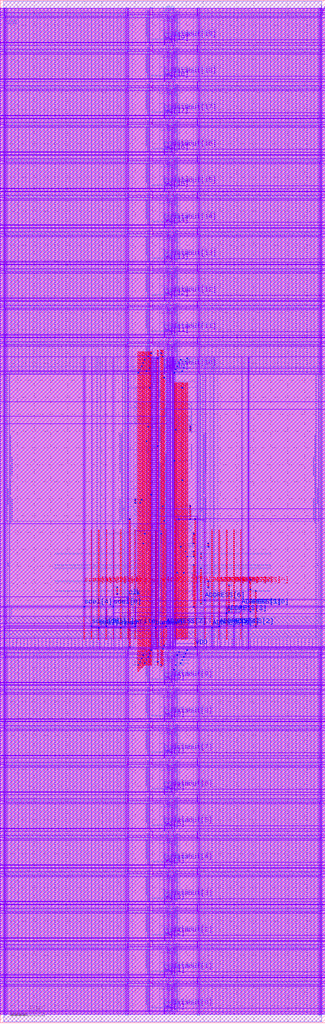
<source format=lef>
VERSION 5.8 ;
BUSBITCHARS "[]" ; 
DIVIDERCHAR "/" ; 


PROPERTYDEFINITIONS 
  MACRO CatenaDesignType STRING ; 
END PROPERTYDEFINITIONS 


MACRO srambank_64x4x20_6t122 
  CLASS BLOCK ; 
  ORIGIN 0 0 ; 
  FOREIGN srambank_64x4x20_6t122 0 0 ; 
  SIZE 38.448 BY 120.96 ; 
  SYMMETRY X Y ; 
  SITE coreSite ; 
  PIN VDD 
    DIRECTION INOUT ; 
    USE POWER ; 
    PORT 
      LAYER M4 ; 
        RECT 0.404 4.688 38.036 4.88 ; 
        RECT 0.404 9.008 38.036 9.2 ; 
        RECT 0.404 13.328 38.036 13.52 ; 
        RECT 0.404 17.648 38.036 17.84 ; 
        RECT 0.404 21.968 38.036 22.16 ; 
        RECT 0.404 26.288 38.036 26.48 ; 
        RECT 0.404 30.608 38.036 30.8 ; 
        RECT 0.404 34.928 38.036 35.12 ; 
        RECT 0.404 39.248 38.036 39.44 ; 
        RECT 0.404 43.568 38.036 43.76 ; 
        RECT 0.432 45.516 38.016 46.38 ; 
        RECT 22.44 44.396 23.492 44.492 ; 
        RECT 22.964 59.532 23.412 59.628 ; 
        RECT 15.768 58.188 22.68 59.052 ; 
        RECT 15.768 70.86 22.68 71.724 ; 
        RECT 0.404 80.396 38.036 80.588 ; 
        RECT 0.404 84.716 38.036 84.908 ; 
        RECT 0.404 89.036 38.036 89.228 ; 
        RECT 0.404 93.356 38.036 93.548 ; 
        RECT 0.404 97.676 38.036 97.868 ; 
        RECT 0.404 101.996 38.036 102.188 ; 
        RECT 0.404 106.316 38.036 106.508 ; 
        RECT 0.404 110.636 38.036 110.828 ; 
        RECT 0.404 114.956 38.036 115.148 ; 
        RECT 0.404 119.276 38.036 119.468 ; 
      LAYER M3 ; 
        RECT 37.908 0.866 37.98 5.506 ; 
        RECT 23.292 0.868 23.364 5.504 ; 
        RECT 17.676 1.012 18.036 5.468 ; 
        RECT 15.084 0.868 15.156 5.504 ; 
        RECT 0.468 0.866 0.54 5.506 ; 
        RECT 37.908 5.186 37.98 9.826 ; 
        RECT 23.292 5.188 23.364 9.824 ; 
        RECT 17.676 5.332 18.036 9.788 ; 
        RECT 15.084 5.188 15.156 9.824 ; 
        RECT 0.468 5.186 0.54 9.826 ; 
        RECT 37.908 9.506 37.98 14.146 ; 
        RECT 23.292 9.508 23.364 14.144 ; 
        RECT 17.676 9.652 18.036 14.108 ; 
        RECT 15.084 9.508 15.156 14.144 ; 
        RECT 0.468 9.506 0.54 14.146 ; 
        RECT 37.908 13.826 37.98 18.466 ; 
        RECT 23.292 13.828 23.364 18.464 ; 
        RECT 17.676 13.972 18.036 18.428 ; 
        RECT 15.084 13.828 15.156 18.464 ; 
        RECT 0.468 13.826 0.54 18.466 ; 
        RECT 37.908 18.146 37.98 22.786 ; 
        RECT 23.292 18.148 23.364 22.784 ; 
        RECT 17.676 18.292 18.036 22.748 ; 
        RECT 15.084 18.148 15.156 22.784 ; 
        RECT 0.468 18.146 0.54 22.786 ; 
        RECT 37.908 22.466 37.98 27.106 ; 
        RECT 23.292 22.468 23.364 27.104 ; 
        RECT 17.676 22.612 18.036 27.068 ; 
        RECT 15.084 22.468 15.156 27.104 ; 
        RECT 0.468 22.466 0.54 27.106 ; 
        RECT 37.908 26.786 37.98 31.426 ; 
        RECT 23.292 26.788 23.364 31.424 ; 
        RECT 17.676 26.932 18.036 31.388 ; 
        RECT 15.084 26.788 15.156 31.424 ; 
        RECT 0.468 26.786 0.54 31.426 ; 
        RECT 37.908 31.106 37.98 35.746 ; 
        RECT 23.292 31.108 23.364 35.744 ; 
        RECT 17.676 31.252 18.036 35.708 ; 
        RECT 15.084 31.108 15.156 35.744 ; 
        RECT 0.468 31.106 0.54 35.746 ; 
        RECT 37.908 35.426 37.98 40.066 ; 
        RECT 23.292 35.428 23.364 40.064 ; 
        RECT 17.676 35.572 18.036 40.028 ; 
        RECT 15.084 35.428 15.156 40.064 ; 
        RECT 0.468 35.426 0.54 40.066 ; 
        RECT 37.908 39.746 37.98 44.386 ; 
        RECT 23.292 39.748 23.364 44.384 ; 
        RECT 17.676 39.892 18.036 44.348 ; 
        RECT 15.084 39.748 15.156 44.384 ; 
        RECT 0.468 39.746 0.54 44.386 ; 
        RECT 37.908 44.066 37.98 76.894 ; 
        RECT 23.292 44.384 23.364 44.75 ; 
        RECT 23.292 59.344 23.364 76.784 ; 
        RECT 17.82 45.36 18.756 75.692 ; 
        RECT 17.676 75.348 18.036 77.488 ; 
        RECT 17.676 44.24 18.036 46.38 ; 
        RECT 0.468 44.066 0.54 76.894 ; 
        RECT 37.908 76.574 37.98 81.214 ; 
        RECT 23.292 76.576 23.364 81.212 ; 
        RECT 17.676 76.72 18.036 81.176 ; 
        RECT 15.084 76.576 15.156 81.212 ; 
        RECT 0.468 76.574 0.54 81.214 ; 
        RECT 37.908 80.894 37.98 85.534 ; 
        RECT 23.292 80.896 23.364 85.532 ; 
        RECT 17.676 81.04 18.036 85.496 ; 
        RECT 15.084 80.896 15.156 85.532 ; 
        RECT 0.468 80.894 0.54 85.534 ; 
        RECT 37.908 85.214 37.98 89.854 ; 
        RECT 23.292 85.216 23.364 89.852 ; 
        RECT 17.676 85.36 18.036 89.816 ; 
        RECT 15.084 85.216 15.156 89.852 ; 
        RECT 0.468 85.214 0.54 89.854 ; 
        RECT 37.908 89.534 37.98 94.174 ; 
        RECT 23.292 89.536 23.364 94.172 ; 
        RECT 17.676 89.68 18.036 94.136 ; 
        RECT 15.084 89.536 15.156 94.172 ; 
        RECT 0.468 89.534 0.54 94.174 ; 
        RECT 37.908 93.854 37.98 98.494 ; 
        RECT 23.292 93.856 23.364 98.492 ; 
        RECT 17.676 94 18.036 98.456 ; 
        RECT 15.084 93.856 15.156 98.492 ; 
        RECT 0.468 93.854 0.54 98.494 ; 
        RECT 37.908 98.174 37.98 102.814 ; 
        RECT 23.292 98.176 23.364 102.812 ; 
        RECT 17.676 98.32 18.036 102.776 ; 
        RECT 15.084 98.176 15.156 102.812 ; 
        RECT 0.468 98.174 0.54 102.814 ; 
        RECT 37.908 102.494 37.98 107.134 ; 
        RECT 23.292 102.496 23.364 107.132 ; 
        RECT 17.676 102.64 18.036 107.096 ; 
        RECT 15.084 102.496 15.156 107.132 ; 
        RECT 0.468 102.494 0.54 107.134 ; 
        RECT 37.908 106.814 37.98 111.454 ; 
        RECT 23.292 106.816 23.364 111.452 ; 
        RECT 17.676 106.96 18.036 111.416 ; 
        RECT 15.084 106.816 15.156 111.452 ; 
        RECT 0.468 106.814 0.54 111.454 ; 
        RECT 37.908 111.134 37.98 115.774 ; 
        RECT 23.292 111.136 23.364 115.772 ; 
        RECT 17.676 111.28 18.036 115.736 ; 
        RECT 15.084 111.136 15.156 115.772 ; 
        RECT 0.468 111.134 0.54 115.774 ; 
        RECT 37.908 115.454 37.98 120.094 ; 
        RECT 23.292 115.456 23.364 120.092 ; 
        RECT 17.676 115.6 18.036 120.056 ; 
        RECT 15.084 115.456 15.156 120.092 ; 
        RECT 0.468 115.454 0.54 120.094 ; 
      LAYER V3 ; 
        RECT 0.468 4.688 0.54 4.88 ; 
        RECT 15.084 4.688 15.156 4.88 ; 
        RECT 17.676 4.688 18.036 4.88 ; 
        RECT 23.292 4.688 23.364 4.88 ; 
        RECT 37.908 4.688 37.98 4.88 ; 
        RECT 0.468 9.008 0.54 9.2 ; 
        RECT 15.084 9.008 15.156 9.2 ; 
        RECT 17.676 9.008 18.036 9.2 ; 
        RECT 23.292 9.008 23.364 9.2 ; 
        RECT 37.908 9.008 37.98 9.2 ; 
        RECT 0.468 13.328 0.54 13.52 ; 
        RECT 15.084 13.328 15.156 13.52 ; 
        RECT 17.676 13.328 18.036 13.52 ; 
        RECT 23.292 13.328 23.364 13.52 ; 
        RECT 37.908 13.328 37.98 13.52 ; 
        RECT 0.468 17.648 0.54 17.84 ; 
        RECT 15.084 17.648 15.156 17.84 ; 
        RECT 17.676 17.648 18.036 17.84 ; 
        RECT 23.292 17.648 23.364 17.84 ; 
        RECT 37.908 17.648 37.98 17.84 ; 
        RECT 0.468 21.968 0.54 22.16 ; 
        RECT 15.084 21.968 15.156 22.16 ; 
        RECT 17.676 21.968 18.036 22.16 ; 
        RECT 23.292 21.968 23.364 22.16 ; 
        RECT 37.908 21.968 37.98 22.16 ; 
        RECT 0.468 26.288 0.54 26.48 ; 
        RECT 15.084 26.288 15.156 26.48 ; 
        RECT 17.676 26.288 18.036 26.48 ; 
        RECT 23.292 26.288 23.364 26.48 ; 
        RECT 37.908 26.288 37.98 26.48 ; 
        RECT 0.468 30.608 0.54 30.8 ; 
        RECT 15.084 30.608 15.156 30.8 ; 
        RECT 17.676 30.608 18.036 30.8 ; 
        RECT 23.292 30.608 23.364 30.8 ; 
        RECT 37.908 30.608 37.98 30.8 ; 
        RECT 0.468 34.928 0.54 35.12 ; 
        RECT 15.084 34.928 15.156 35.12 ; 
        RECT 17.676 34.928 18.036 35.12 ; 
        RECT 23.292 34.928 23.364 35.12 ; 
        RECT 37.908 34.928 37.98 35.12 ; 
        RECT 0.468 39.248 0.54 39.44 ; 
        RECT 15.084 39.248 15.156 39.44 ; 
        RECT 17.676 39.248 18.036 39.44 ; 
        RECT 23.292 39.248 23.364 39.44 ; 
        RECT 37.908 39.248 37.98 39.44 ; 
        RECT 0.468 43.568 0.54 43.76 ; 
        RECT 15.084 43.568 15.156 43.76 ; 
        RECT 17.676 43.568 18.036 43.76 ; 
        RECT 23.292 43.568 23.364 43.76 ; 
        RECT 37.908 43.568 37.98 43.76 ; 
        RECT 0.468 45.516 0.54 46.38 ; 
        RECT 17.836 70.86 17.908 71.724 ; 
        RECT 17.836 58.188 17.908 59.052 ; 
        RECT 17.836 45.516 17.908 46.38 ; 
        RECT 18.044 70.86 18.116 71.724 ; 
        RECT 18.044 58.188 18.116 59.052 ; 
        RECT 18.044 45.516 18.116 46.38 ; 
        RECT 18.252 70.86 18.324 71.724 ; 
        RECT 18.252 58.188 18.324 59.052 ; 
        RECT 18.252 45.516 18.324 46.38 ; 
        RECT 18.46 70.86 18.532 71.724 ; 
        RECT 18.46 58.188 18.532 59.052 ; 
        RECT 18.46 45.516 18.532 46.38 ; 
        RECT 18.668 70.86 18.74 71.724 ; 
        RECT 18.668 58.188 18.74 59.052 ; 
        RECT 18.668 45.516 18.74 46.38 ; 
        RECT 23.292 59.532 23.364 59.628 ; 
        RECT 23.292 44.396 23.364 44.492 ; 
        RECT 0.468 80.396 0.54 80.588 ; 
        RECT 15.084 80.396 15.156 80.588 ; 
        RECT 17.676 80.396 18.036 80.588 ; 
        RECT 23.292 80.396 23.364 80.588 ; 
        RECT 37.908 80.396 37.98 80.588 ; 
        RECT 0.468 84.716 0.54 84.908 ; 
        RECT 15.084 84.716 15.156 84.908 ; 
        RECT 17.676 84.716 18.036 84.908 ; 
        RECT 23.292 84.716 23.364 84.908 ; 
        RECT 37.908 84.716 37.98 84.908 ; 
        RECT 0.468 89.036 0.54 89.228 ; 
        RECT 15.084 89.036 15.156 89.228 ; 
        RECT 17.676 89.036 18.036 89.228 ; 
        RECT 23.292 89.036 23.364 89.228 ; 
        RECT 37.908 89.036 37.98 89.228 ; 
        RECT 0.468 93.356 0.54 93.548 ; 
        RECT 15.084 93.356 15.156 93.548 ; 
        RECT 17.676 93.356 18.036 93.548 ; 
        RECT 23.292 93.356 23.364 93.548 ; 
        RECT 37.908 93.356 37.98 93.548 ; 
        RECT 0.468 97.676 0.54 97.868 ; 
        RECT 15.084 97.676 15.156 97.868 ; 
        RECT 17.676 97.676 18.036 97.868 ; 
        RECT 23.292 97.676 23.364 97.868 ; 
        RECT 37.908 97.676 37.98 97.868 ; 
        RECT 0.468 101.996 0.54 102.188 ; 
        RECT 15.084 101.996 15.156 102.188 ; 
        RECT 17.676 101.996 18.036 102.188 ; 
        RECT 23.292 101.996 23.364 102.188 ; 
        RECT 37.908 101.996 37.98 102.188 ; 
        RECT 0.468 106.316 0.54 106.508 ; 
        RECT 15.084 106.316 15.156 106.508 ; 
        RECT 17.676 106.316 18.036 106.508 ; 
        RECT 23.292 106.316 23.364 106.508 ; 
        RECT 37.908 106.316 37.98 106.508 ; 
        RECT 0.468 110.636 0.54 110.828 ; 
        RECT 15.084 110.636 15.156 110.828 ; 
        RECT 17.676 110.636 18.036 110.828 ; 
        RECT 23.292 110.636 23.364 110.828 ; 
        RECT 37.908 110.636 37.98 110.828 ; 
        RECT 0.468 114.956 0.54 115.148 ; 
        RECT 15.084 114.956 15.156 115.148 ; 
        RECT 17.676 114.956 18.036 115.148 ; 
        RECT 23.292 114.956 23.364 115.148 ; 
        RECT 37.908 114.956 37.98 115.148 ; 
        RECT 0.468 119.276 0.54 119.468 ; 
        RECT 15.084 119.276 15.156 119.468 ; 
        RECT 17.676 119.276 18.036 119.468 ; 
        RECT 23.292 119.276 23.364 119.468 ; 
        RECT 37.908 119.276 37.98 119.468 ; 
      LAYER M5 ; 
        RECT 23.036 44.324 23.132 59.7 ; 
      LAYER V4 ; 
        RECT 23.036 59.532 23.132 59.628 ; 
        RECT 23.036 44.396 23.132 44.492 ; 
    END 
  END VDD 
  PIN VSS 
    DIRECTION INOUT ; 
    USE POWER ; 
    PORT 
      LAYER M4 ; 
        RECT 0.404 4.304 38.016 4.496 ; 
        RECT 0.404 8.624 38.016 8.816 ; 
        RECT 0.404 12.944 38.016 13.136 ; 
        RECT 0.404 17.264 38.016 17.456 ; 
        RECT 0.404 21.584 38.016 21.776 ; 
        RECT 0.404 25.904 38.016 26.096 ; 
        RECT 0.404 30.224 38.016 30.416 ; 
        RECT 0.404 34.544 38.016 34.736 ; 
        RECT 0.404 38.864 38.016 39.056 ; 
        RECT 0.404 43.184 38.016 43.376 ; 
        RECT 0.432 47.244 38.016 48.108 ; 
        RECT 15.768 59.916 22.68 60.78 ; 
        RECT 15.768 72.588 22.68 73.452 ; 
        RECT 0.404 80.012 38.016 80.204 ; 
        RECT 0.404 84.332 38.016 84.524 ; 
        RECT 0.404 88.652 38.016 88.844 ; 
        RECT 0.404 92.972 38.016 93.164 ; 
        RECT 0.404 97.292 38.016 97.484 ; 
        RECT 0.404 101.612 38.016 101.804 ; 
        RECT 0.404 105.932 38.016 106.124 ; 
        RECT 0.404 110.252 38.016 110.444 ; 
        RECT 0.404 114.572 38.016 114.764 ; 
        RECT 0.404 118.892 38.016 119.084 ; 
      LAYER M3 ; 
        RECT 37.764 0.866 37.836 5.506 ; 
        RECT 23.508 0.866 23.58 5.506 ; 
        RECT 20.448 1.012 20.592 5.468 ; 
        RECT 19.836 1.012 19.944 5.468 ; 
        RECT 14.868 0.866 14.94 5.506 ; 
        RECT 0.612 0.866 0.684 5.506 ; 
        RECT 37.764 5.186 37.836 9.826 ; 
        RECT 23.508 5.186 23.58 9.826 ; 
        RECT 20.448 5.332 20.592 9.788 ; 
        RECT 19.836 5.332 19.944 9.788 ; 
        RECT 14.868 5.186 14.94 9.826 ; 
        RECT 0.612 5.186 0.684 9.826 ; 
        RECT 37.764 9.506 37.836 14.146 ; 
        RECT 23.508 9.506 23.58 14.146 ; 
        RECT 20.448 9.652 20.592 14.108 ; 
        RECT 19.836 9.652 19.944 14.108 ; 
        RECT 14.868 9.506 14.94 14.146 ; 
        RECT 0.612 9.506 0.684 14.146 ; 
        RECT 37.764 13.826 37.836 18.466 ; 
        RECT 23.508 13.826 23.58 18.466 ; 
        RECT 20.448 13.972 20.592 18.428 ; 
        RECT 19.836 13.972 19.944 18.428 ; 
        RECT 14.868 13.826 14.94 18.466 ; 
        RECT 0.612 13.826 0.684 18.466 ; 
        RECT 37.764 18.146 37.836 22.786 ; 
        RECT 23.508 18.146 23.58 22.786 ; 
        RECT 20.448 18.292 20.592 22.748 ; 
        RECT 19.836 18.292 19.944 22.748 ; 
        RECT 14.868 18.146 14.94 22.786 ; 
        RECT 0.612 18.146 0.684 22.786 ; 
        RECT 37.764 22.466 37.836 27.106 ; 
        RECT 23.508 22.466 23.58 27.106 ; 
        RECT 20.448 22.612 20.592 27.068 ; 
        RECT 19.836 22.612 19.944 27.068 ; 
        RECT 14.868 22.466 14.94 27.106 ; 
        RECT 0.612 22.466 0.684 27.106 ; 
        RECT 37.764 26.786 37.836 31.426 ; 
        RECT 23.508 26.786 23.58 31.426 ; 
        RECT 20.448 26.932 20.592 31.388 ; 
        RECT 19.836 26.932 19.944 31.388 ; 
        RECT 14.868 26.786 14.94 31.426 ; 
        RECT 0.612 26.786 0.684 31.426 ; 
        RECT 37.764 31.106 37.836 35.746 ; 
        RECT 23.508 31.106 23.58 35.746 ; 
        RECT 20.448 31.252 20.592 35.708 ; 
        RECT 19.836 31.252 19.944 35.708 ; 
        RECT 14.868 31.106 14.94 35.746 ; 
        RECT 0.612 31.106 0.684 35.746 ; 
        RECT 37.764 35.426 37.836 40.066 ; 
        RECT 23.508 35.426 23.58 40.066 ; 
        RECT 20.448 35.572 20.592 40.028 ; 
        RECT 19.836 35.572 19.944 40.028 ; 
        RECT 14.868 35.426 14.94 40.066 ; 
        RECT 0.612 35.426 0.684 40.066 ; 
        RECT 37.764 39.746 37.836 44.386 ; 
        RECT 23.508 39.746 23.58 44.386 ; 
        RECT 20.448 39.892 20.592 44.348 ; 
        RECT 19.836 39.892 19.944 44.348 ; 
        RECT 14.868 39.746 14.94 44.386 ; 
        RECT 0.612 39.746 0.684 44.386 ; 
        RECT 37.764 44.066 37.836 76.894 ; 
        RECT 23.508 44.066 23.58 76.894 ; 
        RECT 19.692 44.96 20.628 75.692 ; 
        RECT 20.448 44.24 20.592 76.788 ; 
        RECT 19.836 44.24 19.944 76.776 ; 
        RECT 14.868 44.066 14.94 76.894 ; 
        RECT 0.612 44.066 0.684 76.894 ; 
        RECT 37.764 76.574 37.836 81.214 ; 
        RECT 23.508 76.574 23.58 81.214 ; 
        RECT 20.448 76.72 20.592 81.176 ; 
        RECT 19.836 76.72 19.944 81.176 ; 
        RECT 14.868 76.574 14.94 81.214 ; 
        RECT 0.612 76.574 0.684 81.214 ; 
        RECT 37.764 80.894 37.836 85.534 ; 
        RECT 23.508 80.894 23.58 85.534 ; 
        RECT 20.448 81.04 20.592 85.496 ; 
        RECT 19.836 81.04 19.944 85.496 ; 
        RECT 14.868 80.894 14.94 85.534 ; 
        RECT 0.612 80.894 0.684 85.534 ; 
        RECT 37.764 85.214 37.836 89.854 ; 
        RECT 23.508 85.214 23.58 89.854 ; 
        RECT 20.448 85.36 20.592 89.816 ; 
        RECT 19.836 85.36 19.944 89.816 ; 
        RECT 14.868 85.214 14.94 89.854 ; 
        RECT 0.612 85.214 0.684 89.854 ; 
        RECT 37.764 89.534 37.836 94.174 ; 
        RECT 23.508 89.534 23.58 94.174 ; 
        RECT 20.448 89.68 20.592 94.136 ; 
        RECT 19.836 89.68 19.944 94.136 ; 
        RECT 14.868 89.534 14.94 94.174 ; 
        RECT 0.612 89.534 0.684 94.174 ; 
        RECT 37.764 93.854 37.836 98.494 ; 
        RECT 23.508 93.854 23.58 98.494 ; 
        RECT 20.448 94 20.592 98.456 ; 
        RECT 19.836 94 19.944 98.456 ; 
        RECT 14.868 93.854 14.94 98.494 ; 
        RECT 0.612 93.854 0.684 98.494 ; 
        RECT 37.764 98.174 37.836 102.814 ; 
        RECT 23.508 98.174 23.58 102.814 ; 
        RECT 20.448 98.32 20.592 102.776 ; 
        RECT 19.836 98.32 19.944 102.776 ; 
        RECT 14.868 98.174 14.94 102.814 ; 
        RECT 0.612 98.174 0.684 102.814 ; 
        RECT 37.764 102.494 37.836 107.134 ; 
        RECT 23.508 102.494 23.58 107.134 ; 
        RECT 20.448 102.64 20.592 107.096 ; 
        RECT 19.836 102.64 19.944 107.096 ; 
        RECT 14.868 102.494 14.94 107.134 ; 
        RECT 0.612 102.494 0.684 107.134 ; 
        RECT 37.764 106.814 37.836 111.454 ; 
        RECT 23.508 106.814 23.58 111.454 ; 
        RECT 20.448 106.96 20.592 111.416 ; 
        RECT 19.836 106.96 19.944 111.416 ; 
        RECT 14.868 106.814 14.94 111.454 ; 
        RECT 0.612 106.814 0.684 111.454 ; 
        RECT 37.764 111.134 37.836 115.774 ; 
        RECT 23.508 111.134 23.58 115.774 ; 
        RECT 20.448 111.28 20.592 115.736 ; 
        RECT 19.836 111.28 19.944 115.736 ; 
        RECT 14.868 111.134 14.94 115.774 ; 
        RECT 0.612 111.134 0.684 115.774 ; 
        RECT 37.764 115.454 37.836 120.094 ; 
        RECT 23.508 115.454 23.58 120.094 ; 
        RECT 20.448 115.6 20.592 120.056 ; 
        RECT 19.836 115.6 19.944 120.056 ; 
        RECT 14.868 115.454 14.94 120.094 ; 
        RECT 0.612 115.454 0.684 120.094 ; 
      LAYER V3 ; 
        RECT 0.612 4.304 0.684 4.496 ; 
        RECT 14.868 4.304 14.94 4.496 ; 
        RECT 19.836 4.304 19.944 4.496 ; 
        RECT 20.448 4.304 20.592 4.496 ; 
        RECT 23.508 4.304 23.58 4.496 ; 
        RECT 37.764 4.304 37.836 4.496 ; 
        RECT 0.612 8.624 0.684 8.816 ; 
        RECT 14.868 8.624 14.94 8.816 ; 
        RECT 19.836 8.624 19.944 8.816 ; 
        RECT 20.448 8.624 20.592 8.816 ; 
        RECT 23.508 8.624 23.58 8.816 ; 
        RECT 37.764 8.624 37.836 8.816 ; 
        RECT 0.612 12.944 0.684 13.136 ; 
        RECT 14.868 12.944 14.94 13.136 ; 
        RECT 19.836 12.944 19.944 13.136 ; 
        RECT 20.448 12.944 20.592 13.136 ; 
        RECT 23.508 12.944 23.58 13.136 ; 
        RECT 37.764 12.944 37.836 13.136 ; 
        RECT 0.612 17.264 0.684 17.456 ; 
        RECT 14.868 17.264 14.94 17.456 ; 
        RECT 19.836 17.264 19.944 17.456 ; 
        RECT 20.448 17.264 20.592 17.456 ; 
        RECT 23.508 17.264 23.58 17.456 ; 
        RECT 37.764 17.264 37.836 17.456 ; 
        RECT 0.612 21.584 0.684 21.776 ; 
        RECT 14.868 21.584 14.94 21.776 ; 
        RECT 19.836 21.584 19.944 21.776 ; 
        RECT 20.448 21.584 20.592 21.776 ; 
        RECT 23.508 21.584 23.58 21.776 ; 
        RECT 37.764 21.584 37.836 21.776 ; 
        RECT 0.612 25.904 0.684 26.096 ; 
        RECT 14.868 25.904 14.94 26.096 ; 
        RECT 19.836 25.904 19.944 26.096 ; 
        RECT 20.448 25.904 20.592 26.096 ; 
        RECT 23.508 25.904 23.58 26.096 ; 
        RECT 37.764 25.904 37.836 26.096 ; 
        RECT 0.612 30.224 0.684 30.416 ; 
        RECT 14.868 30.224 14.94 30.416 ; 
        RECT 19.836 30.224 19.944 30.416 ; 
        RECT 20.448 30.224 20.592 30.416 ; 
        RECT 23.508 30.224 23.58 30.416 ; 
        RECT 37.764 30.224 37.836 30.416 ; 
        RECT 0.612 34.544 0.684 34.736 ; 
        RECT 14.868 34.544 14.94 34.736 ; 
        RECT 19.836 34.544 19.944 34.736 ; 
        RECT 20.448 34.544 20.592 34.736 ; 
        RECT 23.508 34.544 23.58 34.736 ; 
        RECT 37.764 34.544 37.836 34.736 ; 
        RECT 0.612 38.864 0.684 39.056 ; 
        RECT 14.868 38.864 14.94 39.056 ; 
        RECT 19.836 38.864 19.944 39.056 ; 
        RECT 20.448 38.864 20.592 39.056 ; 
        RECT 23.508 38.864 23.58 39.056 ; 
        RECT 37.764 38.864 37.836 39.056 ; 
        RECT 0.612 43.184 0.684 43.376 ; 
        RECT 14.868 43.184 14.94 43.376 ; 
        RECT 19.836 43.184 19.944 43.376 ; 
        RECT 20.448 43.184 20.592 43.376 ; 
        RECT 23.508 43.184 23.58 43.376 ; 
        RECT 37.764 43.184 37.836 43.376 ; 
        RECT 0.612 47.244 0.684 48.108 ; 
        RECT 19.708 72.588 19.78 73.452 ; 
        RECT 19.708 59.916 19.78 60.78 ; 
        RECT 19.708 47.244 19.78 48.108 ; 
        RECT 19.916 72.588 19.988 73.452 ; 
        RECT 19.916 59.916 19.988 60.78 ; 
        RECT 19.916 47.244 19.988 48.108 ; 
        RECT 20.124 72.588 20.196 73.452 ; 
        RECT 20.124 59.916 20.196 60.78 ; 
        RECT 20.124 47.244 20.196 48.108 ; 
        RECT 20.332 72.588 20.404 73.452 ; 
        RECT 20.332 59.916 20.404 60.78 ; 
        RECT 20.332 47.244 20.404 48.108 ; 
        RECT 20.54 72.588 20.612 73.452 ; 
        RECT 20.54 59.916 20.612 60.78 ; 
        RECT 20.54 47.244 20.612 48.108 ; 
        RECT 0.612 80.012 0.684 80.204 ; 
        RECT 14.868 80.012 14.94 80.204 ; 
        RECT 19.836 80.012 19.944 80.204 ; 
        RECT 20.448 80.012 20.592 80.204 ; 
        RECT 23.508 80.012 23.58 80.204 ; 
        RECT 37.764 80.012 37.836 80.204 ; 
        RECT 0.612 84.332 0.684 84.524 ; 
        RECT 14.868 84.332 14.94 84.524 ; 
        RECT 19.836 84.332 19.944 84.524 ; 
        RECT 20.448 84.332 20.592 84.524 ; 
        RECT 23.508 84.332 23.58 84.524 ; 
        RECT 37.764 84.332 37.836 84.524 ; 
        RECT 0.612 88.652 0.684 88.844 ; 
        RECT 14.868 88.652 14.94 88.844 ; 
        RECT 19.836 88.652 19.944 88.844 ; 
        RECT 20.448 88.652 20.592 88.844 ; 
        RECT 23.508 88.652 23.58 88.844 ; 
        RECT 37.764 88.652 37.836 88.844 ; 
        RECT 0.612 92.972 0.684 93.164 ; 
        RECT 14.868 92.972 14.94 93.164 ; 
        RECT 19.836 92.972 19.944 93.164 ; 
        RECT 20.448 92.972 20.592 93.164 ; 
        RECT 23.508 92.972 23.58 93.164 ; 
        RECT 37.764 92.972 37.836 93.164 ; 
        RECT 0.612 97.292 0.684 97.484 ; 
        RECT 14.868 97.292 14.94 97.484 ; 
        RECT 19.836 97.292 19.944 97.484 ; 
        RECT 20.448 97.292 20.592 97.484 ; 
        RECT 23.508 97.292 23.58 97.484 ; 
        RECT 37.764 97.292 37.836 97.484 ; 
        RECT 0.612 101.612 0.684 101.804 ; 
        RECT 14.868 101.612 14.94 101.804 ; 
        RECT 19.836 101.612 19.944 101.804 ; 
        RECT 20.448 101.612 20.592 101.804 ; 
        RECT 23.508 101.612 23.58 101.804 ; 
        RECT 37.764 101.612 37.836 101.804 ; 
        RECT 0.612 105.932 0.684 106.124 ; 
        RECT 14.868 105.932 14.94 106.124 ; 
        RECT 19.836 105.932 19.944 106.124 ; 
        RECT 20.448 105.932 20.592 106.124 ; 
        RECT 23.508 105.932 23.58 106.124 ; 
        RECT 37.764 105.932 37.836 106.124 ; 
        RECT 0.612 110.252 0.684 110.444 ; 
        RECT 14.868 110.252 14.94 110.444 ; 
        RECT 19.836 110.252 19.944 110.444 ; 
        RECT 20.448 110.252 20.592 110.444 ; 
        RECT 23.508 110.252 23.58 110.444 ; 
        RECT 37.764 110.252 37.836 110.444 ; 
        RECT 0.612 114.572 0.684 114.764 ; 
        RECT 14.868 114.572 14.94 114.764 ; 
        RECT 19.836 114.572 19.944 114.764 ; 
        RECT 20.448 114.572 20.592 114.764 ; 
        RECT 23.508 114.572 23.58 114.764 ; 
        RECT 37.764 114.572 37.836 114.764 ; 
        RECT 0.612 118.892 0.684 119.084 ; 
        RECT 14.868 118.892 14.94 119.084 ; 
        RECT 19.836 118.892 19.944 119.084 ; 
        RECT 20.448 118.892 20.592 119.084 ; 
        RECT 23.508 118.892 23.58 119.084 ; 
        RECT 37.764 118.892 37.836 119.084 ; 
    END 
  END VSS 
  PIN ADDRESS[0] 
    DIRECTION INPUT ; 
    USE SIGNAL ; 
    PORT 
      LAYER M3 ; 
        RECT 29.34 49.132 29.412 49.28 ; 
      LAYER M4 ; 
        RECT 29.132 49.164 29.468 49.26 ; 
      LAYER M5 ; 
        RECT 29.328 45.36 29.424 58.32 ; 
      LAYER V3 ; 
        RECT 29.34 49.164 29.412 49.26 ; 
      LAYER V4 ; 
        RECT 29.328 49.164 29.424 49.26 ; 
    END 
  END ADDRESS[0] 
  PIN ADDRESS[1] 
    DIRECTION INPUT ; 
    USE SIGNAL ; 
    PORT 
      LAYER M3 ; 
        RECT 28.476 49.144 28.548 49.292 ; 
      LAYER M4 ; 
        RECT 28.268 49.164 28.604 49.26 ; 
      LAYER M5 ; 
        RECT 28.464 45.36 28.56 58.32 ; 
      LAYER V3 ; 
        RECT 28.476 49.164 28.548 49.26 ; 
      LAYER V4 ; 
        RECT 28.464 49.164 28.56 49.26 ; 
    END 
  END ADDRESS[1] 
  PIN ADDRESS[2] 
    DIRECTION INPUT ; 
    USE SIGNAL ; 
    PORT 
      LAYER M3 ; 
        RECT 27.612 46.828 27.684 46.976 ; 
      LAYER M4 ; 
        RECT 27.404 46.86 27.74 46.956 ; 
      LAYER M5 ; 
        RECT 27.6 45.36 27.696 58.32 ; 
      LAYER V3 ; 
        RECT 27.612 46.86 27.684 46.956 ; 
      LAYER V4 ; 
        RECT 27.6 46.86 27.696 46.956 ; 
    END 
  END ADDRESS[2] 
  PIN ADDRESS[3] 
    DIRECTION INPUT ; 
    USE SIGNAL ; 
    PORT 
      LAYER M3 ; 
        RECT 26.748 47.788 26.82 48.512 ; 
      LAYER M4 ; 
        RECT 26.54 48.396 26.876 48.492 ; 
      LAYER M5 ; 
        RECT 26.736 45.36 26.832 58.32 ; 
      LAYER V3 ; 
        RECT 26.748 48.396 26.82 48.492 ; 
      LAYER V4 ; 
        RECT 26.736 48.396 26.832 48.492 ; 
    END 
  END ADDRESS[3] 
  PIN ADDRESS[4] 
    DIRECTION INPUT ; 
    USE SIGNAL ; 
    PORT 
      LAYER M3 ; 
        RECT 25.884 46.84 25.956 47.108 ; 
      LAYER M4 ; 
        RECT 25.676 46.86 26.012 46.956 ; 
      LAYER M5 ; 
        RECT 25.872 45.36 25.968 58.32 ; 
      LAYER V3 ; 
        RECT 25.884 46.86 25.956 46.956 ; 
      LAYER V4 ; 
        RECT 25.872 46.86 25.968 46.956 ; 
    END 
  END ADDRESS[4] 
  PIN ADDRESS[5] 
    DIRECTION INPUT ; 
    USE SIGNAL ; 
    PORT 
      LAYER M3 ; 
        RECT 25.02 45.772 25.092 46.784 ; 
      LAYER M4 ; 
        RECT 24.812 46.668 25.148 46.764 ; 
      LAYER M5 ; 
        RECT 25.008 45.36 25.104 58.32 ; 
      LAYER V3 ; 
        RECT 25.02 46.668 25.092 46.764 ; 
      LAYER V4 ; 
        RECT 25.008 46.668 25.104 46.764 ; 
    END 
  END ADDRESS[5] 
  PIN ADDRESS[6] 
    DIRECTION INPUT ; 
    USE SIGNAL ; 
    PORT 
      LAYER M3 ; 
        RECT 24.156 49.912 24.228 50.06 ; 
      LAYER M4 ; 
        RECT 23.948 49.932 24.284 50.028 ; 
      LAYER M5 ; 
        RECT 24.144 45.36 24.24 58.32 ; 
      LAYER V3 ; 
        RECT 24.156 49.932 24.228 50.028 ; 
      LAYER V4 ; 
        RECT 24.144 49.932 24.24 50.028 ; 
    END 
  END ADDRESS[6] 
  PIN ADDRESS[7] 
    DIRECTION INPUT ; 
    USE SIGNAL ; 
    PORT 
      LAYER M3 ; 
        RECT 20.7 46.84 20.772 47.108 ; 
      LAYER M4 ; 
        RECT 19.564 46.86 20.816 46.956 ; 
      LAYER M5 ; 
        RECT 19.608 45.36 19.704 58.32 ; 
      LAYER V3 ; 
        RECT 20.7 46.86 20.772 46.956 ; 
      LAYER V4 ; 
        RECT 19.608 46.86 19.704 46.956 ; 
    END 
  END ADDRESS[7] 
  PIN banksel 
    DIRECTION INPUT ; 
    USE SIGNAL ; 
    PORT 
      LAYER M3 ; 
        RECT 19.116 45.772 19.188 46.784 ; 
      LAYER M4 ; 
        RECT 18.268 46.668 19.232 46.764 ; 
      LAYER M5 ; 
        RECT 18.312 45.36 18.408 58.32 ; 
      LAYER V3 ; 
        RECT 19.116 46.668 19.188 46.764 ; 
      LAYER V4 ; 
        RECT 18.312 46.668 18.408 46.764 ; 
    END 
  END banksel 
  PIN write 
    DIRECTION INPUT ; 
    USE SIGNAL ; 
    PORT 
      LAYER M3 ; 
        RECT 15.948 46.84 16.02 47.108 ; 
      LAYER M4 ; 
        RECT 15.74 46.86 16.076 46.956 ; 
      LAYER M5 ; 
        RECT 15.936 45.36 16.032 58.32 ; 
      LAYER V3 ; 
        RECT 15.948 46.86 16.02 46.956 ; 
      LAYER V4 ; 
        RECT 15.936 46.86 16.032 46.956 ; 
    END 
  END write 
  PIN clk 
    DIRECTION INPUT ; 
    USE SIGNAL ; 
    PORT 
      LAYER M3 ; 
        RECT 15.084 50.296 15.156 50.492 ; 
      LAYER M4 ; 
        RECT 14.876 50.316 15.212 50.412 ; 
      LAYER M5 ; 
        RECT 15.072 45.36 15.168 58.32 ; 
      LAYER V3 ; 
        RECT 15.084 50.316 15.156 50.412 ; 
      LAYER V4 ; 
        RECT 15.072 50.316 15.168 50.412 ; 
    END 
  END clk 
  PIN read 
    DIRECTION INPUT ; 
    USE SIGNAL ; 
    PORT 
      LAYER M3 ; 
        RECT 15.228 45.772 15.3 46.784 ; 
      LAYER M4 ; 
        RECT 14.164 46.668 15.344 46.764 ; 
      LAYER M5 ; 
        RECT 14.208 45.36 14.304 58.32 ; 
      LAYER V3 ; 
        RECT 15.228 46.668 15.3 46.764 ; 
      LAYER V4 ; 
        RECT 14.208 46.668 14.304 46.764 ; 
    END 
  END read 
  PIN sdel[0] 
    DIRECTION INPUT ; 
    USE SIGNAL ; 
    PORT 
      LAYER M3 ; 
        RECT 13.356 49.132 13.428 49.28 ; 
      LAYER M4 ; 
        RECT 13.148 49.164 13.484 49.26 ; 
      LAYER M5 ; 
        RECT 13.344 45.36 13.44 58.32 ; 
      LAYER V3 ; 
        RECT 13.356 49.164 13.428 49.26 ; 
      LAYER V4 ; 
        RECT 13.344 49.164 13.44 49.26 ; 
    END 
  END sdel[0] 
  PIN sdel[1] 
    DIRECTION INPUT ; 
    USE SIGNAL ; 
    PORT 
      LAYER M3 ; 
        RECT 12.492 46.84 12.564 47.756 ; 
      LAYER M4 ; 
        RECT 12.284 46.86 12.62 46.956 ; 
      LAYER M5 ; 
        RECT 12.48 45.36 12.576 58.32 ; 
      LAYER V3 ; 
        RECT 12.492 46.86 12.564 46.956 ; 
      LAYER V4 ; 
        RECT 12.48 46.86 12.576 46.956 ; 
    END 
  END sdel[1] 
  PIN sdel[2] 
    DIRECTION INPUT ; 
    USE SIGNAL ; 
    PORT 
      LAYER M3 ; 
        RECT 11.628 45.772 11.7 46.784 ; 
      LAYER M4 ; 
        RECT 11.42 46.668 11.756 46.764 ; 
      LAYER M5 ; 
        RECT 11.616 45.36 11.712 58.32 ; 
      LAYER V3 ; 
        RECT 11.628 46.668 11.7 46.764 ; 
      LAYER V4 ; 
        RECT 11.616 46.668 11.712 46.764 ; 
    END 
  END sdel[2] 
  PIN sdel[3] 
    DIRECTION INPUT ; 
    USE SIGNAL ; 
    PORT 
      LAYER M3 ; 
        RECT 10.764 46.828 10.836 46.976 ; 
      LAYER M4 ; 
        RECT 10.556 46.86 10.892 46.956 ; 
      LAYER M5 ; 
        RECT 10.752 45.36 10.848 58.32 ; 
      LAYER V3 ; 
        RECT 10.764 46.86 10.836 46.956 ; 
      LAYER V4 ; 
        RECT 10.752 46.86 10.848 46.956 ; 
    END 
  END sdel[3] 
  PIN sdel[4] 
    DIRECTION INPUT ; 
    USE SIGNAL ; 
    PORT 
      LAYER M3 ; 
        RECT 9.9 49.132 9.972 49.28 ; 
      LAYER M4 ; 
        RECT 9.692 49.164 10.028 49.26 ; 
      LAYER M5 ; 
        RECT 9.888 45.36 9.984 58.32 ; 
      LAYER V3 ; 
        RECT 9.9 49.164 9.972 49.26 ; 
      LAYER V4 ; 
        RECT 9.888 49.164 9.984 49.26 ; 
    END 
  END sdel[4] 
  PIN dataout[0] 
    DIRECTION OUTPUT ; 
    USE SIGNAL ; 
    PORT 
      LAYER M4 ; 
        RECT 17.952 1.712 20.544 1.808 ; 
      LAYER M3 ; 
        RECT 20.304 1.51 20.376 2.468 ; 
      LAYER V3 ; 
        RECT 20.304 1.712 20.376 1.808 ; 
    END 
  END dataout[0] 
  PIN wd[0] 
    DIRECTION INPUT ; 
    USE SIGNAL ; 
    PORT 
      LAYER M4 ; 
        RECT 17.952 1.328 20.816 1.424 ; 
      LAYER M3 ; 
        RECT 19.404 1.08 19.476 2.7 ; 
      LAYER V3 ; 
        RECT 19.404 1.328 19.476 1.424 ; 
    END 
  END wd[0] 
  PIN dataout[1] 
    DIRECTION OUTPUT ; 
    USE SIGNAL ; 
    PORT 
      LAYER M4 ; 
        RECT 17.952 6.032 20.544 6.128 ; 
      LAYER M3 ; 
        RECT 20.304 5.83 20.376 6.788 ; 
      LAYER V3 ; 
        RECT 20.304 6.032 20.376 6.128 ; 
    END 
  END dataout[1] 
  PIN wd[1] 
    DIRECTION INPUT ; 
    USE SIGNAL ; 
    PORT 
      LAYER M4 ; 
        RECT 17.952 5.648 20.816 5.744 ; 
      LAYER M3 ; 
        RECT 19.404 5.4 19.476 7.02 ; 
      LAYER V3 ; 
        RECT 19.404 5.648 19.476 5.744 ; 
    END 
  END wd[1] 
  PIN dataout[2] 
    DIRECTION OUTPUT ; 
    USE SIGNAL ; 
    PORT 
      LAYER M4 ; 
        RECT 17.952 10.352 20.544 10.448 ; 
      LAYER M3 ; 
        RECT 20.304 10.15 20.376 11.108 ; 
      LAYER V3 ; 
        RECT 20.304 10.352 20.376 10.448 ; 
    END 
  END dataout[2] 
  PIN wd[2] 
    DIRECTION INPUT ; 
    USE SIGNAL ; 
    PORT 
      LAYER M4 ; 
        RECT 17.952 9.968 20.816 10.064 ; 
      LAYER M3 ; 
        RECT 19.404 9.72 19.476 11.34 ; 
      LAYER V3 ; 
        RECT 19.404 9.968 19.476 10.064 ; 
    END 
  END wd[2] 
  PIN dataout[3] 
    DIRECTION OUTPUT ; 
    USE SIGNAL ; 
    PORT 
      LAYER M4 ; 
        RECT 17.952 14.672 20.544 14.768 ; 
      LAYER M3 ; 
        RECT 20.304 14.47 20.376 15.428 ; 
      LAYER V3 ; 
        RECT 20.304 14.672 20.376 14.768 ; 
    END 
  END dataout[3] 
  PIN wd[3] 
    DIRECTION INPUT ; 
    USE SIGNAL ; 
    PORT 
      LAYER M4 ; 
        RECT 17.952 14.288 20.816 14.384 ; 
      LAYER M3 ; 
        RECT 19.404 14.04 19.476 15.66 ; 
      LAYER V3 ; 
        RECT 19.404 14.288 19.476 14.384 ; 
    END 
  END wd[3] 
  PIN dataout[4] 
    DIRECTION OUTPUT ; 
    USE SIGNAL ; 
    PORT 
      LAYER M4 ; 
        RECT 17.952 18.992 20.544 19.088 ; 
      LAYER M3 ; 
        RECT 20.304 18.79 20.376 19.748 ; 
      LAYER V3 ; 
        RECT 20.304 18.992 20.376 19.088 ; 
    END 
  END dataout[4] 
  PIN wd[4] 
    DIRECTION INPUT ; 
    USE SIGNAL ; 
    PORT 
      LAYER M4 ; 
        RECT 17.952 18.608 20.816 18.704 ; 
      LAYER M3 ; 
        RECT 19.404 18.36 19.476 19.98 ; 
      LAYER V3 ; 
        RECT 19.404 18.608 19.476 18.704 ; 
    END 
  END wd[4] 
  PIN dataout[5] 
    DIRECTION OUTPUT ; 
    USE SIGNAL ; 
    PORT 
      LAYER M4 ; 
        RECT 17.952 23.312 20.544 23.408 ; 
      LAYER M3 ; 
        RECT 20.304 23.11 20.376 24.068 ; 
      LAYER V3 ; 
        RECT 20.304 23.312 20.376 23.408 ; 
    END 
  END dataout[5] 
  PIN wd[5] 
    DIRECTION INPUT ; 
    USE SIGNAL ; 
    PORT 
      LAYER M4 ; 
        RECT 17.952 22.928 20.816 23.024 ; 
      LAYER M3 ; 
        RECT 19.404 22.68 19.476 24.3 ; 
      LAYER V3 ; 
        RECT 19.404 22.928 19.476 23.024 ; 
    END 
  END wd[5] 
  PIN dataout[6] 
    DIRECTION OUTPUT ; 
    USE SIGNAL ; 
    PORT 
      LAYER M4 ; 
        RECT 17.952 27.632 20.544 27.728 ; 
      LAYER M3 ; 
        RECT 20.304 27.43 20.376 28.388 ; 
      LAYER V3 ; 
        RECT 20.304 27.632 20.376 27.728 ; 
    END 
  END dataout[6] 
  PIN wd[6] 
    DIRECTION INPUT ; 
    USE SIGNAL ; 
    PORT 
      LAYER M4 ; 
        RECT 17.952 27.248 20.816 27.344 ; 
      LAYER M3 ; 
        RECT 19.404 27 19.476 28.62 ; 
      LAYER V3 ; 
        RECT 19.404 27.248 19.476 27.344 ; 
    END 
  END wd[6] 
  PIN dataout[7] 
    DIRECTION OUTPUT ; 
    USE SIGNAL ; 
    PORT 
      LAYER M4 ; 
        RECT 17.952 31.952 20.544 32.048 ; 
      LAYER M3 ; 
        RECT 20.304 31.75 20.376 32.708 ; 
      LAYER V3 ; 
        RECT 20.304 31.952 20.376 32.048 ; 
    END 
  END dataout[7] 
  PIN wd[7] 
    DIRECTION INPUT ; 
    USE SIGNAL ; 
    PORT 
      LAYER M4 ; 
        RECT 17.952 31.568 20.816 31.664 ; 
      LAYER M3 ; 
        RECT 19.404 31.32 19.476 32.94 ; 
      LAYER V3 ; 
        RECT 19.404 31.568 19.476 31.664 ; 
    END 
  END wd[7] 
  PIN dataout[8] 
    DIRECTION OUTPUT ; 
    USE SIGNAL ; 
    PORT 
      LAYER M4 ; 
        RECT 17.952 36.272 20.544 36.368 ; 
      LAYER M3 ; 
        RECT 20.304 36.07 20.376 37.028 ; 
      LAYER V3 ; 
        RECT 20.304 36.272 20.376 36.368 ; 
    END 
  END dataout[8] 
  PIN wd[8] 
    DIRECTION INPUT ; 
    USE SIGNAL ; 
    PORT 
      LAYER M4 ; 
        RECT 17.952 35.888 20.816 35.984 ; 
      LAYER M3 ; 
        RECT 19.404 35.64 19.476 37.26 ; 
      LAYER V3 ; 
        RECT 19.404 35.888 19.476 35.984 ; 
    END 
  END wd[8] 
  PIN dataout[9] 
    DIRECTION OUTPUT ; 
    USE SIGNAL ; 
    PORT 
      LAYER M4 ; 
        RECT 17.952 40.592 20.544 40.688 ; 
      LAYER M3 ; 
        RECT 20.304 40.39 20.376 41.348 ; 
      LAYER V3 ; 
        RECT 20.304 40.592 20.376 40.688 ; 
    END 
  END dataout[9] 
  PIN wd[9] 
    DIRECTION INPUT ; 
    USE SIGNAL ; 
    PORT 
      LAYER M4 ; 
        RECT 17.952 40.208 20.816 40.304 ; 
      LAYER M3 ; 
        RECT 19.404 39.96 19.476 41.58 ; 
      LAYER V3 ; 
        RECT 19.404 40.208 19.476 40.304 ; 
    END 
  END wd[9] 
  PIN dataout[10] 
    DIRECTION OUTPUT ; 
    USE SIGNAL ; 
    PORT 
      LAYER M4 ; 
        RECT 17.952 77.42 20.544 77.516 ; 
      LAYER M3 ; 
        RECT 20.304 77.218 20.376 78.176 ; 
      LAYER V3 ; 
        RECT 20.304 77.42 20.376 77.516 ; 
    END 
  END dataout[10] 
  PIN wd[10] 
    DIRECTION INPUT ; 
    USE SIGNAL ; 
    PORT 
      LAYER M4 ; 
        RECT 17.952 77.036 20.816 77.132 ; 
      LAYER M3 ; 
        RECT 19.404 76.788 19.476 78.408 ; 
      LAYER V3 ; 
        RECT 19.404 77.036 19.476 77.132 ; 
    END 
  END wd[10] 
  PIN dataout[11] 
    DIRECTION OUTPUT ; 
    USE SIGNAL ; 
    PORT 
      LAYER M4 ; 
        RECT 17.952 81.74 20.544 81.836 ; 
      LAYER M3 ; 
        RECT 20.304 81.538 20.376 82.496 ; 
      LAYER V3 ; 
        RECT 20.304 81.74 20.376 81.836 ; 
    END 
  END dataout[11] 
  PIN wd[11] 
    DIRECTION INPUT ; 
    USE SIGNAL ; 
    PORT 
      LAYER M4 ; 
        RECT 17.952 81.356 20.816 81.452 ; 
      LAYER M3 ; 
        RECT 19.404 81.108 19.476 82.728 ; 
      LAYER V3 ; 
        RECT 19.404 81.356 19.476 81.452 ; 
    END 
  END wd[11] 
  PIN dataout[12] 
    DIRECTION OUTPUT ; 
    USE SIGNAL ; 
    PORT 
      LAYER M4 ; 
        RECT 17.952 86.06 20.544 86.156 ; 
      LAYER M3 ; 
        RECT 20.304 85.858 20.376 86.816 ; 
      LAYER V3 ; 
        RECT 20.304 86.06 20.376 86.156 ; 
    END 
  END dataout[12] 
  PIN wd[12] 
    DIRECTION INPUT ; 
    USE SIGNAL ; 
    PORT 
      LAYER M4 ; 
        RECT 17.952 85.676 20.816 85.772 ; 
      LAYER M3 ; 
        RECT 19.404 85.428 19.476 87.048 ; 
      LAYER V3 ; 
        RECT 19.404 85.676 19.476 85.772 ; 
    END 
  END wd[12] 
  PIN dataout[13] 
    DIRECTION OUTPUT ; 
    USE SIGNAL ; 
    PORT 
      LAYER M4 ; 
        RECT 17.952 90.38 20.544 90.476 ; 
      LAYER M3 ; 
        RECT 20.304 90.178 20.376 91.136 ; 
      LAYER V3 ; 
        RECT 20.304 90.38 20.376 90.476 ; 
    END 
  END dataout[13] 
  PIN wd[13] 
    DIRECTION INPUT ; 
    USE SIGNAL ; 
    PORT 
      LAYER M4 ; 
        RECT 17.952 89.996 20.816 90.092 ; 
      LAYER M3 ; 
        RECT 19.404 89.748 19.476 91.368 ; 
      LAYER V3 ; 
        RECT 19.404 89.996 19.476 90.092 ; 
    END 
  END wd[13] 
  PIN dataout[14] 
    DIRECTION OUTPUT ; 
    USE SIGNAL ; 
    PORT 
      LAYER M4 ; 
        RECT 17.952 94.7 20.544 94.796 ; 
      LAYER M3 ; 
        RECT 20.304 94.498 20.376 95.456 ; 
      LAYER V3 ; 
        RECT 20.304 94.7 20.376 94.796 ; 
    END 
  END dataout[14] 
  PIN wd[14] 
    DIRECTION INPUT ; 
    USE SIGNAL ; 
    PORT 
      LAYER M4 ; 
        RECT 17.952 94.316 20.816 94.412 ; 
      LAYER M3 ; 
        RECT 19.404 94.068 19.476 95.688 ; 
      LAYER V3 ; 
        RECT 19.404 94.316 19.476 94.412 ; 
    END 
  END wd[14] 
  PIN dataout[15] 
    DIRECTION OUTPUT ; 
    USE SIGNAL ; 
    PORT 
      LAYER M4 ; 
        RECT 17.952 99.02 20.544 99.116 ; 
      LAYER M3 ; 
        RECT 20.304 98.818 20.376 99.776 ; 
      LAYER V3 ; 
        RECT 20.304 99.02 20.376 99.116 ; 
    END 
  END dataout[15] 
  PIN wd[15] 
    DIRECTION INPUT ; 
    USE SIGNAL ; 
    PORT 
      LAYER M4 ; 
        RECT 17.952 98.636 20.816 98.732 ; 
      LAYER M3 ; 
        RECT 19.404 98.388 19.476 100.008 ; 
      LAYER V3 ; 
        RECT 19.404 98.636 19.476 98.732 ; 
    END 
  END wd[15] 
  PIN dataout[16] 
    DIRECTION OUTPUT ; 
    USE SIGNAL ; 
    PORT 
      LAYER M4 ; 
        RECT 17.952 103.34 20.544 103.436 ; 
      LAYER M3 ; 
        RECT 20.304 103.138 20.376 104.096 ; 
      LAYER V3 ; 
        RECT 20.304 103.34 20.376 103.436 ; 
    END 
  END dataout[16] 
  PIN wd[16] 
    DIRECTION INPUT ; 
    USE SIGNAL ; 
    PORT 
      LAYER M4 ; 
        RECT 17.952 102.956 20.816 103.052 ; 
      LAYER M3 ; 
        RECT 19.404 102.708 19.476 104.328 ; 
      LAYER V3 ; 
        RECT 19.404 102.956 19.476 103.052 ; 
    END 
  END wd[16] 
  PIN dataout[17] 
    DIRECTION OUTPUT ; 
    USE SIGNAL ; 
    PORT 
      LAYER M4 ; 
        RECT 17.952 107.66 20.544 107.756 ; 
      LAYER M3 ; 
        RECT 20.304 107.458 20.376 108.416 ; 
      LAYER V3 ; 
        RECT 20.304 107.66 20.376 107.756 ; 
    END 
  END dataout[17] 
  PIN wd[17] 
    DIRECTION INPUT ; 
    USE SIGNAL ; 
    PORT 
      LAYER M4 ; 
        RECT 17.952 107.276 20.816 107.372 ; 
      LAYER M3 ; 
        RECT 19.404 107.028 19.476 108.648 ; 
      LAYER V3 ; 
        RECT 19.404 107.276 19.476 107.372 ; 
    END 
  END wd[17] 
  PIN dataout[18] 
    DIRECTION OUTPUT ; 
    USE SIGNAL ; 
    PORT 
      LAYER M4 ; 
        RECT 17.952 111.98 20.544 112.076 ; 
      LAYER M3 ; 
        RECT 20.304 111.778 20.376 112.736 ; 
      LAYER V3 ; 
        RECT 20.304 111.98 20.376 112.076 ; 
    END 
  END dataout[18] 
  PIN wd[18] 
    DIRECTION INPUT ; 
    USE SIGNAL ; 
    PORT 
      LAYER M4 ; 
        RECT 17.952 111.596 20.816 111.692 ; 
      LAYER M3 ; 
        RECT 19.404 111.348 19.476 112.968 ; 
      LAYER V3 ; 
        RECT 19.404 111.596 19.476 111.692 ; 
    END 
  END wd[18] 
  PIN dataout[19] 
    DIRECTION OUTPUT ; 
    USE SIGNAL ; 
    PORT 
      LAYER M4 ; 
        RECT 17.952 116.3 20.544 116.396 ; 
      LAYER M3 ; 
        RECT 20.304 116.098 20.376 117.056 ; 
      LAYER V3 ; 
        RECT 20.304 116.3 20.376 116.396 ; 
    END 
  END dataout[19] 
  PIN wd[19] 
    DIRECTION INPUT ; 
    USE SIGNAL ; 
    PORT 
      LAYER M4 ; 
        RECT 17.952 115.916 20.816 116.012 ; 
      LAYER M3 ; 
        RECT 19.404 115.668 19.476 117.288 ; 
      LAYER V3 ; 
        RECT 19.404 115.916 19.476 116.012 ; 
    END 
  END wd[19] 
OBS 
  LAYER M1 SPACING 0.072 ; 
      RECT 0 1.026 38.448 5.4 ; 
      RECT 0 5.346 38.448 9.72 ; 
      RECT 0 9.666 38.448 14.04 ; 
      RECT 0 13.986 38.448 18.36 ; 
      RECT 0 18.306 38.448 22.68 ; 
      RECT 0 22.626 38.448 27 ; 
      RECT 0 26.946 38.448 31.32 ; 
      RECT 0 31.266 38.448 35.64 ; 
      RECT 0 35.586 38.448 39.96 ; 
      RECT 0 39.906 38.448 44.28 ; 
      RECT 0 44.172 38.448 78.786 ; 
        RECT 0 76.734 38.448 81.108 ; 
        RECT 0 81.054 38.448 85.428 ; 
        RECT 0 85.374 38.448 89.748 ; 
        RECT 0 89.694 38.448 94.068 ; 
        RECT 0 94.014 38.448 98.388 ; 
        RECT 0 98.334 38.448 102.708 ; 
        RECT 0 102.654 38.448 107.028 ; 
        RECT 0 106.974 38.448 111.348 ; 
        RECT 0 111.294 38.448 115.668 ; 
        RECT 0 115.614 38.448 119.988 ; 
  LAYER M2 SPACING 0.072 ; 
      RECT 0 1.026 38.448 5.4 ; 
      RECT 0 5.346 38.448 9.72 ; 
      RECT 0 9.666 38.448 14.04 ; 
      RECT 0 13.986 38.448 18.36 ; 
      RECT 0 18.306 38.448 22.68 ; 
      RECT 0 22.626 38.448 27 ; 
      RECT 0 26.946 38.448 31.32 ; 
      RECT 0 31.266 38.448 35.64 ; 
      RECT 0 35.586 38.448 39.96 ; 
      RECT 0 39.906 38.448 44.28 ; 
      RECT 0 44.172 38.448 78.786 ; 
        RECT 0 76.734 38.448 81.108 ; 
        RECT 0 81.054 38.448 85.428 ; 
        RECT 0 85.374 38.448 89.748 ; 
        RECT 0 89.694 38.448 94.068 ; 
        RECT 0 94.014 38.448 98.388 ; 
        RECT 0 98.334 38.448 102.708 ; 
        RECT 0 102.654 38.448 107.028 ; 
        RECT 0 106.974 38.448 111.348 ; 
        RECT 0 111.294 38.448 115.668 ; 
        RECT 0 115.614 38.448 119.988 ; 
  LAYER V1 ; 
      RECT 0 1.026 38.448 5.4 ; 
      RECT 0 5.346 38.448 9.72 ; 
      RECT 0 9.666 38.448 14.04 ; 
      RECT 0 13.986 38.448 18.36 ; 
      RECT 0 18.306 38.448 22.68 ; 
      RECT 0 22.626 38.448 27 ; 
      RECT 0 26.946 38.448 31.32 ; 
      RECT 0 31.266 38.448 35.64 ; 
      RECT 0 35.586 38.448 39.96 ; 
      RECT 0 39.906 38.448 44.28 ; 
      RECT 0 44.172 38.448 78.786 ; 
        RECT 0 76.734 38.448 81.108 ; 
        RECT 0 81.054 38.448 85.428 ; 
        RECT 0 85.374 38.448 89.748 ; 
        RECT 0 89.694 38.448 94.068 ; 
        RECT 0 94.014 38.448 98.388 ; 
        RECT 0 98.334 38.448 102.708 ; 
        RECT 0 102.654 38.448 107.028 ; 
        RECT 0 106.974 38.448 111.348 ; 
        RECT 0 111.294 38.448 115.668 ; 
        RECT 0 115.614 38.448 119.988 ; 
  LAYER V2 ; 
      RECT 0 1.026 38.448 5.4 ; 
      RECT 0 5.346 38.448 9.72 ; 
      RECT 0 9.666 38.448 14.04 ; 
      RECT 0 13.986 38.448 18.36 ; 
      RECT 0 18.306 38.448 22.68 ; 
      RECT 0 22.626 38.448 27 ; 
      RECT 0 26.946 38.448 31.32 ; 
      RECT 0 31.266 38.448 35.64 ; 
      RECT 0 35.586 38.448 39.96 ; 
      RECT 0 39.906 38.448 44.28 ; 
      RECT 0 44.172 38.448 78.786 ; 
        RECT 0 76.734 38.448 81.108 ; 
        RECT 0 81.054 38.448 85.428 ; 
        RECT 0 85.374 38.448 89.748 ; 
        RECT 0 89.694 38.448 94.068 ; 
        RECT 0 94.014 38.448 98.388 ; 
        RECT 0 98.334 38.448 102.708 ; 
        RECT 0 102.654 38.448 107.028 ; 
        RECT 0 106.974 38.448 111.348 ; 
        RECT 0 111.294 38.448 115.668 ; 
        RECT 0 115.614 38.448 119.988 ; 
  LAYER M3 ; 
      RECT 20.952 1.38 21.024 5.122 ; 
      RECT 20.808 1.38 20.88 5.122 ; 
      RECT 20.664 3.688 20.736 4.978 ; 
      RECT 20.196 4.476 20.268 4.914 ; 
      RECT 20.16 1.51 20.232 2.468 ; 
      RECT 20.016 3.834 20.088 4.448 ; 
      RECT 19.692 3.936 19.764 4.968 ; 
      RECT 17.532 1.38 17.604 5.122 ; 
      RECT 17.388 1.38 17.46 5.122 ; 
      RECT 17.244 2.104 17.316 4.376 ; 
      RECT 20.952 5.7 21.024 9.442 ; 
      RECT 20.808 5.7 20.88 9.442 ; 
      RECT 20.664 8.008 20.736 9.298 ; 
      RECT 20.196 8.796 20.268 9.234 ; 
      RECT 20.16 5.83 20.232 6.788 ; 
      RECT 20.016 8.154 20.088 8.768 ; 
      RECT 19.692 8.256 19.764 9.288 ; 
      RECT 17.532 5.7 17.604 9.442 ; 
      RECT 17.388 5.7 17.46 9.442 ; 
      RECT 17.244 6.424 17.316 8.696 ; 
      RECT 20.952 10.02 21.024 13.762 ; 
      RECT 20.808 10.02 20.88 13.762 ; 
      RECT 20.664 12.328 20.736 13.618 ; 
      RECT 20.196 13.116 20.268 13.554 ; 
      RECT 20.16 10.15 20.232 11.108 ; 
      RECT 20.016 12.474 20.088 13.088 ; 
      RECT 19.692 12.576 19.764 13.608 ; 
      RECT 17.532 10.02 17.604 13.762 ; 
      RECT 17.388 10.02 17.46 13.762 ; 
      RECT 17.244 10.744 17.316 13.016 ; 
      RECT 20.952 14.34 21.024 18.082 ; 
      RECT 20.808 14.34 20.88 18.082 ; 
      RECT 20.664 16.648 20.736 17.938 ; 
      RECT 20.196 17.436 20.268 17.874 ; 
      RECT 20.16 14.47 20.232 15.428 ; 
      RECT 20.016 16.794 20.088 17.408 ; 
      RECT 19.692 16.896 19.764 17.928 ; 
      RECT 17.532 14.34 17.604 18.082 ; 
      RECT 17.388 14.34 17.46 18.082 ; 
      RECT 17.244 15.064 17.316 17.336 ; 
      RECT 20.952 18.66 21.024 22.402 ; 
      RECT 20.808 18.66 20.88 22.402 ; 
      RECT 20.664 20.968 20.736 22.258 ; 
      RECT 20.196 21.756 20.268 22.194 ; 
      RECT 20.16 18.79 20.232 19.748 ; 
      RECT 20.016 21.114 20.088 21.728 ; 
      RECT 19.692 21.216 19.764 22.248 ; 
      RECT 17.532 18.66 17.604 22.402 ; 
      RECT 17.388 18.66 17.46 22.402 ; 
      RECT 17.244 19.384 17.316 21.656 ; 
      RECT 20.952 22.98 21.024 26.722 ; 
      RECT 20.808 22.98 20.88 26.722 ; 
      RECT 20.664 25.288 20.736 26.578 ; 
      RECT 20.196 26.076 20.268 26.514 ; 
      RECT 20.16 23.11 20.232 24.068 ; 
      RECT 20.016 25.434 20.088 26.048 ; 
      RECT 19.692 25.536 19.764 26.568 ; 
      RECT 17.532 22.98 17.604 26.722 ; 
      RECT 17.388 22.98 17.46 26.722 ; 
      RECT 17.244 23.704 17.316 25.976 ; 
      RECT 20.952 27.3 21.024 31.042 ; 
      RECT 20.808 27.3 20.88 31.042 ; 
      RECT 20.664 29.608 20.736 30.898 ; 
      RECT 20.196 30.396 20.268 30.834 ; 
      RECT 20.16 27.43 20.232 28.388 ; 
      RECT 20.016 29.754 20.088 30.368 ; 
      RECT 19.692 29.856 19.764 30.888 ; 
      RECT 17.532 27.3 17.604 31.042 ; 
      RECT 17.388 27.3 17.46 31.042 ; 
      RECT 17.244 28.024 17.316 30.296 ; 
      RECT 20.952 31.62 21.024 35.362 ; 
      RECT 20.808 31.62 20.88 35.362 ; 
      RECT 20.664 33.928 20.736 35.218 ; 
      RECT 20.196 34.716 20.268 35.154 ; 
      RECT 20.16 31.75 20.232 32.708 ; 
      RECT 20.016 34.074 20.088 34.688 ; 
      RECT 19.692 34.176 19.764 35.208 ; 
      RECT 17.532 31.62 17.604 35.362 ; 
      RECT 17.388 31.62 17.46 35.362 ; 
      RECT 17.244 32.344 17.316 34.616 ; 
      RECT 20.952 35.94 21.024 39.682 ; 
      RECT 20.808 35.94 20.88 39.682 ; 
      RECT 20.664 38.248 20.736 39.538 ; 
      RECT 20.196 39.036 20.268 39.474 ; 
      RECT 20.16 36.07 20.232 37.028 ; 
      RECT 20.016 38.394 20.088 39.008 ; 
      RECT 19.692 38.496 19.764 39.528 ; 
      RECT 17.532 35.94 17.604 39.682 ; 
      RECT 17.388 35.94 17.46 39.682 ; 
      RECT 17.244 36.664 17.316 38.936 ; 
      RECT 20.952 40.26 21.024 44.002 ; 
      RECT 20.808 40.26 20.88 44.002 ; 
      RECT 20.664 42.568 20.736 43.858 ; 
      RECT 20.196 43.356 20.268 43.794 ; 
      RECT 20.16 40.39 20.232 41.348 ; 
      RECT 20.016 42.714 20.088 43.328 ; 
      RECT 19.692 42.816 19.764 43.848 ; 
      RECT 17.532 40.26 17.604 44.002 ; 
      RECT 17.388 40.26 17.46 44.002 ; 
      RECT 17.244 40.984 17.316 43.256 ; 
      RECT 37.62 59.344 37.692 76.766 ; 
      RECT 37.476 54.084 37.548 54.36 ; 
      RECT 37.476 61.316 37.548 63.174 ; 
      RECT 37.332 44.066 37.404 76.894 ; 
      RECT 37.188 59.144 37.26 62.234 ; 
      RECT 37.188 62.4392 37.26 64.404 ; 
      RECT 37.188 64.604 37.26 66.09 ; 
      RECT 37.188 66.342 37.26 69.588 ; 
      RECT 37.044 59.486 37.116 62.054 ; 
      RECT 37.044 64.764 37.116 66.892 ; 
      RECT 36.9 44.066 36.972 45.466 ; 
      RECT 36.468 44.066 36.54 45.466 ; 
      RECT 36.036 44.066 36.108 45.466 ; 
      RECT 35.604 44.066 35.676 45.466 ; 
      RECT 35.172 44.066 35.244 45.466 ; 
      RECT 34.74 44.066 34.812 45.466 ; 
      RECT 34.308 44.066 34.38 45.466 ; 
      RECT 33.876 44.066 33.948 45.466 ; 
      RECT 33.444 44.066 33.516 45.466 ; 
      RECT 33.012 44.066 33.084 45.466 ; 
      RECT 32.58 44.066 32.652 45.466 ; 
      RECT 32.148 44.066 32.22 45.466 ; 
      RECT 31.716 44.066 31.788 45.466 ; 
      RECT 31.284 44.066 31.356 45.466 ; 
      RECT 30.852 44.066 30.924 45.466 ; 
      RECT 30.42 44.066 30.492 45.466 ; 
      RECT 29.988 44.066 30.06 45.466 ; 
      RECT 29.556 44.066 29.628 45.466 ; 
      RECT 29.124 44.066 29.196 45.466 ; 
      RECT 28.692 44.066 28.764 45.466 ; 
      RECT 28.26 44.066 28.332 45.466 ; 
      RECT 27.828 44.066 27.9 45.466 ; 
      RECT 27.396 44.066 27.468 45.466 ; 
      RECT 26.964 44.066 27.036 45.466 ; 
      RECT 26.532 44.066 26.604 45.466 ; 
      RECT 26.1 44.066 26.172 45.466 ; 
      RECT 25.668 44.066 25.74 45.466 ; 
      RECT 25.236 44.066 25.308 45.466 ; 
      RECT 24.804 44.066 24.876 45.466 ; 
      RECT 24.372 44.066 24.444 45.466 ; 
      RECT 24.228 59.22 24.3 62.0392 ; 
      RECT 24.228 65.008 24.3 69.732 ; 
      RECT 24.156 46.708 24.228 49.412 ; 
      RECT 24.156 52.396 24.228 53.588 ; 
      RECT 24.084 59.474 24.156 62.234 ; 
      RECT 24.084 62.438 24.156 66.404 ; 
      RECT 24.084 66.524 24.156 69.66 ; 
      RECT 23.94 44.066 24.012 76.894 ; 
      RECT 23.796 60.564 23.868 60.896 ; 
      RECT 23.724 47.14 23.796 49.664 ; 
      RECT 23.724 51.316 23.796 52.076 ; 
      RECT 23.724 54.844 23.796 55.04 ; 
      RECT 23.652 59.344 23.724 76.784 ; 
      RECT 23.292 45.628 23.364 48.836 ; 
      RECT 23.292 51.028 23.364 53.3 ; 
      RECT 23.148 51.316 23.22 52.796 ; 
      RECT 23.004 48.724 23.076 49.268 ; 
      RECT 23.004 52.684 23.076 53.588 ; 
      RECT 23.004 57.652 23.076 57.908 ; 
      RECT 22.86 49.132 22.932 49.28 ; 
      RECT 22.86 55.636 22.932 55.808 ; 
      RECT 22.86 57.772 22.932 57.92 ; 
      RECT 22.716 50.38 22.788 52.364 ; 
      RECT 22.716 52.54 22.788 53.3 ; 
      RECT 22.716 56.38 22.788 57.62 ; 
      RECT 22.572 65.5 22.644 68.42 ; 
      RECT 22.572 69.82 22.644 72.74 ; 
      RECT 21.276 48.868 21.348 50.06 ; 
      RECT 21.276 53.62 21.348 53.876 ; 
      RECT 21.276 54.7 21.348 56.54 ; 
      RECT 21.276 59.5 21.348 59.648 ; 
      RECT 21.276 67.66 21.348 68.852 ; 
      RECT 21.132 49.156 21.204 51.176 ; 
      RECT 21.132 52.252 21.204 55.46 ; 
      RECT 21.132 59.632 21.204 60.716 ; 
      RECT 21.132 61.036 21.204 61.94 ; 
      RECT 20.988 48.868 21.06 51.572 ; 
      RECT 20.988 51.964 21.06 53.3 ; 
      RECT 20.988 54.124 21.06 54.668 ; 
      RECT 20.988 56.86 21.06 60.068 ; 
      RECT 20.988 61.804 21.06 61.952 ; 
      RECT 20.988 70.468 21.06 71.804 ; 
      RECT 20.844 49.804 20.916 50.348 ; 
      RECT 20.844 57.364 20.916 61.292 ; 
      RECT 20.844 63.052 20.916 64.244 ; 
      RECT 20.844 69.82 20.916 70.868 ; 
      RECT 20.7 46.06 20.772 46.676 ; 
      RECT 20.7 49.3 20.772 56.444 ; 
      RECT 20.7 60.604 20.772 69.932 ; 
      RECT 20.7 70.756 20.772 75.188 ; 
      RECT 19.548 47.14 19.62 48.188 ; 
      RECT 19.548 48.724 19.62 48.98 ; 
      RECT 19.548 49.3 19.62 50.204 ; 
      RECT 19.548 50.38 19.62 51.14 ; 
      RECT 19.548 51.46 19.62 61.94 ; 
      RECT 19.548 62.116 19.62 67.34 ; 
      RECT 19.548 71.692 19.62 72.74 ; 
      RECT 19.404 51.136 19.476 52.22 ; 
      RECT 19.404 52.54 19.476 55.892 ; 
      RECT 19.404 56.572 19.476 59.924 ; 
      RECT 19.404 60.1 19.476 65.18 ; 
      RECT 19.404 66.004 19.476 66.692 ; 
      RECT 19.404 69.532 19.476 73.82 ; 
      RECT 19.26 51.46 19.332 52.544 ; 
      RECT 19.26 53.164 19.332 53.312 ; 
      RECT 19.26 56.284 19.332 60.212 ; 
      RECT 19.26 61.18 19.332 63.02 ; 
      RECT 19.26 64.42 19.332 67.376 ; 
      RECT 19.116 47.932 19.188 52.22 ; 
      RECT 19.116 58.588 19.188 59.456 ; 
      RECT 19.116 64.132 19.188 65.324 ; 
      RECT 18.972 50.524 19.044 52.364 ; 
      RECT 18.972 56.86 19.044 57.62 ; 
      RECT 18.972 57.784 19.044 57.932 ; 
      RECT 18.972 58.876 19.044 60.212 ; 
      RECT 18.972 60.748 19.044 66.116 ; 
      RECT 18.972 66.544 19.044 71.012 ; 
      RECT 18.828 48.22 18.9 48.98 ; 
      RECT 18.828 49.804 18.9 50.348 ; 
      RECT 18.828 51.46 18.9 64.1 ; 
      RECT 18.828 64.42 18.9 66.26 ; 
      RECT 18.828 68.74 18.9 70.58 ; 
      RECT 18.828 73.996 18.9 74.9 ; 
      RECT 18.684 44.172 18.756 44.788 ; 
      RECT 18.684 76.216 18.756 76.832 ; 
      RECT 18.54 44.172 18.612 44.372 ; 
      RECT 18.252 44.172 18.324 44.458 ; 
      RECT 18.252 76.494 18.324 76.894 ; 
      RECT 17.676 50.236 17.748 50.996 ; 
      RECT 17.676 53.188 17.748 54.668 ; 
      RECT 17.676 61.036 17.748 61.94 ; 
      RECT 17.676 63.196 17.748 67.772 ; 
      RECT 17.676 70.9 17.748 72.74 ; 
      RECT 17.676 75.052 17.748 75.2 ; 
      RECT 17.532 46.06 17.604 48.044 ; 
      RECT 17.532 62.38 17.604 62.528 ; 
      RECT 17.532 66.688 17.604 69.932 ; 
      RECT 17.388 47.932 17.46 48.98 ; 
      RECT 17.388 50.092 17.46 51.428 ; 
      RECT 17.388 52.252 17.46 52.652 ; 
      RECT 17.388 55.78 17.46 66.836 ; 
      RECT 17.388 67.372 17.46 68.276 ; 
      RECT 17.244 46.564 17.316 51.14 ; 
      RECT 17.244 65.5 17.316 66.26 ; 
      RECT 17.244 68.716 17.316 68.864 ; 
      RECT 17.244 69.82 17.316 73.028 ; 
      RECT 17.1 50.38 17.172 54.38 ; 
      RECT 17.1 68.14 17.172 68.288 ; 
      RECT 16.956 47.14 17.028 47.252 ; 
      RECT 15.66 48.724 15.732 50.348 ; 
      RECT 15.372 48.868 15.444 51.284 ; 
      RECT 15.228 48.22 15.3 48.476 ; 
      RECT 15.084 44.384 15.156 44.588 ; 
      RECT 15.084 56.86 15.156 57.62 ; 
      RECT 15.084 59.344 15.156 76.784 ; 
      RECT 14.724 59.344 14.796 76.784 ; 
      RECT 14.652 46.06 14.724 46.82 ; 
      RECT 14.652 49.156 14.724 58.196 ; 
      RECT 14.58 60.564 14.652 60.896 ; 
      RECT 14.436 44.066 14.508 76.894 ; 
      RECT 14.292 59.474 14.364 62.234 ; 
      RECT 14.292 62.438 14.364 66.404 ; 
      RECT 14.292 66.524 14.364 69.66 ; 
      RECT 14.22 46.06 14.292 48.044 ; 
      RECT 14.22 51.172 14.292 53.444 ; 
      RECT 14.22 54.7 14.292 57.62 ; 
      RECT 14.148 59.22 14.22 62.0392 ; 
      RECT 14.148 65.008 14.22 69.732 ; 
      RECT 14.004 44.066 14.076 45.466 ; 
      RECT 13.572 44.066 13.644 45.466 ; 
      RECT 13.14 44.066 13.212 45.466 ; 
      RECT 12.708 44.066 12.78 45.466 ; 
      RECT 12.276 44.066 12.348 45.466 ; 
      RECT 11.844 44.066 11.916 45.466 ; 
      RECT 11.412 44.066 11.484 45.466 ; 
      RECT 10.98 44.066 11.052 45.466 ; 
      RECT 10.548 44.066 10.62 45.466 ; 
      RECT 10.116 44.066 10.188 45.466 ; 
      RECT 9.684 44.066 9.756 45.466 ; 
      RECT 9.252 44.066 9.324 45.466 ; 
      RECT 8.82 44.066 8.892 45.466 ; 
      RECT 8.388 44.066 8.46 45.466 ; 
      RECT 7.956 44.066 8.028 45.466 ; 
      RECT 7.524 44.066 7.596 45.466 ; 
      RECT 7.092 44.066 7.164 45.466 ; 
      RECT 6.66 44.066 6.732 45.466 ; 
      RECT 6.228 44.066 6.3 45.466 ; 
      RECT 5.796 44.066 5.868 45.466 ; 
      RECT 5.364 44.066 5.436 45.466 ; 
      RECT 4.932 44.066 5.004 45.466 ; 
      RECT 4.5 44.066 4.572 45.466 ; 
      RECT 4.068 44.066 4.14 45.466 ; 
      RECT 3.636 44.066 3.708 45.466 ; 
      RECT 3.204 44.066 3.276 45.466 ; 
      RECT 2.772 44.066 2.844 45.466 ; 
      RECT 2.34 44.066 2.412 45.466 ; 
      RECT 1.908 44.066 1.98 45.466 ; 
      RECT 1.476 44.066 1.548 45.466 ; 
      RECT 1.332 59.486 1.404 62.054 ; 
      RECT 1.332 64.764 1.404 66.892 ; 
      RECT 1.26 48.22 1.332 49.124 ; 
      RECT 1.188 59.144 1.26 62.234 ; 
      RECT 1.188 62.4392 1.26 64.404 ; 
      RECT 1.188 64.604 1.26 66.09 ; 
      RECT 1.188 66.342 1.26 69.588 ; 
      RECT 1.044 44.066 1.116 76.894 ; 
      RECT 0.9 54.084 0.972 54.36 ; 
      RECT 0.9 61.316 0.972 63.174 ; 
      RECT 0.756 59.344 0.828 76.766 ; 
        RECT 20.952 77.088 21.024 80.83 ; 
        RECT 20.808 77.088 20.88 80.83 ; 
        RECT 20.664 79.396 20.736 80.686 ; 
        RECT 20.196 80.184 20.268 80.622 ; 
        RECT 20.16 77.218 20.232 78.176 ; 
        RECT 20.016 79.542 20.088 80.156 ; 
        RECT 19.692 79.644 19.764 80.676 ; 
        RECT 17.532 77.088 17.604 80.83 ; 
        RECT 17.388 77.088 17.46 80.83 ; 
        RECT 17.244 77.812 17.316 80.084 ; 
        RECT 20.952 81.408 21.024 85.15 ; 
        RECT 20.808 81.408 20.88 85.15 ; 
        RECT 20.664 83.716 20.736 85.006 ; 
        RECT 20.196 84.504 20.268 84.942 ; 
        RECT 20.16 81.538 20.232 82.496 ; 
        RECT 20.016 83.862 20.088 84.476 ; 
        RECT 19.692 83.964 19.764 84.996 ; 
        RECT 17.532 81.408 17.604 85.15 ; 
        RECT 17.388 81.408 17.46 85.15 ; 
        RECT 17.244 82.132 17.316 84.404 ; 
        RECT 20.952 85.728 21.024 89.47 ; 
        RECT 20.808 85.728 20.88 89.47 ; 
        RECT 20.664 88.036 20.736 89.326 ; 
        RECT 20.196 88.824 20.268 89.262 ; 
        RECT 20.16 85.858 20.232 86.816 ; 
        RECT 20.016 88.182 20.088 88.796 ; 
        RECT 19.692 88.284 19.764 89.316 ; 
        RECT 17.532 85.728 17.604 89.47 ; 
        RECT 17.388 85.728 17.46 89.47 ; 
        RECT 17.244 86.452 17.316 88.724 ; 
        RECT 20.952 90.048 21.024 93.79 ; 
        RECT 20.808 90.048 20.88 93.79 ; 
        RECT 20.664 92.356 20.736 93.646 ; 
        RECT 20.196 93.144 20.268 93.582 ; 
        RECT 20.16 90.178 20.232 91.136 ; 
        RECT 20.016 92.502 20.088 93.116 ; 
        RECT 19.692 92.604 19.764 93.636 ; 
        RECT 17.532 90.048 17.604 93.79 ; 
        RECT 17.388 90.048 17.46 93.79 ; 
        RECT 17.244 90.772 17.316 93.044 ; 
        RECT 20.952 94.368 21.024 98.11 ; 
        RECT 20.808 94.368 20.88 98.11 ; 
        RECT 20.664 96.676 20.736 97.966 ; 
        RECT 20.196 97.464 20.268 97.902 ; 
        RECT 20.16 94.498 20.232 95.456 ; 
        RECT 20.016 96.822 20.088 97.436 ; 
        RECT 19.692 96.924 19.764 97.956 ; 
        RECT 17.532 94.368 17.604 98.11 ; 
        RECT 17.388 94.368 17.46 98.11 ; 
        RECT 17.244 95.092 17.316 97.364 ; 
        RECT 20.952 98.688 21.024 102.43 ; 
        RECT 20.808 98.688 20.88 102.43 ; 
        RECT 20.664 100.996 20.736 102.286 ; 
        RECT 20.196 101.784 20.268 102.222 ; 
        RECT 20.16 98.818 20.232 99.776 ; 
        RECT 20.016 101.142 20.088 101.756 ; 
        RECT 19.692 101.244 19.764 102.276 ; 
        RECT 17.532 98.688 17.604 102.43 ; 
        RECT 17.388 98.688 17.46 102.43 ; 
        RECT 17.244 99.412 17.316 101.684 ; 
        RECT 20.952 103.008 21.024 106.75 ; 
        RECT 20.808 103.008 20.88 106.75 ; 
        RECT 20.664 105.316 20.736 106.606 ; 
        RECT 20.196 106.104 20.268 106.542 ; 
        RECT 20.16 103.138 20.232 104.096 ; 
        RECT 20.016 105.462 20.088 106.076 ; 
        RECT 19.692 105.564 19.764 106.596 ; 
        RECT 17.532 103.008 17.604 106.75 ; 
        RECT 17.388 103.008 17.46 106.75 ; 
        RECT 17.244 103.732 17.316 106.004 ; 
        RECT 20.952 107.328 21.024 111.07 ; 
        RECT 20.808 107.328 20.88 111.07 ; 
        RECT 20.664 109.636 20.736 110.926 ; 
        RECT 20.196 110.424 20.268 110.862 ; 
        RECT 20.16 107.458 20.232 108.416 ; 
        RECT 20.016 109.782 20.088 110.396 ; 
        RECT 19.692 109.884 19.764 110.916 ; 
        RECT 17.532 107.328 17.604 111.07 ; 
        RECT 17.388 107.328 17.46 111.07 ; 
        RECT 17.244 108.052 17.316 110.324 ; 
        RECT 20.952 111.648 21.024 115.39 ; 
        RECT 20.808 111.648 20.88 115.39 ; 
        RECT 20.664 113.956 20.736 115.246 ; 
        RECT 20.196 114.744 20.268 115.182 ; 
        RECT 20.16 111.778 20.232 112.736 ; 
        RECT 20.016 114.102 20.088 114.716 ; 
        RECT 19.692 114.204 19.764 115.236 ; 
        RECT 17.532 111.648 17.604 115.39 ; 
        RECT 17.388 111.648 17.46 115.39 ; 
        RECT 17.244 112.372 17.316 114.644 ; 
        RECT 20.952 115.968 21.024 119.71 ; 
        RECT 20.808 115.968 20.88 119.71 ; 
        RECT 20.664 118.276 20.736 119.566 ; 
        RECT 20.196 119.064 20.268 119.502 ; 
        RECT 20.16 116.098 20.232 117.056 ; 
        RECT 20.016 118.422 20.088 119.036 ; 
        RECT 19.692 118.524 19.764 119.556 ; 
        RECT 17.532 115.968 17.604 119.71 ; 
        RECT 17.388 115.968 17.46 119.71 ; 
        RECT 17.244 116.692 17.316 118.964 ; 
  LAYER M3 SPACING 0.072 ; 
      RECT 20.72 1.026 21.232 5.4 ; 
      RECT 20.664 3.688 21.232 4.978 ; 
      RECT 20.072 2.596 20.32 5.4 ; 
      RECT 20.016 3.834 20.32 4.448 ; 
      RECT 20.072 1.026 20.176 5.4 ; 
      RECT 20.072 1.51 20.232 2.468 ; 
      RECT 20.072 1.026 20.32 1.382 ; 
      RECT 18.884 2.828 19.708 5.4 ; 
      RECT 19.604 1.026 19.708 5.4 ; 
      RECT 18.884 3.936 19.764 4.968 ; 
      RECT 18.884 1.026 19.276 5.4 ; 
      RECT 17.216 1.026 17.548 5.4 ; 
      RECT 17.216 1.38 17.604 5.122 ; 
      RECT 38.108 1.026 38.448 5.4 ; 
      RECT 37.532 1.026 37.636 5.4 ; 
      RECT 37.1 1.026 37.204 5.4 ; 
      RECT 36.668 1.026 36.772 5.4 ; 
      RECT 36.236 1.026 36.34 5.4 ; 
      RECT 35.804 1.026 35.908 5.4 ; 
      RECT 35.372 1.026 35.476 5.4 ; 
      RECT 34.94 1.026 35.044 5.4 ; 
      RECT 34.508 1.026 34.612 5.4 ; 
      RECT 34.076 1.026 34.18 5.4 ; 
      RECT 33.644 1.026 33.748 5.4 ; 
      RECT 33.212 1.026 33.316 5.4 ; 
      RECT 32.78 1.026 32.884 5.4 ; 
      RECT 32.348 1.026 32.452 5.4 ; 
      RECT 31.916 1.026 32.02 5.4 ; 
      RECT 31.484 1.026 31.588 5.4 ; 
      RECT 31.052 1.026 31.156 5.4 ; 
      RECT 30.62 1.026 30.724 5.4 ; 
      RECT 30.188 1.026 30.292 5.4 ; 
      RECT 29.756 1.026 29.86 5.4 ; 
      RECT 29.324 1.026 29.428 5.4 ; 
      RECT 28.892 1.026 28.996 5.4 ; 
      RECT 28.46 1.026 28.564 5.4 ; 
      RECT 28.028 1.026 28.132 5.4 ; 
      RECT 27.596 1.026 27.7 5.4 ; 
      RECT 27.164 1.026 27.268 5.4 ; 
      RECT 26.732 1.026 26.836 5.4 ; 
      RECT 26.3 1.026 26.404 5.4 ; 
      RECT 25.868 1.026 25.972 5.4 ; 
      RECT 25.436 1.026 25.54 5.4 ; 
      RECT 25.004 1.026 25.108 5.4 ; 
      RECT 24.572 1.026 24.676 5.4 ; 
      RECT 24.14 1.026 24.244 5.4 ; 
      RECT 23.708 1.026 23.812 5.4 ; 
      RECT 22.856 1.026 23.164 5.4 ; 
      RECT 15.284 1.026 15.592 5.4 ; 
      RECT 14.636 1.026 14.74 5.4 ; 
      RECT 14.204 1.026 14.308 5.4 ; 
      RECT 13.772 1.026 13.876 5.4 ; 
      RECT 13.34 1.026 13.444 5.4 ; 
      RECT 12.908 1.026 13.012 5.4 ; 
      RECT 12.476 1.026 12.58 5.4 ; 
      RECT 12.044 1.026 12.148 5.4 ; 
      RECT 11.612 1.026 11.716 5.4 ; 
      RECT 11.18 1.026 11.284 5.4 ; 
      RECT 10.748 1.026 10.852 5.4 ; 
      RECT 10.316 1.026 10.42 5.4 ; 
      RECT 9.884 1.026 9.988 5.4 ; 
      RECT 9.452 1.026 9.556 5.4 ; 
      RECT 9.02 1.026 9.124 5.4 ; 
      RECT 8.588 1.026 8.692 5.4 ; 
      RECT 8.156 1.026 8.26 5.4 ; 
      RECT 7.724 1.026 7.828 5.4 ; 
      RECT 7.292 1.026 7.396 5.4 ; 
      RECT 6.86 1.026 6.964 5.4 ; 
      RECT 6.428 1.026 6.532 5.4 ; 
      RECT 5.996 1.026 6.1 5.4 ; 
      RECT 5.564 1.026 5.668 5.4 ; 
      RECT 5.132 1.026 5.236 5.4 ; 
      RECT 4.7 1.026 4.804 5.4 ; 
      RECT 4.268 1.026 4.372 5.4 ; 
      RECT 3.836 1.026 3.94 5.4 ; 
      RECT 3.404 1.026 3.508 5.4 ; 
      RECT 2.972 1.026 3.076 5.4 ; 
      RECT 2.54 1.026 2.644 5.4 ; 
      RECT 2.108 1.026 2.212 5.4 ; 
      RECT 1.676 1.026 1.78 5.4 ; 
      RECT 1.244 1.026 1.348 5.4 ; 
      RECT 0.812 1.026 0.916 5.4 ; 
      RECT 0 1.026 0.34 5.4 ; 
      RECT 20.72 5.346 21.232 9.72 ; 
      RECT 20.664 8.008 21.232 9.298 ; 
      RECT 20.072 6.916 20.32 9.72 ; 
      RECT 20.016 8.154 20.32 8.768 ; 
      RECT 20.072 5.346 20.176 9.72 ; 
      RECT 20.072 5.83 20.232 6.788 ; 
      RECT 20.072 5.346 20.32 5.702 ; 
      RECT 18.884 7.148 19.708 9.72 ; 
      RECT 19.604 5.346 19.708 9.72 ; 
      RECT 18.884 8.256 19.764 9.288 ; 
      RECT 18.884 5.346 19.276 9.72 ; 
      RECT 17.216 5.346 17.548 9.72 ; 
      RECT 17.216 5.7 17.604 9.442 ; 
      RECT 38.108 5.346 38.448 9.72 ; 
      RECT 37.532 5.346 37.636 9.72 ; 
      RECT 37.1 5.346 37.204 9.72 ; 
      RECT 36.668 5.346 36.772 9.72 ; 
      RECT 36.236 5.346 36.34 9.72 ; 
      RECT 35.804 5.346 35.908 9.72 ; 
      RECT 35.372 5.346 35.476 9.72 ; 
      RECT 34.94 5.346 35.044 9.72 ; 
      RECT 34.508 5.346 34.612 9.72 ; 
      RECT 34.076 5.346 34.18 9.72 ; 
      RECT 33.644 5.346 33.748 9.72 ; 
      RECT 33.212 5.346 33.316 9.72 ; 
      RECT 32.78 5.346 32.884 9.72 ; 
      RECT 32.348 5.346 32.452 9.72 ; 
      RECT 31.916 5.346 32.02 9.72 ; 
      RECT 31.484 5.346 31.588 9.72 ; 
      RECT 31.052 5.346 31.156 9.72 ; 
      RECT 30.62 5.346 30.724 9.72 ; 
      RECT 30.188 5.346 30.292 9.72 ; 
      RECT 29.756 5.346 29.86 9.72 ; 
      RECT 29.324 5.346 29.428 9.72 ; 
      RECT 28.892 5.346 28.996 9.72 ; 
      RECT 28.46 5.346 28.564 9.72 ; 
      RECT 28.028 5.346 28.132 9.72 ; 
      RECT 27.596 5.346 27.7 9.72 ; 
      RECT 27.164 5.346 27.268 9.72 ; 
      RECT 26.732 5.346 26.836 9.72 ; 
      RECT 26.3 5.346 26.404 9.72 ; 
      RECT 25.868 5.346 25.972 9.72 ; 
      RECT 25.436 5.346 25.54 9.72 ; 
      RECT 25.004 5.346 25.108 9.72 ; 
      RECT 24.572 5.346 24.676 9.72 ; 
      RECT 24.14 5.346 24.244 9.72 ; 
      RECT 23.708 5.346 23.812 9.72 ; 
      RECT 22.856 5.346 23.164 9.72 ; 
      RECT 15.284 5.346 15.592 9.72 ; 
      RECT 14.636 5.346 14.74 9.72 ; 
      RECT 14.204 5.346 14.308 9.72 ; 
      RECT 13.772 5.346 13.876 9.72 ; 
      RECT 13.34 5.346 13.444 9.72 ; 
      RECT 12.908 5.346 13.012 9.72 ; 
      RECT 12.476 5.346 12.58 9.72 ; 
      RECT 12.044 5.346 12.148 9.72 ; 
      RECT 11.612 5.346 11.716 9.72 ; 
      RECT 11.18 5.346 11.284 9.72 ; 
      RECT 10.748 5.346 10.852 9.72 ; 
      RECT 10.316 5.346 10.42 9.72 ; 
      RECT 9.884 5.346 9.988 9.72 ; 
      RECT 9.452 5.346 9.556 9.72 ; 
      RECT 9.02 5.346 9.124 9.72 ; 
      RECT 8.588 5.346 8.692 9.72 ; 
      RECT 8.156 5.346 8.26 9.72 ; 
      RECT 7.724 5.346 7.828 9.72 ; 
      RECT 7.292 5.346 7.396 9.72 ; 
      RECT 6.86 5.346 6.964 9.72 ; 
      RECT 6.428 5.346 6.532 9.72 ; 
      RECT 5.996 5.346 6.1 9.72 ; 
      RECT 5.564 5.346 5.668 9.72 ; 
      RECT 5.132 5.346 5.236 9.72 ; 
      RECT 4.7 5.346 4.804 9.72 ; 
      RECT 4.268 5.346 4.372 9.72 ; 
      RECT 3.836 5.346 3.94 9.72 ; 
      RECT 3.404 5.346 3.508 9.72 ; 
      RECT 2.972 5.346 3.076 9.72 ; 
      RECT 2.54 5.346 2.644 9.72 ; 
      RECT 2.108 5.346 2.212 9.72 ; 
      RECT 1.676 5.346 1.78 9.72 ; 
      RECT 1.244 5.346 1.348 9.72 ; 
      RECT 0.812 5.346 0.916 9.72 ; 
      RECT 0 5.346 0.34 9.72 ; 
      RECT 20.72 9.666 21.232 14.04 ; 
      RECT 20.664 12.328 21.232 13.618 ; 
      RECT 20.072 11.236 20.32 14.04 ; 
      RECT 20.016 12.474 20.32 13.088 ; 
      RECT 20.072 9.666 20.176 14.04 ; 
      RECT 20.072 10.15 20.232 11.108 ; 
      RECT 20.072 9.666 20.32 10.022 ; 
      RECT 18.884 11.468 19.708 14.04 ; 
      RECT 19.604 9.666 19.708 14.04 ; 
      RECT 18.884 12.576 19.764 13.608 ; 
      RECT 18.884 9.666 19.276 14.04 ; 
      RECT 17.216 9.666 17.548 14.04 ; 
      RECT 17.216 10.02 17.604 13.762 ; 
      RECT 38.108 9.666 38.448 14.04 ; 
      RECT 37.532 9.666 37.636 14.04 ; 
      RECT 37.1 9.666 37.204 14.04 ; 
      RECT 36.668 9.666 36.772 14.04 ; 
      RECT 36.236 9.666 36.34 14.04 ; 
      RECT 35.804 9.666 35.908 14.04 ; 
      RECT 35.372 9.666 35.476 14.04 ; 
      RECT 34.94 9.666 35.044 14.04 ; 
      RECT 34.508 9.666 34.612 14.04 ; 
      RECT 34.076 9.666 34.18 14.04 ; 
      RECT 33.644 9.666 33.748 14.04 ; 
      RECT 33.212 9.666 33.316 14.04 ; 
      RECT 32.78 9.666 32.884 14.04 ; 
      RECT 32.348 9.666 32.452 14.04 ; 
      RECT 31.916 9.666 32.02 14.04 ; 
      RECT 31.484 9.666 31.588 14.04 ; 
      RECT 31.052 9.666 31.156 14.04 ; 
      RECT 30.62 9.666 30.724 14.04 ; 
      RECT 30.188 9.666 30.292 14.04 ; 
      RECT 29.756 9.666 29.86 14.04 ; 
      RECT 29.324 9.666 29.428 14.04 ; 
      RECT 28.892 9.666 28.996 14.04 ; 
      RECT 28.46 9.666 28.564 14.04 ; 
      RECT 28.028 9.666 28.132 14.04 ; 
      RECT 27.596 9.666 27.7 14.04 ; 
      RECT 27.164 9.666 27.268 14.04 ; 
      RECT 26.732 9.666 26.836 14.04 ; 
      RECT 26.3 9.666 26.404 14.04 ; 
      RECT 25.868 9.666 25.972 14.04 ; 
      RECT 25.436 9.666 25.54 14.04 ; 
      RECT 25.004 9.666 25.108 14.04 ; 
      RECT 24.572 9.666 24.676 14.04 ; 
      RECT 24.14 9.666 24.244 14.04 ; 
      RECT 23.708 9.666 23.812 14.04 ; 
      RECT 22.856 9.666 23.164 14.04 ; 
      RECT 15.284 9.666 15.592 14.04 ; 
      RECT 14.636 9.666 14.74 14.04 ; 
      RECT 14.204 9.666 14.308 14.04 ; 
      RECT 13.772 9.666 13.876 14.04 ; 
      RECT 13.34 9.666 13.444 14.04 ; 
      RECT 12.908 9.666 13.012 14.04 ; 
      RECT 12.476 9.666 12.58 14.04 ; 
      RECT 12.044 9.666 12.148 14.04 ; 
      RECT 11.612 9.666 11.716 14.04 ; 
      RECT 11.18 9.666 11.284 14.04 ; 
      RECT 10.748 9.666 10.852 14.04 ; 
      RECT 10.316 9.666 10.42 14.04 ; 
      RECT 9.884 9.666 9.988 14.04 ; 
      RECT 9.452 9.666 9.556 14.04 ; 
      RECT 9.02 9.666 9.124 14.04 ; 
      RECT 8.588 9.666 8.692 14.04 ; 
      RECT 8.156 9.666 8.26 14.04 ; 
      RECT 7.724 9.666 7.828 14.04 ; 
      RECT 7.292 9.666 7.396 14.04 ; 
      RECT 6.86 9.666 6.964 14.04 ; 
      RECT 6.428 9.666 6.532 14.04 ; 
      RECT 5.996 9.666 6.1 14.04 ; 
      RECT 5.564 9.666 5.668 14.04 ; 
      RECT 5.132 9.666 5.236 14.04 ; 
      RECT 4.7 9.666 4.804 14.04 ; 
      RECT 4.268 9.666 4.372 14.04 ; 
      RECT 3.836 9.666 3.94 14.04 ; 
      RECT 3.404 9.666 3.508 14.04 ; 
      RECT 2.972 9.666 3.076 14.04 ; 
      RECT 2.54 9.666 2.644 14.04 ; 
      RECT 2.108 9.666 2.212 14.04 ; 
      RECT 1.676 9.666 1.78 14.04 ; 
      RECT 1.244 9.666 1.348 14.04 ; 
      RECT 0.812 9.666 0.916 14.04 ; 
      RECT 0 9.666 0.34 14.04 ; 
      RECT 20.72 13.986 21.232 18.36 ; 
      RECT 20.664 16.648 21.232 17.938 ; 
      RECT 20.072 15.556 20.32 18.36 ; 
      RECT 20.016 16.794 20.32 17.408 ; 
      RECT 20.072 13.986 20.176 18.36 ; 
      RECT 20.072 14.47 20.232 15.428 ; 
      RECT 20.072 13.986 20.32 14.342 ; 
      RECT 18.884 15.788 19.708 18.36 ; 
      RECT 19.604 13.986 19.708 18.36 ; 
      RECT 18.884 16.896 19.764 17.928 ; 
      RECT 18.884 13.986 19.276 18.36 ; 
      RECT 17.216 13.986 17.548 18.36 ; 
      RECT 17.216 14.34 17.604 18.082 ; 
      RECT 38.108 13.986 38.448 18.36 ; 
      RECT 37.532 13.986 37.636 18.36 ; 
      RECT 37.1 13.986 37.204 18.36 ; 
      RECT 36.668 13.986 36.772 18.36 ; 
      RECT 36.236 13.986 36.34 18.36 ; 
      RECT 35.804 13.986 35.908 18.36 ; 
      RECT 35.372 13.986 35.476 18.36 ; 
      RECT 34.94 13.986 35.044 18.36 ; 
      RECT 34.508 13.986 34.612 18.36 ; 
      RECT 34.076 13.986 34.18 18.36 ; 
      RECT 33.644 13.986 33.748 18.36 ; 
      RECT 33.212 13.986 33.316 18.36 ; 
      RECT 32.78 13.986 32.884 18.36 ; 
      RECT 32.348 13.986 32.452 18.36 ; 
      RECT 31.916 13.986 32.02 18.36 ; 
      RECT 31.484 13.986 31.588 18.36 ; 
      RECT 31.052 13.986 31.156 18.36 ; 
      RECT 30.62 13.986 30.724 18.36 ; 
      RECT 30.188 13.986 30.292 18.36 ; 
      RECT 29.756 13.986 29.86 18.36 ; 
      RECT 29.324 13.986 29.428 18.36 ; 
      RECT 28.892 13.986 28.996 18.36 ; 
      RECT 28.46 13.986 28.564 18.36 ; 
      RECT 28.028 13.986 28.132 18.36 ; 
      RECT 27.596 13.986 27.7 18.36 ; 
      RECT 27.164 13.986 27.268 18.36 ; 
      RECT 26.732 13.986 26.836 18.36 ; 
      RECT 26.3 13.986 26.404 18.36 ; 
      RECT 25.868 13.986 25.972 18.36 ; 
      RECT 25.436 13.986 25.54 18.36 ; 
      RECT 25.004 13.986 25.108 18.36 ; 
      RECT 24.572 13.986 24.676 18.36 ; 
      RECT 24.14 13.986 24.244 18.36 ; 
      RECT 23.708 13.986 23.812 18.36 ; 
      RECT 22.856 13.986 23.164 18.36 ; 
      RECT 15.284 13.986 15.592 18.36 ; 
      RECT 14.636 13.986 14.74 18.36 ; 
      RECT 14.204 13.986 14.308 18.36 ; 
      RECT 13.772 13.986 13.876 18.36 ; 
      RECT 13.34 13.986 13.444 18.36 ; 
      RECT 12.908 13.986 13.012 18.36 ; 
      RECT 12.476 13.986 12.58 18.36 ; 
      RECT 12.044 13.986 12.148 18.36 ; 
      RECT 11.612 13.986 11.716 18.36 ; 
      RECT 11.18 13.986 11.284 18.36 ; 
      RECT 10.748 13.986 10.852 18.36 ; 
      RECT 10.316 13.986 10.42 18.36 ; 
      RECT 9.884 13.986 9.988 18.36 ; 
      RECT 9.452 13.986 9.556 18.36 ; 
      RECT 9.02 13.986 9.124 18.36 ; 
      RECT 8.588 13.986 8.692 18.36 ; 
      RECT 8.156 13.986 8.26 18.36 ; 
      RECT 7.724 13.986 7.828 18.36 ; 
      RECT 7.292 13.986 7.396 18.36 ; 
      RECT 6.86 13.986 6.964 18.36 ; 
      RECT 6.428 13.986 6.532 18.36 ; 
      RECT 5.996 13.986 6.1 18.36 ; 
      RECT 5.564 13.986 5.668 18.36 ; 
      RECT 5.132 13.986 5.236 18.36 ; 
      RECT 4.7 13.986 4.804 18.36 ; 
      RECT 4.268 13.986 4.372 18.36 ; 
      RECT 3.836 13.986 3.94 18.36 ; 
      RECT 3.404 13.986 3.508 18.36 ; 
      RECT 2.972 13.986 3.076 18.36 ; 
      RECT 2.54 13.986 2.644 18.36 ; 
      RECT 2.108 13.986 2.212 18.36 ; 
      RECT 1.676 13.986 1.78 18.36 ; 
      RECT 1.244 13.986 1.348 18.36 ; 
      RECT 0.812 13.986 0.916 18.36 ; 
      RECT 0 13.986 0.34 18.36 ; 
      RECT 20.72 18.306 21.232 22.68 ; 
      RECT 20.664 20.968 21.232 22.258 ; 
      RECT 20.072 19.876 20.32 22.68 ; 
      RECT 20.016 21.114 20.32 21.728 ; 
      RECT 20.072 18.306 20.176 22.68 ; 
      RECT 20.072 18.79 20.232 19.748 ; 
      RECT 20.072 18.306 20.32 18.662 ; 
      RECT 18.884 20.108 19.708 22.68 ; 
      RECT 19.604 18.306 19.708 22.68 ; 
      RECT 18.884 21.216 19.764 22.248 ; 
      RECT 18.884 18.306 19.276 22.68 ; 
      RECT 17.216 18.306 17.548 22.68 ; 
      RECT 17.216 18.66 17.604 22.402 ; 
      RECT 38.108 18.306 38.448 22.68 ; 
      RECT 37.532 18.306 37.636 22.68 ; 
      RECT 37.1 18.306 37.204 22.68 ; 
      RECT 36.668 18.306 36.772 22.68 ; 
      RECT 36.236 18.306 36.34 22.68 ; 
      RECT 35.804 18.306 35.908 22.68 ; 
      RECT 35.372 18.306 35.476 22.68 ; 
      RECT 34.94 18.306 35.044 22.68 ; 
      RECT 34.508 18.306 34.612 22.68 ; 
      RECT 34.076 18.306 34.18 22.68 ; 
      RECT 33.644 18.306 33.748 22.68 ; 
      RECT 33.212 18.306 33.316 22.68 ; 
      RECT 32.78 18.306 32.884 22.68 ; 
      RECT 32.348 18.306 32.452 22.68 ; 
      RECT 31.916 18.306 32.02 22.68 ; 
      RECT 31.484 18.306 31.588 22.68 ; 
      RECT 31.052 18.306 31.156 22.68 ; 
      RECT 30.62 18.306 30.724 22.68 ; 
      RECT 30.188 18.306 30.292 22.68 ; 
      RECT 29.756 18.306 29.86 22.68 ; 
      RECT 29.324 18.306 29.428 22.68 ; 
      RECT 28.892 18.306 28.996 22.68 ; 
      RECT 28.46 18.306 28.564 22.68 ; 
      RECT 28.028 18.306 28.132 22.68 ; 
      RECT 27.596 18.306 27.7 22.68 ; 
      RECT 27.164 18.306 27.268 22.68 ; 
      RECT 26.732 18.306 26.836 22.68 ; 
      RECT 26.3 18.306 26.404 22.68 ; 
      RECT 25.868 18.306 25.972 22.68 ; 
      RECT 25.436 18.306 25.54 22.68 ; 
      RECT 25.004 18.306 25.108 22.68 ; 
      RECT 24.572 18.306 24.676 22.68 ; 
      RECT 24.14 18.306 24.244 22.68 ; 
      RECT 23.708 18.306 23.812 22.68 ; 
      RECT 22.856 18.306 23.164 22.68 ; 
      RECT 15.284 18.306 15.592 22.68 ; 
      RECT 14.636 18.306 14.74 22.68 ; 
      RECT 14.204 18.306 14.308 22.68 ; 
      RECT 13.772 18.306 13.876 22.68 ; 
      RECT 13.34 18.306 13.444 22.68 ; 
      RECT 12.908 18.306 13.012 22.68 ; 
      RECT 12.476 18.306 12.58 22.68 ; 
      RECT 12.044 18.306 12.148 22.68 ; 
      RECT 11.612 18.306 11.716 22.68 ; 
      RECT 11.18 18.306 11.284 22.68 ; 
      RECT 10.748 18.306 10.852 22.68 ; 
      RECT 10.316 18.306 10.42 22.68 ; 
      RECT 9.884 18.306 9.988 22.68 ; 
      RECT 9.452 18.306 9.556 22.68 ; 
      RECT 9.02 18.306 9.124 22.68 ; 
      RECT 8.588 18.306 8.692 22.68 ; 
      RECT 8.156 18.306 8.26 22.68 ; 
      RECT 7.724 18.306 7.828 22.68 ; 
      RECT 7.292 18.306 7.396 22.68 ; 
      RECT 6.86 18.306 6.964 22.68 ; 
      RECT 6.428 18.306 6.532 22.68 ; 
      RECT 5.996 18.306 6.1 22.68 ; 
      RECT 5.564 18.306 5.668 22.68 ; 
      RECT 5.132 18.306 5.236 22.68 ; 
      RECT 4.7 18.306 4.804 22.68 ; 
      RECT 4.268 18.306 4.372 22.68 ; 
      RECT 3.836 18.306 3.94 22.68 ; 
      RECT 3.404 18.306 3.508 22.68 ; 
      RECT 2.972 18.306 3.076 22.68 ; 
      RECT 2.54 18.306 2.644 22.68 ; 
      RECT 2.108 18.306 2.212 22.68 ; 
      RECT 1.676 18.306 1.78 22.68 ; 
      RECT 1.244 18.306 1.348 22.68 ; 
      RECT 0.812 18.306 0.916 22.68 ; 
      RECT 0 18.306 0.34 22.68 ; 
      RECT 20.72 22.626 21.232 27 ; 
      RECT 20.664 25.288 21.232 26.578 ; 
      RECT 20.072 24.196 20.32 27 ; 
      RECT 20.016 25.434 20.32 26.048 ; 
      RECT 20.072 22.626 20.176 27 ; 
      RECT 20.072 23.11 20.232 24.068 ; 
      RECT 20.072 22.626 20.32 22.982 ; 
      RECT 18.884 24.428 19.708 27 ; 
      RECT 19.604 22.626 19.708 27 ; 
      RECT 18.884 25.536 19.764 26.568 ; 
      RECT 18.884 22.626 19.276 27 ; 
      RECT 17.216 22.626 17.548 27 ; 
      RECT 17.216 22.98 17.604 26.722 ; 
      RECT 38.108 22.626 38.448 27 ; 
      RECT 37.532 22.626 37.636 27 ; 
      RECT 37.1 22.626 37.204 27 ; 
      RECT 36.668 22.626 36.772 27 ; 
      RECT 36.236 22.626 36.34 27 ; 
      RECT 35.804 22.626 35.908 27 ; 
      RECT 35.372 22.626 35.476 27 ; 
      RECT 34.94 22.626 35.044 27 ; 
      RECT 34.508 22.626 34.612 27 ; 
      RECT 34.076 22.626 34.18 27 ; 
      RECT 33.644 22.626 33.748 27 ; 
      RECT 33.212 22.626 33.316 27 ; 
      RECT 32.78 22.626 32.884 27 ; 
      RECT 32.348 22.626 32.452 27 ; 
      RECT 31.916 22.626 32.02 27 ; 
      RECT 31.484 22.626 31.588 27 ; 
      RECT 31.052 22.626 31.156 27 ; 
      RECT 30.62 22.626 30.724 27 ; 
      RECT 30.188 22.626 30.292 27 ; 
      RECT 29.756 22.626 29.86 27 ; 
      RECT 29.324 22.626 29.428 27 ; 
      RECT 28.892 22.626 28.996 27 ; 
      RECT 28.46 22.626 28.564 27 ; 
      RECT 28.028 22.626 28.132 27 ; 
      RECT 27.596 22.626 27.7 27 ; 
      RECT 27.164 22.626 27.268 27 ; 
      RECT 26.732 22.626 26.836 27 ; 
      RECT 26.3 22.626 26.404 27 ; 
      RECT 25.868 22.626 25.972 27 ; 
      RECT 25.436 22.626 25.54 27 ; 
      RECT 25.004 22.626 25.108 27 ; 
      RECT 24.572 22.626 24.676 27 ; 
      RECT 24.14 22.626 24.244 27 ; 
      RECT 23.708 22.626 23.812 27 ; 
      RECT 22.856 22.626 23.164 27 ; 
      RECT 15.284 22.626 15.592 27 ; 
      RECT 14.636 22.626 14.74 27 ; 
      RECT 14.204 22.626 14.308 27 ; 
      RECT 13.772 22.626 13.876 27 ; 
      RECT 13.34 22.626 13.444 27 ; 
      RECT 12.908 22.626 13.012 27 ; 
      RECT 12.476 22.626 12.58 27 ; 
      RECT 12.044 22.626 12.148 27 ; 
      RECT 11.612 22.626 11.716 27 ; 
      RECT 11.18 22.626 11.284 27 ; 
      RECT 10.748 22.626 10.852 27 ; 
      RECT 10.316 22.626 10.42 27 ; 
      RECT 9.884 22.626 9.988 27 ; 
      RECT 9.452 22.626 9.556 27 ; 
      RECT 9.02 22.626 9.124 27 ; 
      RECT 8.588 22.626 8.692 27 ; 
      RECT 8.156 22.626 8.26 27 ; 
      RECT 7.724 22.626 7.828 27 ; 
      RECT 7.292 22.626 7.396 27 ; 
      RECT 6.86 22.626 6.964 27 ; 
      RECT 6.428 22.626 6.532 27 ; 
      RECT 5.996 22.626 6.1 27 ; 
      RECT 5.564 22.626 5.668 27 ; 
      RECT 5.132 22.626 5.236 27 ; 
      RECT 4.7 22.626 4.804 27 ; 
      RECT 4.268 22.626 4.372 27 ; 
      RECT 3.836 22.626 3.94 27 ; 
      RECT 3.404 22.626 3.508 27 ; 
      RECT 2.972 22.626 3.076 27 ; 
      RECT 2.54 22.626 2.644 27 ; 
      RECT 2.108 22.626 2.212 27 ; 
      RECT 1.676 22.626 1.78 27 ; 
      RECT 1.244 22.626 1.348 27 ; 
      RECT 0.812 22.626 0.916 27 ; 
      RECT 0 22.626 0.34 27 ; 
      RECT 20.72 26.946 21.232 31.32 ; 
      RECT 20.664 29.608 21.232 30.898 ; 
      RECT 20.072 28.516 20.32 31.32 ; 
      RECT 20.016 29.754 20.32 30.368 ; 
      RECT 20.072 26.946 20.176 31.32 ; 
      RECT 20.072 27.43 20.232 28.388 ; 
      RECT 20.072 26.946 20.32 27.302 ; 
      RECT 18.884 28.748 19.708 31.32 ; 
      RECT 19.604 26.946 19.708 31.32 ; 
      RECT 18.884 29.856 19.764 30.888 ; 
      RECT 18.884 26.946 19.276 31.32 ; 
      RECT 17.216 26.946 17.548 31.32 ; 
      RECT 17.216 27.3 17.604 31.042 ; 
      RECT 38.108 26.946 38.448 31.32 ; 
      RECT 37.532 26.946 37.636 31.32 ; 
      RECT 37.1 26.946 37.204 31.32 ; 
      RECT 36.668 26.946 36.772 31.32 ; 
      RECT 36.236 26.946 36.34 31.32 ; 
      RECT 35.804 26.946 35.908 31.32 ; 
      RECT 35.372 26.946 35.476 31.32 ; 
      RECT 34.94 26.946 35.044 31.32 ; 
      RECT 34.508 26.946 34.612 31.32 ; 
      RECT 34.076 26.946 34.18 31.32 ; 
      RECT 33.644 26.946 33.748 31.32 ; 
      RECT 33.212 26.946 33.316 31.32 ; 
      RECT 32.78 26.946 32.884 31.32 ; 
      RECT 32.348 26.946 32.452 31.32 ; 
      RECT 31.916 26.946 32.02 31.32 ; 
      RECT 31.484 26.946 31.588 31.32 ; 
      RECT 31.052 26.946 31.156 31.32 ; 
      RECT 30.62 26.946 30.724 31.32 ; 
      RECT 30.188 26.946 30.292 31.32 ; 
      RECT 29.756 26.946 29.86 31.32 ; 
      RECT 29.324 26.946 29.428 31.32 ; 
      RECT 28.892 26.946 28.996 31.32 ; 
      RECT 28.46 26.946 28.564 31.32 ; 
      RECT 28.028 26.946 28.132 31.32 ; 
      RECT 27.596 26.946 27.7 31.32 ; 
      RECT 27.164 26.946 27.268 31.32 ; 
      RECT 26.732 26.946 26.836 31.32 ; 
      RECT 26.3 26.946 26.404 31.32 ; 
      RECT 25.868 26.946 25.972 31.32 ; 
      RECT 25.436 26.946 25.54 31.32 ; 
      RECT 25.004 26.946 25.108 31.32 ; 
      RECT 24.572 26.946 24.676 31.32 ; 
      RECT 24.14 26.946 24.244 31.32 ; 
      RECT 23.708 26.946 23.812 31.32 ; 
      RECT 22.856 26.946 23.164 31.32 ; 
      RECT 15.284 26.946 15.592 31.32 ; 
      RECT 14.636 26.946 14.74 31.32 ; 
      RECT 14.204 26.946 14.308 31.32 ; 
      RECT 13.772 26.946 13.876 31.32 ; 
      RECT 13.34 26.946 13.444 31.32 ; 
      RECT 12.908 26.946 13.012 31.32 ; 
      RECT 12.476 26.946 12.58 31.32 ; 
      RECT 12.044 26.946 12.148 31.32 ; 
      RECT 11.612 26.946 11.716 31.32 ; 
      RECT 11.18 26.946 11.284 31.32 ; 
      RECT 10.748 26.946 10.852 31.32 ; 
      RECT 10.316 26.946 10.42 31.32 ; 
      RECT 9.884 26.946 9.988 31.32 ; 
      RECT 9.452 26.946 9.556 31.32 ; 
      RECT 9.02 26.946 9.124 31.32 ; 
      RECT 8.588 26.946 8.692 31.32 ; 
      RECT 8.156 26.946 8.26 31.32 ; 
      RECT 7.724 26.946 7.828 31.32 ; 
      RECT 7.292 26.946 7.396 31.32 ; 
      RECT 6.86 26.946 6.964 31.32 ; 
      RECT 6.428 26.946 6.532 31.32 ; 
      RECT 5.996 26.946 6.1 31.32 ; 
      RECT 5.564 26.946 5.668 31.32 ; 
      RECT 5.132 26.946 5.236 31.32 ; 
      RECT 4.7 26.946 4.804 31.32 ; 
      RECT 4.268 26.946 4.372 31.32 ; 
      RECT 3.836 26.946 3.94 31.32 ; 
      RECT 3.404 26.946 3.508 31.32 ; 
      RECT 2.972 26.946 3.076 31.32 ; 
      RECT 2.54 26.946 2.644 31.32 ; 
      RECT 2.108 26.946 2.212 31.32 ; 
      RECT 1.676 26.946 1.78 31.32 ; 
      RECT 1.244 26.946 1.348 31.32 ; 
      RECT 0.812 26.946 0.916 31.32 ; 
      RECT 0 26.946 0.34 31.32 ; 
      RECT 20.72 31.266 21.232 35.64 ; 
      RECT 20.664 33.928 21.232 35.218 ; 
      RECT 20.072 32.836 20.32 35.64 ; 
      RECT 20.016 34.074 20.32 34.688 ; 
      RECT 20.072 31.266 20.176 35.64 ; 
      RECT 20.072 31.75 20.232 32.708 ; 
      RECT 20.072 31.266 20.32 31.622 ; 
      RECT 18.884 33.068 19.708 35.64 ; 
      RECT 19.604 31.266 19.708 35.64 ; 
      RECT 18.884 34.176 19.764 35.208 ; 
      RECT 18.884 31.266 19.276 35.64 ; 
      RECT 17.216 31.266 17.548 35.64 ; 
      RECT 17.216 31.62 17.604 35.362 ; 
      RECT 38.108 31.266 38.448 35.64 ; 
      RECT 37.532 31.266 37.636 35.64 ; 
      RECT 37.1 31.266 37.204 35.64 ; 
      RECT 36.668 31.266 36.772 35.64 ; 
      RECT 36.236 31.266 36.34 35.64 ; 
      RECT 35.804 31.266 35.908 35.64 ; 
      RECT 35.372 31.266 35.476 35.64 ; 
      RECT 34.94 31.266 35.044 35.64 ; 
      RECT 34.508 31.266 34.612 35.64 ; 
      RECT 34.076 31.266 34.18 35.64 ; 
      RECT 33.644 31.266 33.748 35.64 ; 
      RECT 33.212 31.266 33.316 35.64 ; 
      RECT 32.78 31.266 32.884 35.64 ; 
      RECT 32.348 31.266 32.452 35.64 ; 
      RECT 31.916 31.266 32.02 35.64 ; 
      RECT 31.484 31.266 31.588 35.64 ; 
      RECT 31.052 31.266 31.156 35.64 ; 
      RECT 30.62 31.266 30.724 35.64 ; 
      RECT 30.188 31.266 30.292 35.64 ; 
      RECT 29.756 31.266 29.86 35.64 ; 
      RECT 29.324 31.266 29.428 35.64 ; 
      RECT 28.892 31.266 28.996 35.64 ; 
      RECT 28.46 31.266 28.564 35.64 ; 
      RECT 28.028 31.266 28.132 35.64 ; 
      RECT 27.596 31.266 27.7 35.64 ; 
      RECT 27.164 31.266 27.268 35.64 ; 
      RECT 26.732 31.266 26.836 35.64 ; 
      RECT 26.3 31.266 26.404 35.64 ; 
      RECT 25.868 31.266 25.972 35.64 ; 
      RECT 25.436 31.266 25.54 35.64 ; 
      RECT 25.004 31.266 25.108 35.64 ; 
      RECT 24.572 31.266 24.676 35.64 ; 
      RECT 24.14 31.266 24.244 35.64 ; 
      RECT 23.708 31.266 23.812 35.64 ; 
      RECT 22.856 31.266 23.164 35.64 ; 
      RECT 15.284 31.266 15.592 35.64 ; 
      RECT 14.636 31.266 14.74 35.64 ; 
      RECT 14.204 31.266 14.308 35.64 ; 
      RECT 13.772 31.266 13.876 35.64 ; 
      RECT 13.34 31.266 13.444 35.64 ; 
      RECT 12.908 31.266 13.012 35.64 ; 
      RECT 12.476 31.266 12.58 35.64 ; 
      RECT 12.044 31.266 12.148 35.64 ; 
      RECT 11.612 31.266 11.716 35.64 ; 
      RECT 11.18 31.266 11.284 35.64 ; 
      RECT 10.748 31.266 10.852 35.64 ; 
      RECT 10.316 31.266 10.42 35.64 ; 
      RECT 9.884 31.266 9.988 35.64 ; 
      RECT 9.452 31.266 9.556 35.64 ; 
      RECT 9.02 31.266 9.124 35.64 ; 
      RECT 8.588 31.266 8.692 35.64 ; 
      RECT 8.156 31.266 8.26 35.64 ; 
      RECT 7.724 31.266 7.828 35.64 ; 
      RECT 7.292 31.266 7.396 35.64 ; 
      RECT 6.86 31.266 6.964 35.64 ; 
      RECT 6.428 31.266 6.532 35.64 ; 
      RECT 5.996 31.266 6.1 35.64 ; 
      RECT 5.564 31.266 5.668 35.64 ; 
      RECT 5.132 31.266 5.236 35.64 ; 
      RECT 4.7 31.266 4.804 35.64 ; 
      RECT 4.268 31.266 4.372 35.64 ; 
      RECT 3.836 31.266 3.94 35.64 ; 
      RECT 3.404 31.266 3.508 35.64 ; 
      RECT 2.972 31.266 3.076 35.64 ; 
      RECT 2.54 31.266 2.644 35.64 ; 
      RECT 2.108 31.266 2.212 35.64 ; 
      RECT 1.676 31.266 1.78 35.64 ; 
      RECT 1.244 31.266 1.348 35.64 ; 
      RECT 0.812 31.266 0.916 35.64 ; 
      RECT 0 31.266 0.34 35.64 ; 
      RECT 20.72 35.586 21.232 39.96 ; 
      RECT 20.664 38.248 21.232 39.538 ; 
      RECT 20.072 37.156 20.32 39.96 ; 
      RECT 20.016 38.394 20.32 39.008 ; 
      RECT 20.072 35.586 20.176 39.96 ; 
      RECT 20.072 36.07 20.232 37.028 ; 
      RECT 20.072 35.586 20.32 35.942 ; 
      RECT 18.884 37.388 19.708 39.96 ; 
      RECT 19.604 35.586 19.708 39.96 ; 
      RECT 18.884 38.496 19.764 39.528 ; 
      RECT 18.884 35.586 19.276 39.96 ; 
      RECT 17.216 35.586 17.548 39.96 ; 
      RECT 17.216 35.94 17.604 39.682 ; 
      RECT 38.108 35.586 38.448 39.96 ; 
      RECT 37.532 35.586 37.636 39.96 ; 
      RECT 37.1 35.586 37.204 39.96 ; 
      RECT 36.668 35.586 36.772 39.96 ; 
      RECT 36.236 35.586 36.34 39.96 ; 
      RECT 35.804 35.586 35.908 39.96 ; 
      RECT 35.372 35.586 35.476 39.96 ; 
      RECT 34.94 35.586 35.044 39.96 ; 
      RECT 34.508 35.586 34.612 39.96 ; 
      RECT 34.076 35.586 34.18 39.96 ; 
      RECT 33.644 35.586 33.748 39.96 ; 
      RECT 33.212 35.586 33.316 39.96 ; 
      RECT 32.78 35.586 32.884 39.96 ; 
      RECT 32.348 35.586 32.452 39.96 ; 
      RECT 31.916 35.586 32.02 39.96 ; 
      RECT 31.484 35.586 31.588 39.96 ; 
      RECT 31.052 35.586 31.156 39.96 ; 
      RECT 30.62 35.586 30.724 39.96 ; 
      RECT 30.188 35.586 30.292 39.96 ; 
      RECT 29.756 35.586 29.86 39.96 ; 
      RECT 29.324 35.586 29.428 39.96 ; 
      RECT 28.892 35.586 28.996 39.96 ; 
      RECT 28.46 35.586 28.564 39.96 ; 
      RECT 28.028 35.586 28.132 39.96 ; 
      RECT 27.596 35.586 27.7 39.96 ; 
      RECT 27.164 35.586 27.268 39.96 ; 
      RECT 26.732 35.586 26.836 39.96 ; 
      RECT 26.3 35.586 26.404 39.96 ; 
      RECT 25.868 35.586 25.972 39.96 ; 
      RECT 25.436 35.586 25.54 39.96 ; 
      RECT 25.004 35.586 25.108 39.96 ; 
      RECT 24.572 35.586 24.676 39.96 ; 
      RECT 24.14 35.586 24.244 39.96 ; 
      RECT 23.708 35.586 23.812 39.96 ; 
      RECT 22.856 35.586 23.164 39.96 ; 
      RECT 15.284 35.586 15.592 39.96 ; 
      RECT 14.636 35.586 14.74 39.96 ; 
      RECT 14.204 35.586 14.308 39.96 ; 
      RECT 13.772 35.586 13.876 39.96 ; 
      RECT 13.34 35.586 13.444 39.96 ; 
      RECT 12.908 35.586 13.012 39.96 ; 
      RECT 12.476 35.586 12.58 39.96 ; 
      RECT 12.044 35.586 12.148 39.96 ; 
      RECT 11.612 35.586 11.716 39.96 ; 
      RECT 11.18 35.586 11.284 39.96 ; 
      RECT 10.748 35.586 10.852 39.96 ; 
      RECT 10.316 35.586 10.42 39.96 ; 
      RECT 9.884 35.586 9.988 39.96 ; 
      RECT 9.452 35.586 9.556 39.96 ; 
      RECT 9.02 35.586 9.124 39.96 ; 
      RECT 8.588 35.586 8.692 39.96 ; 
      RECT 8.156 35.586 8.26 39.96 ; 
      RECT 7.724 35.586 7.828 39.96 ; 
      RECT 7.292 35.586 7.396 39.96 ; 
      RECT 6.86 35.586 6.964 39.96 ; 
      RECT 6.428 35.586 6.532 39.96 ; 
      RECT 5.996 35.586 6.1 39.96 ; 
      RECT 5.564 35.586 5.668 39.96 ; 
      RECT 5.132 35.586 5.236 39.96 ; 
      RECT 4.7 35.586 4.804 39.96 ; 
      RECT 4.268 35.586 4.372 39.96 ; 
      RECT 3.836 35.586 3.94 39.96 ; 
      RECT 3.404 35.586 3.508 39.96 ; 
      RECT 2.972 35.586 3.076 39.96 ; 
      RECT 2.54 35.586 2.644 39.96 ; 
      RECT 2.108 35.586 2.212 39.96 ; 
      RECT 1.676 35.586 1.78 39.96 ; 
      RECT 1.244 35.586 1.348 39.96 ; 
      RECT 0.812 35.586 0.916 39.96 ; 
      RECT 0 35.586 0.34 39.96 ; 
      RECT 20.72 39.906 21.232 44.28 ; 
      RECT 20.664 42.568 21.232 43.858 ; 
      RECT 20.072 41.476 20.32 44.28 ; 
      RECT 20.016 42.714 20.32 43.328 ; 
      RECT 20.072 39.906 20.176 44.28 ; 
      RECT 20.072 40.39 20.232 41.348 ; 
      RECT 20.072 39.906 20.32 40.262 ; 
      RECT 18.884 41.708 19.708 44.28 ; 
      RECT 19.604 39.906 19.708 44.28 ; 
      RECT 18.884 42.816 19.764 43.848 ; 
      RECT 18.884 39.906 19.276 44.28 ; 
      RECT 17.216 39.906 17.548 44.28 ; 
      RECT 17.216 40.26 17.604 44.002 ; 
      RECT 38.108 39.906 38.448 44.28 ; 
      RECT 37.532 39.906 37.636 44.28 ; 
      RECT 37.1 39.906 37.204 44.28 ; 
      RECT 36.668 39.906 36.772 44.28 ; 
      RECT 36.236 39.906 36.34 44.28 ; 
      RECT 35.804 39.906 35.908 44.28 ; 
      RECT 35.372 39.906 35.476 44.28 ; 
      RECT 34.94 39.906 35.044 44.28 ; 
      RECT 34.508 39.906 34.612 44.28 ; 
      RECT 34.076 39.906 34.18 44.28 ; 
      RECT 33.644 39.906 33.748 44.28 ; 
      RECT 33.212 39.906 33.316 44.28 ; 
      RECT 32.78 39.906 32.884 44.28 ; 
      RECT 32.348 39.906 32.452 44.28 ; 
      RECT 31.916 39.906 32.02 44.28 ; 
      RECT 31.484 39.906 31.588 44.28 ; 
      RECT 31.052 39.906 31.156 44.28 ; 
      RECT 30.62 39.906 30.724 44.28 ; 
      RECT 30.188 39.906 30.292 44.28 ; 
      RECT 29.756 39.906 29.86 44.28 ; 
      RECT 29.324 39.906 29.428 44.28 ; 
      RECT 28.892 39.906 28.996 44.28 ; 
      RECT 28.46 39.906 28.564 44.28 ; 
      RECT 28.028 39.906 28.132 44.28 ; 
      RECT 27.596 39.906 27.7 44.28 ; 
      RECT 27.164 39.906 27.268 44.28 ; 
      RECT 26.732 39.906 26.836 44.28 ; 
      RECT 26.3 39.906 26.404 44.28 ; 
      RECT 25.868 39.906 25.972 44.28 ; 
      RECT 25.436 39.906 25.54 44.28 ; 
      RECT 25.004 39.906 25.108 44.28 ; 
      RECT 24.572 39.906 24.676 44.28 ; 
      RECT 24.14 39.906 24.244 44.28 ; 
      RECT 23.708 39.906 23.812 44.28 ; 
      RECT 22.856 39.906 23.164 44.28 ; 
      RECT 15.284 39.906 15.592 44.28 ; 
      RECT 14.636 39.906 14.74 44.28 ; 
      RECT 14.204 39.906 14.308 44.28 ; 
      RECT 13.772 39.906 13.876 44.28 ; 
      RECT 13.34 39.906 13.444 44.28 ; 
      RECT 12.908 39.906 13.012 44.28 ; 
      RECT 12.476 39.906 12.58 44.28 ; 
      RECT 12.044 39.906 12.148 44.28 ; 
      RECT 11.612 39.906 11.716 44.28 ; 
      RECT 11.18 39.906 11.284 44.28 ; 
      RECT 10.748 39.906 10.852 44.28 ; 
      RECT 10.316 39.906 10.42 44.28 ; 
      RECT 9.884 39.906 9.988 44.28 ; 
      RECT 9.452 39.906 9.556 44.28 ; 
      RECT 9.02 39.906 9.124 44.28 ; 
      RECT 8.588 39.906 8.692 44.28 ; 
      RECT 8.156 39.906 8.26 44.28 ; 
      RECT 7.724 39.906 7.828 44.28 ; 
      RECT 7.292 39.906 7.396 44.28 ; 
      RECT 6.86 39.906 6.964 44.28 ; 
      RECT 6.428 39.906 6.532 44.28 ; 
      RECT 5.996 39.906 6.1 44.28 ; 
      RECT 5.564 39.906 5.668 44.28 ; 
      RECT 5.132 39.906 5.236 44.28 ; 
      RECT 4.7 39.906 4.804 44.28 ; 
      RECT 4.268 39.906 4.372 44.28 ; 
      RECT 3.836 39.906 3.94 44.28 ; 
      RECT 3.404 39.906 3.508 44.28 ; 
      RECT 2.972 39.906 3.076 44.28 ; 
      RECT 2.54 39.906 2.644 44.28 ; 
      RECT 2.108 39.906 2.212 44.28 ; 
      RECT 1.676 39.906 1.78 44.28 ; 
      RECT 1.244 39.906 1.348 44.28 ; 
      RECT 0.812 39.906 0.916 44.28 ; 
      RECT 0 39.906 0.34 44.28 ; 
      RECT 0 77.616 38.448 78.786 ; 
      RECT 38.108 44.172 38.448 78.786 ; 
      RECT 18.164 77.022 38.448 78.786 ; 
      RECT 0 77.022 17.548 78.786 ; 
      RECT 23.708 50.188 37.636 78.786 ; 
      RECT 29.54 44.172 37.636 78.786 ; 
      RECT 18.164 76.916 23.38 78.786 ; 
      RECT 20.72 76.912 23.38 78.786 ; 
      RECT 15.068 50.62 17.548 78.786 ; 
      RECT 15.284 47.236 17.548 78.786 ; 
      RECT 0.812 49.408 14.74 78.786 ; 
      RECT 13.556 44.172 14.74 78.786 ; 
      RECT 0 44.172 0.34 78.786 ; 
      RECT 18.164 76.904 20.32 78.786 ; 
      RECT 20.072 75.82 20.32 78.786 ; 
      RECT 20.72 75.82 23.164 78.786 ; 
      RECT 18.164 75.82 19.708 78.786 ; 
      RECT 23.652 59.344 37.636 76.784 ; 
      RECT 0.812 59.344 14.796 76.784 ; 
      RECT 23.652 59.344 37.692 76.766 ; 
      RECT 0.756 59.344 14.796 76.766 ; 
      RECT 20.756 47.236 23.164 78.786 ; 
      RECT 18.884 46.912 19.564 78.786 ; 
      RECT 19.316 44.172 19.564 78.786 ; 
      RECT 16.148 46.508 17.692 75.22 ; 
      RECT 15.068 75.052 17.748 75.2 ; 
      RECT 20.7 70.756 23.164 75.188 ; 
      RECT 18.828 73.996 19.564 74.9 ; 
      RECT 18.884 71.692 19.62 72.74 ; 
      RECT 15.068 70.9 17.748 72.74 ; 
      RECT 18.828 68.74 19.564 70.58 ; 
      RECT 20.7 60.604 23.164 69.932 ; 
      RECT 15.068 63.196 17.748 67.772 ; 
      RECT 18.884 62.116 19.62 67.34 ; 
      RECT 18.828 64.42 19.62 66.26 ; 
      RECT 18.828 51.46 19.564 64.1 ; 
      RECT 18.828 51.46 19.62 61.94 ; 
      RECT 15.068 61.036 17.748 61.94 ; 
      RECT 20.9 44.878 23.38 59.216 ; 
      RECT 20.7 49.3 23.38 56.444 ; 
      RECT 15.068 53.188 17.748 54.668 ; 
      RECT 18.884 50.38 19.62 51.14 ; 
      RECT 15.284 50.236 17.748 50.996 ; 
      RECT 18.828 49.804 19.564 50.348 ; 
      RECT 18.884 49.3 19.62 50.204 ; 
      RECT 24.356 49.42 37.636 78.786 ; 
      RECT 28.676 49.408 37.636 78.786 ; 
      RECT 23.708 44.172 24.028 78.786 ; 
      RECT 15.068 46.912 15.82 50.168 ; 
      RECT 23.708 44.172 24.892 49.784 ; 
      RECT 23.708 48.64 28.348 49.784 ; 
      RECT 28.676 44.172 29.212 78.786 ; 
      RECT 10.1 47.884 13.228 78.786 ; 
      RECT 0.812 44.172 9.772 78.786 ; 
      RECT 23.708 48.64 29.212 49.016 ; 
      RECT 27.812 44.172 37.636 49.004 ; 
      RECT 12.692 44.172 14.74 49.004 ; 
      RECT 18.828 48.724 19.62 48.98 ; 
      RECT 18.828 48.22 19.564 48.98 ; 
      RECT 26.948 47.104 37.636 49.004 ; 
      RECT 23.708 47.236 26.62 49.784 ; 
      RECT 18.884 47.14 19.62 48.188 ; 
      RECT 0.812 47.104 12.364 49.004 ; 
      RECT 11.828 44.172 12.364 78.786 ; 
      RECT 26.084 44.172 27.484 47.66 ; 
      RECT 23.708 46.912 25.756 49.784 ; 
      RECT 25.22 44.172 25.756 78.786 ; 
      RECT 10.964 46.912 12.364 78.786 ; 
      RECT 0.812 44.172 10.636 49.004 ; 
      RECT 18.884 44.172 18.988 78.786 ; 
      RECT 15.428 44.172 15.82 78.786 ; 
      RECT 10.964 44.172 11.5 78.786 ; 
      RECT 25.22 44.172 27.484 46.712 ; 
      RECT 20.756 44.172 23.164 46.712 ; 
      RECT 15.428 44.172 17.548 46.712 ; 
      RECT 11.828 44.172 14.74 46.712 ; 
      RECT 25.22 44.172 37.636 46.7 ; 
      RECT 0.812 44.172 11.5 46.7 ; 
      RECT 20.7 46.06 23.38 46.676 ; 
      RECT 15.428 46.06 17.604 46.712 ; 
      RECT 23.708 44.172 37.636 45.644 ; 
      RECT 18.884 44.172 19.564 45.644 ; 
      RECT 15.068 44.172 17.548 45.644 ; 
      RECT 0.812 44.172 14.74 45.644 ; 
      RECT 18.164 44.172 19.564 45.232 ; 
      RECT 20.72 44.172 23.164 44.832 ; 
      RECT 18.164 44.172 19.708 44.832 ; 
      RECT 20.72 44.172 23.38 44.256 ; 
      RECT 25.236 44.066 25.308 78.786 ; 
      RECT 24.804 44.066 24.876 78.786 ; 
      RECT 11.844 44.066 11.916 78.786 ; 
      RECT 11.412 44.066 11.484 78.786 ; 
      RECT 20.072 44.172 20.32 44.832 ; 
        RECT 20.72 76.734 21.232 81.108 ; 
        RECT 20.664 79.396 21.232 80.686 ; 
        RECT 20.072 78.304 20.32 81.108 ; 
        RECT 20.016 79.542 20.32 80.156 ; 
        RECT 20.072 76.734 20.176 81.108 ; 
        RECT 20.072 77.218 20.232 78.176 ; 
        RECT 20.072 76.734 20.32 77.09 ; 
        RECT 18.884 78.536 19.708 81.108 ; 
        RECT 19.604 76.734 19.708 81.108 ; 
        RECT 18.884 79.644 19.764 80.676 ; 
        RECT 18.884 76.734 19.276 81.108 ; 
        RECT 17.216 76.734 17.548 81.108 ; 
        RECT 17.216 77.088 17.604 80.83 ; 
        RECT 38.108 76.734 38.448 81.108 ; 
        RECT 37.532 76.734 37.636 81.108 ; 
        RECT 37.1 76.734 37.204 81.108 ; 
        RECT 36.668 76.734 36.772 81.108 ; 
        RECT 36.236 76.734 36.34 81.108 ; 
        RECT 35.804 76.734 35.908 81.108 ; 
        RECT 35.372 76.734 35.476 81.108 ; 
        RECT 34.94 76.734 35.044 81.108 ; 
        RECT 34.508 76.734 34.612 81.108 ; 
        RECT 34.076 76.734 34.18 81.108 ; 
        RECT 33.644 76.734 33.748 81.108 ; 
        RECT 33.212 76.734 33.316 81.108 ; 
        RECT 32.78 76.734 32.884 81.108 ; 
        RECT 32.348 76.734 32.452 81.108 ; 
        RECT 31.916 76.734 32.02 81.108 ; 
        RECT 31.484 76.734 31.588 81.108 ; 
        RECT 31.052 76.734 31.156 81.108 ; 
        RECT 30.62 76.734 30.724 81.108 ; 
        RECT 30.188 76.734 30.292 81.108 ; 
        RECT 29.756 76.734 29.86 81.108 ; 
        RECT 29.324 76.734 29.428 81.108 ; 
        RECT 28.892 76.734 28.996 81.108 ; 
        RECT 28.46 76.734 28.564 81.108 ; 
        RECT 28.028 76.734 28.132 81.108 ; 
        RECT 27.596 76.734 27.7 81.108 ; 
        RECT 27.164 76.734 27.268 81.108 ; 
        RECT 26.732 76.734 26.836 81.108 ; 
        RECT 26.3 76.734 26.404 81.108 ; 
        RECT 25.868 76.734 25.972 81.108 ; 
        RECT 25.436 76.734 25.54 81.108 ; 
        RECT 25.004 76.734 25.108 81.108 ; 
        RECT 24.572 76.734 24.676 81.108 ; 
        RECT 24.14 76.734 24.244 81.108 ; 
        RECT 23.708 76.734 23.812 81.108 ; 
        RECT 22.856 76.734 23.164 81.108 ; 
        RECT 15.284 76.734 15.592 81.108 ; 
        RECT 14.636 76.734 14.74 81.108 ; 
        RECT 14.204 76.734 14.308 81.108 ; 
        RECT 13.772 76.734 13.876 81.108 ; 
        RECT 13.34 76.734 13.444 81.108 ; 
        RECT 12.908 76.734 13.012 81.108 ; 
        RECT 12.476 76.734 12.58 81.108 ; 
        RECT 12.044 76.734 12.148 81.108 ; 
        RECT 11.612 76.734 11.716 81.108 ; 
        RECT 11.18 76.734 11.284 81.108 ; 
        RECT 10.748 76.734 10.852 81.108 ; 
        RECT 10.316 76.734 10.42 81.108 ; 
        RECT 9.884 76.734 9.988 81.108 ; 
        RECT 9.452 76.734 9.556 81.108 ; 
        RECT 9.02 76.734 9.124 81.108 ; 
        RECT 8.588 76.734 8.692 81.108 ; 
        RECT 8.156 76.734 8.26 81.108 ; 
        RECT 7.724 76.734 7.828 81.108 ; 
        RECT 7.292 76.734 7.396 81.108 ; 
        RECT 6.86 76.734 6.964 81.108 ; 
        RECT 6.428 76.734 6.532 81.108 ; 
        RECT 5.996 76.734 6.1 81.108 ; 
        RECT 5.564 76.734 5.668 81.108 ; 
        RECT 5.132 76.734 5.236 81.108 ; 
        RECT 4.7 76.734 4.804 81.108 ; 
        RECT 4.268 76.734 4.372 81.108 ; 
        RECT 3.836 76.734 3.94 81.108 ; 
        RECT 3.404 76.734 3.508 81.108 ; 
        RECT 2.972 76.734 3.076 81.108 ; 
        RECT 2.54 76.734 2.644 81.108 ; 
        RECT 2.108 76.734 2.212 81.108 ; 
        RECT 1.676 76.734 1.78 81.108 ; 
        RECT 1.244 76.734 1.348 81.108 ; 
        RECT 0.812 76.734 0.916 81.108 ; 
        RECT 0 76.734 0.34 81.108 ; 
        RECT 20.72 81.054 21.232 85.428 ; 
        RECT 20.664 83.716 21.232 85.006 ; 
        RECT 20.072 82.624 20.32 85.428 ; 
        RECT 20.016 83.862 20.32 84.476 ; 
        RECT 20.072 81.054 20.176 85.428 ; 
        RECT 20.072 81.538 20.232 82.496 ; 
        RECT 20.072 81.054 20.32 81.41 ; 
        RECT 18.884 82.856 19.708 85.428 ; 
        RECT 19.604 81.054 19.708 85.428 ; 
        RECT 18.884 83.964 19.764 84.996 ; 
        RECT 18.884 81.054 19.276 85.428 ; 
        RECT 17.216 81.054 17.548 85.428 ; 
        RECT 17.216 81.408 17.604 85.15 ; 
        RECT 38.108 81.054 38.448 85.428 ; 
        RECT 37.532 81.054 37.636 85.428 ; 
        RECT 37.1 81.054 37.204 85.428 ; 
        RECT 36.668 81.054 36.772 85.428 ; 
        RECT 36.236 81.054 36.34 85.428 ; 
        RECT 35.804 81.054 35.908 85.428 ; 
        RECT 35.372 81.054 35.476 85.428 ; 
        RECT 34.94 81.054 35.044 85.428 ; 
        RECT 34.508 81.054 34.612 85.428 ; 
        RECT 34.076 81.054 34.18 85.428 ; 
        RECT 33.644 81.054 33.748 85.428 ; 
        RECT 33.212 81.054 33.316 85.428 ; 
        RECT 32.78 81.054 32.884 85.428 ; 
        RECT 32.348 81.054 32.452 85.428 ; 
        RECT 31.916 81.054 32.02 85.428 ; 
        RECT 31.484 81.054 31.588 85.428 ; 
        RECT 31.052 81.054 31.156 85.428 ; 
        RECT 30.62 81.054 30.724 85.428 ; 
        RECT 30.188 81.054 30.292 85.428 ; 
        RECT 29.756 81.054 29.86 85.428 ; 
        RECT 29.324 81.054 29.428 85.428 ; 
        RECT 28.892 81.054 28.996 85.428 ; 
        RECT 28.46 81.054 28.564 85.428 ; 
        RECT 28.028 81.054 28.132 85.428 ; 
        RECT 27.596 81.054 27.7 85.428 ; 
        RECT 27.164 81.054 27.268 85.428 ; 
        RECT 26.732 81.054 26.836 85.428 ; 
        RECT 26.3 81.054 26.404 85.428 ; 
        RECT 25.868 81.054 25.972 85.428 ; 
        RECT 25.436 81.054 25.54 85.428 ; 
        RECT 25.004 81.054 25.108 85.428 ; 
        RECT 24.572 81.054 24.676 85.428 ; 
        RECT 24.14 81.054 24.244 85.428 ; 
        RECT 23.708 81.054 23.812 85.428 ; 
        RECT 22.856 81.054 23.164 85.428 ; 
        RECT 15.284 81.054 15.592 85.428 ; 
        RECT 14.636 81.054 14.74 85.428 ; 
        RECT 14.204 81.054 14.308 85.428 ; 
        RECT 13.772 81.054 13.876 85.428 ; 
        RECT 13.34 81.054 13.444 85.428 ; 
        RECT 12.908 81.054 13.012 85.428 ; 
        RECT 12.476 81.054 12.58 85.428 ; 
        RECT 12.044 81.054 12.148 85.428 ; 
        RECT 11.612 81.054 11.716 85.428 ; 
        RECT 11.18 81.054 11.284 85.428 ; 
        RECT 10.748 81.054 10.852 85.428 ; 
        RECT 10.316 81.054 10.42 85.428 ; 
        RECT 9.884 81.054 9.988 85.428 ; 
        RECT 9.452 81.054 9.556 85.428 ; 
        RECT 9.02 81.054 9.124 85.428 ; 
        RECT 8.588 81.054 8.692 85.428 ; 
        RECT 8.156 81.054 8.26 85.428 ; 
        RECT 7.724 81.054 7.828 85.428 ; 
        RECT 7.292 81.054 7.396 85.428 ; 
        RECT 6.86 81.054 6.964 85.428 ; 
        RECT 6.428 81.054 6.532 85.428 ; 
        RECT 5.996 81.054 6.1 85.428 ; 
        RECT 5.564 81.054 5.668 85.428 ; 
        RECT 5.132 81.054 5.236 85.428 ; 
        RECT 4.7 81.054 4.804 85.428 ; 
        RECT 4.268 81.054 4.372 85.428 ; 
        RECT 3.836 81.054 3.94 85.428 ; 
        RECT 3.404 81.054 3.508 85.428 ; 
        RECT 2.972 81.054 3.076 85.428 ; 
        RECT 2.54 81.054 2.644 85.428 ; 
        RECT 2.108 81.054 2.212 85.428 ; 
        RECT 1.676 81.054 1.78 85.428 ; 
        RECT 1.244 81.054 1.348 85.428 ; 
        RECT 0.812 81.054 0.916 85.428 ; 
        RECT 0 81.054 0.34 85.428 ; 
        RECT 20.72 85.374 21.232 89.748 ; 
        RECT 20.664 88.036 21.232 89.326 ; 
        RECT 20.072 86.944 20.32 89.748 ; 
        RECT 20.016 88.182 20.32 88.796 ; 
        RECT 20.072 85.374 20.176 89.748 ; 
        RECT 20.072 85.858 20.232 86.816 ; 
        RECT 20.072 85.374 20.32 85.73 ; 
        RECT 18.884 87.176 19.708 89.748 ; 
        RECT 19.604 85.374 19.708 89.748 ; 
        RECT 18.884 88.284 19.764 89.316 ; 
        RECT 18.884 85.374 19.276 89.748 ; 
        RECT 17.216 85.374 17.548 89.748 ; 
        RECT 17.216 85.728 17.604 89.47 ; 
        RECT 38.108 85.374 38.448 89.748 ; 
        RECT 37.532 85.374 37.636 89.748 ; 
        RECT 37.1 85.374 37.204 89.748 ; 
        RECT 36.668 85.374 36.772 89.748 ; 
        RECT 36.236 85.374 36.34 89.748 ; 
        RECT 35.804 85.374 35.908 89.748 ; 
        RECT 35.372 85.374 35.476 89.748 ; 
        RECT 34.94 85.374 35.044 89.748 ; 
        RECT 34.508 85.374 34.612 89.748 ; 
        RECT 34.076 85.374 34.18 89.748 ; 
        RECT 33.644 85.374 33.748 89.748 ; 
        RECT 33.212 85.374 33.316 89.748 ; 
        RECT 32.78 85.374 32.884 89.748 ; 
        RECT 32.348 85.374 32.452 89.748 ; 
        RECT 31.916 85.374 32.02 89.748 ; 
        RECT 31.484 85.374 31.588 89.748 ; 
        RECT 31.052 85.374 31.156 89.748 ; 
        RECT 30.62 85.374 30.724 89.748 ; 
        RECT 30.188 85.374 30.292 89.748 ; 
        RECT 29.756 85.374 29.86 89.748 ; 
        RECT 29.324 85.374 29.428 89.748 ; 
        RECT 28.892 85.374 28.996 89.748 ; 
        RECT 28.46 85.374 28.564 89.748 ; 
        RECT 28.028 85.374 28.132 89.748 ; 
        RECT 27.596 85.374 27.7 89.748 ; 
        RECT 27.164 85.374 27.268 89.748 ; 
        RECT 26.732 85.374 26.836 89.748 ; 
        RECT 26.3 85.374 26.404 89.748 ; 
        RECT 25.868 85.374 25.972 89.748 ; 
        RECT 25.436 85.374 25.54 89.748 ; 
        RECT 25.004 85.374 25.108 89.748 ; 
        RECT 24.572 85.374 24.676 89.748 ; 
        RECT 24.14 85.374 24.244 89.748 ; 
        RECT 23.708 85.374 23.812 89.748 ; 
        RECT 22.856 85.374 23.164 89.748 ; 
        RECT 15.284 85.374 15.592 89.748 ; 
        RECT 14.636 85.374 14.74 89.748 ; 
        RECT 14.204 85.374 14.308 89.748 ; 
        RECT 13.772 85.374 13.876 89.748 ; 
        RECT 13.34 85.374 13.444 89.748 ; 
        RECT 12.908 85.374 13.012 89.748 ; 
        RECT 12.476 85.374 12.58 89.748 ; 
        RECT 12.044 85.374 12.148 89.748 ; 
        RECT 11.612 85.374 11.716 89.748 ; 
        RECT 11.18 85.374 11.284 89.748 ; 
        RECT 10.748 85.374 10.852 89.748 ; 
        RECT 10.316 85.374 10.42 89.748 ; 
        RECT 9.884 85.374 9.988 89.748 ; 
        RECT 9.452 85.374 9.556 89.748 ; 
        RECT 9.02 85.374 9.124 89.748 ; 
        RECT 8.588 85.374 8.692 89.748 ; 
        RECT 8.156 85.374 8.26 89.748 ; 
        RECT 7.724 85.374 7.828 89.748 ; 
        RECT 7.292 85.374 7.396 89.748 ; 
        RECT 6.86 85.374 6.964 89.748 ; 
        RECT 6.428 85.374 6.532 89.748 ; 
        RECT 5.996 85.374 6.1 89.748 ; 
        RECT 5.564 85.374 5.668 89.748 ; 
        RECT 5.132 85.374 5.236 89.748 ; 
        RECT 4.7 85.374 4.804 89.748 ; 
        RECT 4.268 85.374 4.372 89.748 ; 
        RECT 3.836 85.374 3.94 89.748 ; 
        RECT 3.404 85.374 3.508 89.748 ; 
        RECT 2.972 85.374 3.076 89.748 ; 
        RECT 2.54 85.374 2.644 89.748 ; 
        RECT 2.108 85.374 2.212 89.748 ; 
        RECT 1.676 85.374 1.78 89.748 ; 
        RECT 1.244 85.374 1.348 89.748 ; 
        RECT 0.812 85.374 0.916 89.748 ; 
        RECT 0 85.374 0.34 89.748 ; 
        RECT 20.72 89.694 21.232 94.068 ; 
        RECT 20.664 92.356 21.232 93.646 ; 
        RECT 20.072 91.264 20.32 94.068 ; 
        RECT 20.016 92.502 20.32 93.116 ; 
        RECT 20.072 89.694 20.176 94.068 ; 
        RECT 20.072 90.178 20.232 91.136 ; 
        RECT 20.072 89.694 20.32 90.05 ; 
        RECT 18.884 91.496 19.708 94.068 ; 
        RECT 19.604 89.694 19.708 94.068 ; 
        RECT 18.884 92.604 19.764 93.636 ; 
        RECT 18.884 89.694 19.276 94.068 ; 
        RECT 17.216 89.694 17.548 94.068 ; 
        RECT 17.216 90.048 17.604 93.79 ; 
        RECT 38.108 89.694 38.448 94.068 ; 
        RECT 37.532 89.694 37.636 94.068 ; 
        RECT 37.1 89.694 37.204 94.068 ; 
        RECT 36.668 89.694 36.772 94.068 ; 
        RECT 36.236 89.694 36.34 94.068 ; 
        RECT 35.804 89.694 35.908 94.068 ; 
        RECT 35.372 89.694 35.476 94.068 ; 
        RECT 34.94 89.694 35.044 94.068 ; 
        RECT 34.508 89.694 34.612 94.068 ; 
        RECT 34.076 89.694 34.18 94.068 ; 
        RECT 33.644 89.694 33.748 94.068 ; 
        RECT 33.212 89.694 33.316 94.068 ; 
        RECT 32.78 89.694 32.884 94.068 ; 
        RECT 32.348 89.694 32.452 94.068 ; 
        RECT 31.916 89.694 32.02 94.068 ; 
        RECT 31.484 89.694 31.588 94.068 ; 
        RECT 31.052 89.694 31.156 94.068 ; 
        RECT 30.62 89.694 30.724 94.068 ; 
        RECT 30.188 89.694 30.292 94.068 ; 
        RECT 29.756 89.694 29.86 94.068 ; 
        RECT 29.324 89.694 29.428 94.068 ; 
        RECT 28.892 89.694 28.996 94.068 ; 
        RECT 28.46 89.694 28.564 94.068 ; 
        RECT 28.028 89.694 28.132 94.068 ; 
        RECT 27.596 89.694 27.7 94.068 ; 
        RECT 27.164 89.694 27.268 94.068 ; 
        RECT 26.732 89.694 26.836 94.068 ; 
        RECT 26.3 89.694 26.404 94.068 ; 
        RECT 25.868 89.694 25.972 94.068 ; 
        RECT 25.436 89.694 25.54 94.068 ; 
        RECT 25.004 89.694 25.108 94.068 ; 
        RECT 24.572 89.694 24.676 94.068 ; 
        RECT 24.14 89.694 24.244 94.068 ; 
        RECT 23.708 89.694 23.812 94.068 ; 
        RECT 22.856 89.694 23.164 94.068 ; 
        RECT 15.284 89.694 15.592 94.068 ; 
        RECT 14.636 89.694 14.74 94.068 ; 
        RECT 14.204 89.694 14.308 94.068 ; 
        RECT 13.772 89.694 13.876 94.068 ; 
        RECT 13.34 89.694 13.444 94.068 ; 
        RECT 12.908 89.694 13.012 94.068 ; 
        RECT 12.476 89.694 12.58 94.068 ; 
        RECT 12.044 89.694 12.148 94.068 ; 
        RECT 11.612 89.694 11.716 94.068 ; 
        RECT 11.18 89.694 11.284 94.068 ; 
        RECT 10.748 89.694 10.852 94.068 ; 
        RECT 10.316 89.694 10.42 94.068 ; 
        RECT 9.884 89.694 9.988 94.068 ; 
        RECT 9.452 89.694 9.556 94.068 ; 
        RECT 9.02 89.694 9.124 94.068 ; 
        RECT 8.588 89.694 8.692 94.068 ; 
        RECT 8.156 89.694 8.26 94.068 ; 
        RECT 7.724 89.694 7.828 94.068 ; 
        RECT 7.292 89.694 7.396 94.068 ; 
        RECT 6.86 89.694 6.964 94.068 ; 
        RECT 6.428 89.694 6.532 94.068 ; 
        RECT 5.996 89.694 6.1 94.068 ; 
        RECT 5.564 89.694 5.668 94.068 ; 
        RECT 5.132 89.694 5.236 94.068 ; 
        RECT 4.7 89.694 4.804 94.068 ; 
        RECT 4.268 89.694 4.372 94.068 ; 
        RECT 3.836 89.694 3.94 94.068 ; 
        RECT 3.404 89.694 3.508 94.068 ; 
        RECT 2.972 89.694 3.076 94.068 ; 
        RECT 2.54 89.694 2.644 94.068 ; 
        RECT 2.108 89.694 2.212 94.068 ; 
        RECT 1.676 89.694 1.78 94.068 ; 
        RECT 1.244 89.694 1.348 94.068 ; 
        RECT 0.812 89.694 0.916 94.068 ; 
        RECT 0 89.694 0.34 94.068 ; 
        RECT 20.72 94.014 21.232 98.388 ; 
        RECT 20.664 96.676 21.232 97.966 ; 
        RECT 20.072 95.584 20.32 98.388 ; 
        RECT 20.016 96.822 20.32 97.436 ; 
        RECT 20.072 94.014 20.176 98.388 ; 
        RECT 20.072 94.498 20.232 95.456 ; 
        RECT 20.072 94.014 20.32 94.37 ; 
        RECT 18.884 95.816 19.708 98.388 ; 
        RECT 19.604 94.014 19.708 98.388 ; 
        RECT 18.884 96.924 19.764 97.956 ; 
        RECT 18.884 94.014 19.276 98.388 ; 
        RECT 17.216 94.014 17.548 98.388 ; 
        RECT 17.216 94.368 17.604 98.11 ; 
        RECT 38.108 94.014 38.448 98.388 ; 
        RECT 37.532 94.014 37.636 98.388 ; 
        RECT 37.1 94.014 37.204 98.388 ; 
        RECT 36.668 94.014 36.772 98.388 ; 
        RECT 36.236 94.014 36.34 98.388 ; 
        RECT 35.804 94.014 35.908 98.388 ; 
        RECT 35.372 94.014 35.476 98.388 ; 
        RECT 34.94 94.014 35.044 98.388 ; 
        RECT 34.508 94.014 34.612 98.388 ; 
        RECT 34.076 94.014 34.18 98.388 ; 
        RECT 33.644 94.014 33.748 98.388 ; 
        RECT 33.212 94.014 33.316 98.388 ; 
        RECT 32.78 94.014 32.884 98.388 ; 
        RECT 32.348 94.014 32.452 98.388 ; 
        RECT 31.916 94.014 32.02 98.388 ; 
        RECT 31.484 94.014 31.588 98.388 ; 
        RECT 31.052 94.014 31.156 98.388 ; 
        RECT 30.62 94.014 30.724 98.388 ; 
        RECT 30.188 94.014 30.292 98.388 ; 
        RECT 29.756 94.014 29.86 98.388 ; 
        RECT 29.324 94.014 29.428 98.388 ; 
        RECT 28.892 94.014 28.996 98.388 ; 
        RECT 28.46 94.014 28.564 98.388 ; 
        RECT 28.028 94.014 28.132 98.388 ; 
        RECT 27.596 94.014 27.7 98.388 ; 
        RECT 27.164 94.014 27.268 98.388 ; 
        RECT 26.732 94.014 26.836 98.388 ; 
        RECT 26.3 94.014 26.404 98.388 ; 
        RECT 25.868 94.014 25.972 98.388 ; 
        RECT 25.436 94.014 25.54 98.388 ; 
        RECT 25.004 94.014 25.108 98.388 ; 
        RECT 24.572 94.014 24.676 98.388 ; 
        RECT 24.14 94.014 24.244 98.388 ; 
        RECT 23.708 94.014 23.812 98.388 ; 
        RECT 22.856 94.014 23.164 98.388 ; 
        RECT 15.284 94.014 15.592 98.388 ; 
        RECT 14.636 94.014 14.74 98.388 ; 
        RECT 14.204 94.014 14.308 98.388 ; 
        RECT 13.772 94.014 13.876 98.388 ; 
        RECT 13.34 94.014 13.444 98.388 ; 
        RECT 12.908 94.014 13.012 98.388 ; 
        RECT 12.476 94.014 12.58 98.388 ; 
        RECT 12.044 94.014 12.148 98.388 ; 
        RECT 11.612 94.014 11.716 98.388 ; 
        RECT 11.18 94.014 11.284 98.388 ; 
        RECT 10.748 94.014 10.852 98.388 ; 
        RECT 10.316 94.014 10.42 98.388 ; 
        RECT 9.884 94.014 9.988 98.388 ; 
        RECT 9.452 94.014 9.556 98.388 ; 
        RECT 9.02 94.014 9.124 98.388 ; 
        RECT 8.588 94.014 8.692 98.388 ; 
        RECT 8.156 94.014 8.26 98.388 ; 
        RECT 7.724 94.014 7.828 98.388 ; 
        RECT 7.292 94.014 7.396 98.388 ; 
        RECT 6.86 94.014 6.964 98.388 ; 
        RECT 6.428 94.014 6.532 98.388 ; 
        RECT 5.996 94.014 6.1 98.388 ; 
        RECT 5.564 94.014 5.668 98.388 ; 
        RECT 5.132 94.014 5.236 98.388 ; 
        RECT 4.7 94.014 4.804 98.388 ; 
        RECT 4.268 94.014 4.372 98.388 ; 
        RECT 3.836 94.014 3.94 98.388 ; 
        RECT 3.404 94.014 3.508 98.388 ; 
        RECT 2.972 94.014 3.076 98.388 ; 
        RECT 2.54 94.014 2.644 98.388 ; 
        RECT 2.108 94.014 2.212 98.388 ; 
        RECT 1.676 94.014 1.78 98.388 ; 
        RECT 1.244 94.014 1.348 98.388 ; 
        RECT 0.812 94.014 0.916 98.388 ; 
        RECT 0 94.014 0.34 98.388 ; 
        RECT 20.72 98.334 21.232 102.708 ; 
        RECT 20.664 100.996 21.232 102.286 ; 
        RECT 20.072 99.904 20.32 102.708 ; 
        RECT 20.016 101.142 20.32 101.756 ; 
        RECT 20.072 98.334 20.176 102.708 ; 
        RECT 20.072 98.818 20.232 99.776 ; 
        RECT 20.072 98.334 20.32 98.69 ; 
        RECT 18.884 100.136 19.708 102.708 ; 
        RECT 19.604 98.334 19.708 102.708 ; 
        RECT 18.884 101.244 19.764 102.276 ; 
        RECT 18.884 98.334 19.276 102.708 ; 
        RECT 17.216 98.334 17.548 102.708 ; 
        RECT 17.216 98.688 17.604 102.43 ; 
        RECT 38.108 98.334 38.448 102.708 ; 
        RECT 37.532 98.334 37.636 102.708 ; 
        RECT 37.1 98.334 37.204 102.708 ; 
        RECT 36.668 98.334 36.772 102.708 ; 
        RECT 36.236 98.334 36.34 102.708 ; 
        RECT 35.804 98.334 35.908 102.708 ; 
        RECT 35.372 98.334 35.476 102.708 ; 
        RECT 34.94 98.334 35.044 102.708 ; 
        RECT 34.508 98.334 34.612 102.708 ; 
        RECT 34.076 98.334 34.18 102.708 ; 
        RECT 33.644 98.334 33.748 102.708 ; 
        RECT 33.212 98.334 33.316 102.708 ; 
        RECT 32.78 98.334 32.884 102.708 ; 
        RECT 32.348 98.334 32.452 102.708 ; 
        RECT 31.916 98.334 32.02 102.708 ; 
        RECT 31.484 98.334 31.588 102.708 ; 
        RECT 31.052 98.334 31.156 102.708 ; 
        RECT 30.62 98.334 30.724 102.708 ; 
        RECT 30.188 98.334 30.292 102.708 ; 
        RECT 29.756 98.334 29.86 102.708 ; 
        RECT 29.324 98.334 29.428 102.708 ; 
        RECT 28.892 98.334 28.996 102.708 ; 
        RECT 28.46 98.334 28.564 102.708 ; 
        RECT 28.028 98.334 28.132 102.708 ; 
        RECT 27.596 98.334 27.7 102.708 ; 
        RECT 27.164 98.334 27.268 102.708 ; 
        RECT 26.732 98.334 26.836 102.708 ; 
        RECT 26.3 98.334 26.404 102.708 ; 
        RECT 25.868 98.334 25.972 102.708 ; 
        RECT 25.436 98.334 25.54 102.708 ; 
        RECT 25.004 98.334 25.108 102.708 ; 
        RECT 24.572 98.334 24.676 102.708 ; 
        RECT 24.14 98.334 24.244 102.708 ; 
        RECT 23.708 98.334 23.812 102.708 ; 
        RECT 22.856 98.334 23.164 102.708 ; 
        RECT 15.284 98.334 15.592 102.708 ; 
        RECT 14.636 98.334 14.74 102.708 ; 
        RECT 14.204 98.334 14.308 102.708 ; 
        RECT 13.772 98.334 13.876 102.708 ; 
        RECT 13.34 98.334 13.444 102.708 ; 
        RECT 12.908 98.334 13.012 102.708 ; 
        RECT 12.476 98.334 12.58 102.708 ; 
        RECT 12.044 98.334 12.148 102.708 ; 
        RECT 11.612 98.334 11.716 102.708 ; 
        RECT 11.18 98.334 11.284 102.708 ; 
        RECT 10.748 98.334 10.852 102.708 ; 
        RECT 10.316 98.334 10.42 102.708 ; 
        RECT 9.884 98.334 9.988 102.708 ; 
        RECT 9.452 98.334 9.556 102.708 ; 
        RECT 9.02 98.334 9.124 102.708 ; 
        RECT 8.588 98.334 8.692 102.708 ; 
        RECT 8.156 98.334 8.26 102.708 ; 
        RECT 7.724 98.334 7.828 102.708 ; 
        RECT 7.292 98.334 7.396 102.708 ; 
        RECT 6.86 98.334 6.964 102.708 ; 
        RECT 6.428 98.334 6.532 102.708 ; 
        RECT 5.996 98.334 6.1 102.708 ; 
        RECT 5.564 98.334 5.668 102.708 ; 
        RECT 5.132 98.334 5.236 102.708 ; 
        RECT 4.7 98.334 4.804 102.708 ; 
        RECT 4.268 98.334 4.372 102.708 ; 
        RECT 3.836 98.334 3.94 102.708 ; 
        RECT 3.404 98.334 3.508 102.708 ; 
        RECT 2.972 98.334 3.076 102.708 ; 
        RECT 2.54 98.334 2.644 102.708 ; 
        RECT 2.108 98.334 2.212 102.708 ; 
        RECT 1.676 98.334 1.78 102.708 ; 
        RECT 1.244 98.334 1.348 102.708 ; 
        RECT 0.812 98.334 0.916 102.708 ; 
        RECT 0 98.334 0.34 102.708 ; 
        RECT 20.72 102.654 21.232 107.028 ; 
        RECT 20.664 105.316 21.232 106.606 ; 
        RECT 20.072 104.224 20.32 107.028 ; 
        RECT 20.016 105.462 20.32 106.076 ; 
        RECT 20.072 102.654 20.176 107.028 ; 
        RECT 20.072 103.138 20.232 104.096 ; 
        RECT 20.072 102.654 20.32 103.01 ; 
        RECT 18.884 104.456 19.708 107.028 ; 
        RECT 19.604 102.654 19.708 107.028 ; 
        RECT 18.884 105.564 19.764 106.596 ; 
        RECT 18.884 102.654 19.276 107.028 ; 
        RECT 17.216 102.654 17.548 107.028 ; 
        RECT 17.216 103.008 17.604 106.75 ; 
        RECT 38.108 102.654 38.448 107.028 ; 
        RECT 37.532 102.654 37.636 107.028 ; 
        RECT 37.1 102.654 37.204 107.028 ; 
        RECT 36.668 102.654 36.772 107.028 ; 
        RECT 36.236 102.654 36.34 107.028 ; 
        RECT 35.804 102.654 35.908 107.028 ; 
        RECT 35.372 102.654 35.476 107.028 ; 
        RECT 34.94 102.654 35.044 107.028 ; 
        RECT 34.508 102.654 34.612 107.028 ; 
        RECT 34.076 102.654 34.18 107.028 ; 
        RECT 33.644 102.654 33.748 107.028 ; 
        RECT 33.212 102.654 33.316 107.028 ; 
        RECT 32.78 102.654 32.884 107.028 ; 
        RECT 32.348 102.654 32.452 107.028 ; 
        RECT 31.916 102.654 32.02 107.028 ; 
        RECT 31.484 102.654 31.588 107.028 ; 
        RECT 31.052 102.654 31.156 107.028 ; 
        RECT 30.62 102.654 30.724 107.028 ; 
        RECT 30.188 102.654 30.292 107.028 ; 
        RECT 29.756 102.654 29.86 107.028 ; 
        RECT 29.324 102.654 29.428 107.028 ; 
        RECT 28.892 102.654 28.996 107.028 ; 
        RECT 28.46 102.654 28.564 107.028 ; 
        RECT 28.028 102.654 28.132 107.028 ; 
        RECT 27.596 102.654 27.7 107.028 ; 
        RECT 27.164 102.654 27.268 107.028 ; 
        RECT 26.732 102.654 26.836 107.028 ; 
        RECT 26.3 102.654 26.404 107.028 ; 
        RECT 25.868 102.654 25.972 107.028 ; 
        RECT 25.436 102.654 25.54 107.028 ; 
        RECT 25.004 102.654 25.108 107.028 ; 
        RECT 24.572 102.654 24.676 107.028 ; 
        RECT 24.14 102.654 24.244 107.028 ; 
        RECT 23.708 102.654 23.812 107.028 ; 
        RECT 22.856 102.654 23.164 107.028 ; 
        RECT 15.284 102.654 15.592 107.028 ; 
        RECT 14.636 102.654 14.74 107.028 ; 
        RECT 14.204 102.654 14.308 107.028 ; 
        RECT 13.772 102.654 13.876 107.028 ; 
        RECT 13.34 102.654 13.444 107.028 ; 
        RECT 12.908 102.654 13.012 107.028 ; 
        RECT 12.476 102.654 12.58 107.028 ; 
        RECT 12.044 102.654 12.148 107.028 ; 
        RECT 11.612 102.654 11.716 107.028 ; 
        RECT 11.18 102.654 11.284 107.028 ; 
        RECT 10.748 102.654 10.852 107.028 ; 
        RECT 10.316 102.654 10.42 107.028 ; 
        RECT 9.884 102.654 9.988 107.028 ; 
        RECT 9.452 102.654 9.556 107.028 ; 
        RECT 9.02 102.654 9.124 107.028 ; 
        RECT 8.588 102.654 8.692 107.028 ; 
        RECT 8.156 102.654 8.26 107.028 ; 
        RECT 7.724 102.654 7.828 107.028 ; 
        RECT 7.292 102.654 7.396 107.028 ; 
        RECT 6.86 102.654 6.964 107.028 ; 
        RECT 6.428 102.654 6.532 107.028 ; 
        RECT 5.996 102.654 6.1 107.028 ; 
        RECT 5.564 102.654 5.668 107.028 ; 
        RECT 5.132 102.654 5.236 107.028 ; 
        RECT 4.7 102.654 4.804 107.028 ; 
        RECT 4.268 102.654 4.372 107.028 ; 
        RECT 3.836 102.654 3.94 107.028 ; 
        RECT 3.404 102.654 3.508 107.028 ; 
        RECT 2.972 102.654 3.076 107.028 ; 
        RECT 2.54 102.654 2.644 107.028 ; 
        RECT 2.108 102.654 2.212 107.028 ; 
        RECT 1.676 102.654 1.78 107.028 ; 
        RECT 1.244 102.654 1.348 107.028 ; 
        RECT 0.812 102.654 0.916 107.028 ; 
        RECT 0 102.654 0.34 107.028 ; 
        RECT 20.72 106.974 21.232 111.348 ; 
        RECT 20.664 109.636 21.232 110.926 ; 
        RECT 20.072 108.544 20.32 111.348 ; 
        RECT 20.016 109.782 20.32 110.396 ; 
        RECT 20.072 106.974 20.176 111.348 ; 
        RECT 20.072 107.458 20.232 108.416 ; 
        RECT 20.072 106.974 20.32 107.33 ; 
        RECT 18.884 108.776 19.708 111.348 ; 
        RECT 19.604 106.974 19.708 111.348 ; 
        RECT 18.884 109.884 19.764 110.916 ; 
        RECT 18.884 106.974 19.276 111.348 ; 
        RECT 17.216 106.974 17.548 111.348 ; 
        RECT 17.216 107.328 17.604 111.07 ; 
        RECT 38.108 106.974 38.448 111.348 ; 
        RECT 37.532 106.974 37.636 111.348 ; 
        RECT 37.1 106.974 37.204 111.348 ; 
        RECT 36.668 106.974 36.772 111.348 ; 
        RECT 36.236 106.974 36.34 111.348 ; 
        RECT 35.804 106.974 35.908 111.348 ; 
        RECT 35.372 106.974 35.476 111.348 ; 
        RECT 34.94 106.974 35.044 111.348 ; 
        RECT 34.508 106.974 34.612 111.348 ; 
        RECT 34.076 106.974 34.18 111.348 ; 
        RECT 33.644 106.974 33.748 111.348 ; 
        RECT 33.212 106.974 33.316 111.348 ; 
        RECT 32.78 106.974 32.884 111.348 ; 
        RECT 32.348 106.974 32.452 111.348 ; 
        RECT 31.916 106.974 32.02 111.348 ; 
        RECT 31.484 106.974 31.588 111.348 ; 
        RECT 31.052 106.974 31.156 111.348 ; 
        RECT 30.62 106.974 30.724 111.348 ; 
        RECT 30.188 106.974 30.292 111.348 ; 
        RECT 29.756 106.974 29.86 111.348 ; 
        RECT 29.324 106.974 29.428 111.348 ; 
        RECT 28.892 106.974 28.996 111.348 ; 
        RECT 28.46 106.974 28.564 111.348 ; 
        RECT 28.028 106.974 28.132 111.348 ; 
        RECT 27.596 106.974 27.7 111.348 ; 
        RECT 27.164 106.974 27.268 111.348 ; 
        RECT 26.732 106.974 26.836 111.348 ; 
        RECT 26.3 106.974 26.404 111.348 ; 
        RECT 25.868 106.974 25.972 111.348 ; 
        RECT 25.436 106.974 25.54 111.348 ; 
        RECT 25.004 106.974 25.108 111.348 ; 
        RECT 24.572 106.974 24.676 111.348 ; 
        RECT 24.14 106.974 24.244 111.348 ; 
        RECT 23.708 106.974 23.812 111.348 ; 
        RECT 22.856 106.974 23.164 111.348 ; 
        RECT 15.284 106.974 15.592 111.348 ; 
        RECT 14.636 106.974 14.74 111.348 ; 
        RECT 14.204 106.974 14.308 111.348 ; 
        RECT 13.772 106.974 13.876 111.348 ; 
        RECT 13.34 106.974 13.444 111.348 ; 
        RECT 12.908 106.974 13.012 111.348 ; 
        RECT 12.476 106.974 12.58 111.348 ; 
        RECT 12.044 106.974 12.148 111.348 ; 
        RECT 11.612 106.974 11.716 111.348 ; 
        RECT 11.18 106.974 11.284 111.348 ; 
        RECT 10.748 106.974 10.852 111.348 ; 
        RECT 10.316 106.974 10.42 111.348 ; 
        RECT 9.884 106.974 9.988 111.348 ; 
        RECT 9.452 106.974 9.556 111.348 ; 
        RECT 9.02 106.974 9.124 111.348 ; 
        RECT 8.588 106.974 8.692 111.348 ; 
        RECT 8.156 106.974 8.26 111.348 ; 
        RECT 7.724 106.974 7.828 111.348 ; 
        RECT 7.292 106.974 7.396 111.348 ; 
        RECT 6.86 106.974 6.964 111.348 ; 
        RECT 6.428 106.974 6.532 111.348 ; 
        RECT 5.996 106.974 6.1 111.348 ; 
        RECT 5.564 106.974 5.668 111.348 ; 
        RECT 5.132 106.974 5.236 111.348 ; 
        RECT 4.7 106.974 4.804 111.348 ; 
        RECT 4.268 106.974 4.372 111.348 ; 
        RECT 3.836 106.974 3.94 111.348 ; 
        RECT 3.404 106.974 3.508 111.348 ; 
        RECT 2.972 106.974 3.076 111.348 ; 
        RECT 2.54 106.974 2.644 111.348 ; 
        RECT 2.108 106.974 2.212 111.348 ; 
        RECT 1.676 106.974 1.78 111.348 ; 
        RECT 1.244 106.974 1.348 111.348 ; 
        RECT 0.812 106.974 0.916 111.348 ; 
        RECT 0 106.974 0.34 111.348 ; 
        RECT 20.72 111.294 21.232 115.668 ; 
        RECT 20.664 113.956 21.232 115.246 ; 
        RECT 20.072 112.864 20.32 115.668 ; 
        RECT 20.016 114.102 20.32 114.716 ; 
        RECT 20.072 111.294 20.176 115.668 ; 
        RECT 20.072 111.778 20.232 112.736 ; 
        RECT 20.072 111.294 20.32 111.65 ; 
        RECT 18.884 113.096 19.708 115.668 ; 
        RECT 19.604 111.294 19.708 115.668 ; 
        RECT 18.884 114.204 19.764 115.236 ; 
        RECT 18.884 111.294 19.276 115.668 ; 
        RECT 17.216 111.294 17.548 115.668 ; 
        RECT 17.216 111.648 17.604 115.39 ; 
        RECT 38.108 111.294 38.448 115.668 ; 
        RECT 37.532 111.294 37.636 115.668 ; 
        RECT 37.1 111.294 37.204 115.668 ; 
        RECT 36.668 111.294 36.772 115.668 ; 
        RECT 36.236 111.294 36.34 115.668 ; 
        RECT 35.804 111.294 35.908 115.668 ; 
        RECT 35.372 111.294 35.476 115.668 ; 
        RECT 34.94 111.294 35.044 115.668 ; 
        RECT 34.508 111.294 34.612 115.668 ; 
        RECT 34.076 111.294 34.18 115.668 ; 
        RECT 33.644 111.294 33.748 115.668 ; 
        RECT 33.212 111.294 33.316 115.668 ; 
        RECT 32.78 111.294 32.884 115.668 ; 
        RECT 32.348 111.294 32.452 115.668 ; 
        RECT 31.916 111.294 32.02 115.668 ; 
        RECT 31.484 111.294 31.588 115.668 ; 
        RECT 31.052 111.294 31.156 115.668 ; 
        RECT 30.62 111.294 30.724 115.668 ; 
        RECT 30.188 111.294 30.292 115.668 ; 
        RECT 29.756 111.294 29.86 115.668 ; 
        RECT 29.324 111.294 29.428 115.668 ; 
        RECT 28.892 111.294 28.996 115.668 ; 
        RECT 28.46 111.294 28.564 115.668 ; 
        RECT 28.028 111.294 28.132 115.668 ; 
        RECT 27.596 111.294 27.7 115.668 ; 
        RECT 27.164 111.294 27.268 115.668 ; 
        RECT 26.732 111.294 26.836 115.668 ; 
        RECT 26.3 111.294 26.404 115.668 ; 
        RECT 25.868 111.294 25.972 115.668 ; 
        RECT 25.436 111.294 25.54 115.668 ; 
        RECT 25.004 111.294 25.108 115.668 ; 
        RECT 24.572 111.294 24.676 115.668 ; 
        RECT 24.14 111.294 24.244 115.668 ; 
        RECT 23.708 111.294 23.812 115.668 ; 
        RECT 22.856 111.294 23.164 115.668 ; 
        RECT 15.284 111.294 15.592 115.668 ; 
        RECT 14.636 111.294 14.74 115.668 ; 
        RECT 14.204 111.294 14.308 115.668 ; 
        RECT 13.772 111.294 13.876 115.668 ; 
        RECT 13.34 111.294 13.444 115.668 ; 
        RECT 12.908 111.294 13.012 115.668 ; 
        RECT 12.476 111.294 12.58 115.668 ; 
        RECT 12.044 111.294 12.148 115.668 ; 
        RECT 11.612 111.294 11.716 115.668 ; 
        RECT 11.18 111.294 11.284 115.668 ; 
        RECT 10.748 111.294 10.852 115.668 ; 
        RECT 10.316 111.294 10.42 115.668 ; 
        RECT 9.884 111.294 9.988 115.668 ; 
        RECT 9.452 111.294 9.556 115.668 ; 
        RECT 9.02 111.294 9.124 115.668 ; 
        RECT 8.588 111.294 8.692 115.668 ; 
        RECT 8.156 111.294 8.26 115.668 ; 
        RECT 7.724 111.294 7.828 115.668 ; 
        RECT 7.292 111.294 7.396 115.668 ; 
        RECT 6.86 111.294 6.964 115.668 ; 
        RECT 6.428 111.294 6.532 115.668 ; 
        RECT 5.996 111.294 6.1 115.668 ; 
        RECT 5.564 111.294 5.668 115.668 ; 
        RECT 5.132 111.294 5.236 115.668 ; 
        RECT 4.7 111.294 4.804 115.668 ; 
        RECT 4.268 111.294 4.372 115.668 ; 
        RECT 3.836 111.294 3.94 115.668 ; 
        RECT 3.404 111.294 3.508 115.668 ; 
        RECT 2.972 111.294 3.076 115.668 ; 
        RECT 2.54 111.294 2.644 115.668 ; 
        RECT 2.108 111.294 2.212 115.668 ; 
        RECT 1.676 111.294 1.78 115.668 ; 
        RECT 1.244 111.294 1.348 115.668 ; 
        RECT 0.812 111.294 0.916 115.668 ; 
        RECT 0 111.294 0.34 115.668 ; 
        RECT 20.72 115.614 21.232 119.988 ; 
        RECT 20.664 118.276 21.232 119.566 ; 
        RECT 20.072 117.184 20.32 119.988 ; 
        RECT 20.016 118.422 20.32 119.036 ; 
        RECT 20.072 115.614 20.176 119.988 ; 
        RECT 20.072 116.098 20.232 117.056 ; 
        RECT 20.072 115.614 20.32 115.97 ; 
        RECT 18.884 117.416 19.708 119.988 ; 
        RECT 19.604 115.614 19.708 119.988 ; 
        RECT 18.884 118.524 19.764 119.556 ; 
        RECT 18.884 115.614 19.276 119.988 ; 
        RECT 17.216 115.614 17.548 119.988 ; 
        RECT 17.216 115.968 17.604 119.71 ; 
        RECT 38.108 115.614 38.448 119.988 ; 
        RECT 37.532 115.614 37.636 119.988 ; 
        RECT 37.1 115.614 37.204 119.988 ; 
        RECT 36.668 115.614 36.772 119.988 ; 
        RECT 36.236 115.614 36.34 119.988 ; 
        RECT 35.804 115.614 35.908 119.988 ; 
        RECT 35.372 115.614 35.476 119.988 ; 
        RECT 34.94 115.614 35.044 119.988 ; 
        RECT 34.508 115.614 34.612 119.988 ; 
        RECT 34.076 115.614 34.18 119.988 ; 
        RECT 33.644 115.614 33.748 119.988 ; 
        RECT 33.212 115.614 33.316 119.988 ; 
        RECT 32.78 115.614 32.884 119.988 ; 
        RECT 32.348 115.614 32.452 119.988 ; 
        RECT 31.916 115.614 32.02 119.988 ; 
        RECT 31.484 115.614 31.588 119.988 ; 
        RECT 31.052 115.614 31.156 119.988 ; 
        RECT 30.62 115.614 30.724 119.988 ; 
        RECT 30.188 115.614 30.292 119.988 ; 
        RECT 29.756 115.614 29.86 119.988 ; 
        RECT 29.324 115.614 29.428 119.988 ; 
        RECT 28.892 115.614 28.996 119.988 ; 
        RECT 28.46 115.614 28.564 119.988 ; 
        RECT 28.028 115.614 28.132 119.988 ; 
        RECT 27.596 115.614 27.7 119.988 ; 
        RECT 27.164 115.614 27.268 119.988 ; 
        RECT 26.732 115.614 26.836 119.988 ; 
        RECT 26.3 115.614 26.404 119.988 ; 
        RECT 25.868 115.614 25.972 119.988 ; 
        RECT 25.436 115.614 25.54 119.988 ; 
        RECT 25.004 115.614 25.108 119.988 ; 
        RECT 24.572 115.614 24.676 119.988 ; 
        RECT 24.14 115.614 24.244 119.988 ; 
        RECT 23.708 115.614 23.812 119.988 ; 
        RECT 22.856 115.614 23.164 119.988 ; 
        RECT 15.284 115.614 15.592 119.988 ; 
        RECT 14.636 115.614 14.74 119.988 ; 
        RECT 14.204 115.614 14.308 119.988 ; 
        RECT 13.772 115.614 13.876 119.988 ; 
        RECT 13.34 115.614 13.444 119.988 ; 
        RECT 12.908 115.614 13.012 119.988 ; 
        RECT 12.476 115.614 12.58 119.988 ; 
        RECT 12.044 115.614 12.148 119.988 ; 
        RECT 11.612 115.614 11.716 119.988 ; 
        RECT 11.18 115.614 11.284 119.988 ; 
        RECT 10.748 115.614 10.852 119.988 ; 
        RECT 10.316 115.614 10.42 119.988 ; 
        RECT 9.884 115.614 9.988 119.988 ; 
        RECT 9.452 115.614 9.556 119.988 ; 
        RECT 9.02 115.614 9.124 119.988 ; 
        RECT 8.588 115.614 8.692 119.988 ; 
        RECT 8.156 115.614 8.26 119.988 ; 
        RECT 7.724 115.614 7.828 119.988 ; 
        RECT 7.292 115.614 7.396 119.988 ; 
        RECT 6.86 115.614 6.964 119.988 ; 
        RECT 6.428 115.614 6.532 119.988 ; 
        RECT 5.996 115.614 6.1 119.988 ; 
        RECT 5.564 115.614 5.668 119.988 ; 
        RECT 5.132 115.614 5.236 119.988 ; 
        RECT 4.7 115.614 4.804 119.988 ; 
        RECT 4.268 115.614 4.372 119.988 ; 
        RECT 3.836 115.614 3.94 119.988 ; 
        RECT 3.404 115.614 3.508 119.988 ; 
        RECT 2.972 115.614 3.076 119.988 ; 
        RECT 2.54 115.614 2.644 119.988 ; 
        RECT 2.108 115.614 2.212 119.988 ; 
        RECT 1.676 115.614 1.78 119.988 ; 
        RECT 1.244 115.614 1.348 119.988 ; 
        RECT 0.812 115.614 0.916 119.988 ; 
        RECT 0 115.614 0.34 119.988 ; 
  LAYER V3 ; 
      RECT 0 4.88 38.448 5.4 ; 
      RECT 37.98 1.026 38.448 5.4 ; 
      RECT 23.364 4.496 37.908 5.4 ; 
      RECT 18.036 4.496 23.292 5.4 ; 
      RECT 15.156 1.026 17.676 5.4 ; 
      RECT 0.54 4.496 15.084 5.4 ; 
      RECT 0 1.026 0.468 5.4 ; 
      RECT 37.836 1.026 38.448 4.688 ; 
      RECT 23.58 1.026 37.764 5.4 ; 
      RECT 20.592 1.026 23.508 4.688 ; 
      RECT 19.944 1.808 20.448 5.4 ; 
      RECT 14.94 1.424 19.836 4.688 ; 
      RECT 0.684 1.026 14.868 5.4 ; 
      RECT 0 1.026 0.612 4.688 ; 
      RECT 20.376 1.026 38.448 4.304 ; 
      RECT 0 1.424 20.304 4.304 ; 
      RECT 19.476 1.026 38.448 1.712 ; 
      RECT 0 1.026 19.404 4.304 ; 
      RECT 0 1.026 38.448 1.328 ; 
      RECT 0 9.2 38.448 9.72 ; 
      RECT 37.98 5.346 38.448 9.72 ; 
      RECT 23.364 8.816 37.908 9.72 ; 
      RECT 18.036 8.816 23.292 9.72 ; 
      RECT 15.156 5.346 17.676 9.72 ; 
      RECT 0.54 8.816 15.084 9.72 ; 
      RECT 0 5.346 0.468 9.72 ; 
      RECT 37.836 5.346 38.448 9.008 ; 
      RECT 23.58 5.346 37.764 9.72 ; 
      RECT 20.592 5.346 23.508 9.008 ; 
      RECT 19.944 6.128 20.448 9.72 ; 
      RECT 14.94 5.744 19.836 9.008 ; 
      RECT 0.684 5.346 14.868 9.72 ; 
      RECT 0 5.346 0.612 9.008 ; 
      RECT 20.376 5.346 38.448 8.624 ; 
      RECT 0 5.744 20.304 8.624 ; 
      RECT 19.476 5.346 38.448 6.032 ; 
      RECT 0 5.346 19.404 8.624 ; 
      RECT 0 5.346 38.448 5.648 ; 
      RECT 0 13.52 38.448 14.04 ; 
      RECT 37.98 9.666 38.448 14.04 ; 
      RECT 23.364 13.136 37.908 14.04 ; 
      RECT 18.036 13.136 23.292 14.04 ; 
      RECT 15.156 9.666 17.676 14.04 ; 
      RECT 0.54 13.136 15.084 14.04 ; 
      RECT 0 9.666 0.468 14.04 ; 
      RECT 37.836 9.666 38.448 13.328 ; 
      RECT 23.58 9.666 37.764 14.04 ; 
      RECT 20.592 9.666 23.508 13.328 ; 
      RECT 19.944 10.448 20.448 14.04 ; 
      RECT 14.94 10.064 19.836 13.328 ; 
      RECT 0.684 9.666 14.868 14.04 ; 
      RECT 0 9.666 0.612 13.328 ; 
      RECT 20.376 9.666 38.448 12.944 ; 
      RECT 0 10.064 20.304 12.944 ; 
      RECT 19.476 9.666 38.448 10.352 ; 
      RECT 0 9.666 19.404 12.944 ; 
      RECT 0 9.666 38.448 9.968 ; 
      RECT 0 17.84 38.448 18.36 ; 
      RECT 37.98 13.986 38.448 18.36 ; 
      RECT 23.364 17.456 37.908 18.36 ; 
      RECT 18.036 17.456 23.292 18.36 ; 
      RECT 15.156 13.986 17.676 18.36 ; 
      RECT 0.54 17.456 15.084 18.36 ; 
      RECT 0 13.986 0.468 18.36 ; 
      RECT 37.836 13.986 38.448 17.648 ; 
      RECT 23.58 13.986 37.764 18.36 ; 
      RECT 20.592 13.986 23.508 17.648 ; 
      RECT 19.944 14.768 20.448 18.36 ; 
      RECT 14.94 14.384 19.836 17.648 ; 
      RECT 0.684 13.986 14.868 18.36 ; 
      RECT 0 13.986 0.612 17.648 ; 
      RECT 20.376 13.986 38.448 17.264 ; 
      RECT 0 14.384 20.304 17.264 ; 
      RECT 19.476 13.986 38.448 14.672 ; 
      RECT 0 13.986 19.404 17.264 ; 
      RECT 0 13.986 38.448 14.288 ; 
      RECT 0 22.16 38.448 22.68 ; 
      RECT 37.98 18.306 38.448 22.68 ; 
      RECT 23.364 21.776 37.908 22.68 ; 
      RECT 18.036 21.776 23.292 22.68 ; 
      RECT 15.156 18.306 17.676 22.68 ; 
      RECT 0.54 21.776 15.084 22.68 ; 
      RECT 0 18.306 0.468 22.68 ; 
      RECT 37.836 18.306 38.448 21.968 ; 
      RECT 23.58 18.306 37.764 22.68 ; 
      RECT 20.592 18.306 23.508 21.968 ; 
      RECT 19.944 19.088 20.448 22.68 ; 
      RECT 14.94 18.704 19.836 21.968 ; 
      RECT 0.684 18.306 14.868 22.68 ; 
      RECT 0 18.306 0.612 21.968 ; 
      RECT 20.376 18.306 38.448 21.584 ; 
      RECT 0 18.704 20.304 21.584 ; 
      RECT 19.476 18.306 38.448 18.992 ; 
      RECT 0 18.306 19.404 21.584 ; 
      RECT 0 18.306 38.448 18.608 ; 
      RECT 0 26.48 38.448 27 ; 
      RECT 37.98 22.626 38.448 27 ; 
      RECT 23.364 26.096 37.908 27 ; 
      RECT 18.036 26.096 23.292 27 ; 
      RECT 15.156 22.626 17.676 27 ; 
      RECT 0.54 26.096 15.084 27 ; 
      RECT 0 22.626 0.468 27 ; 
      RECT 37.836 22.626 38.448 26.288 ; 
      RECT 23.58 22.626 37.764 27 ; 
      RECT 20.592 22.626 23.508 26.288 ; 
      RECT 19.944 23.408 20.448 27 ; 
      RECT 14.94 23.024 19.836 26.288 ; 
      RECT 0.684 22.626 14.868 27 ; 
      RECT 0 22.626 0.612 26.288 ; 
      RECT 20.376 22.626 38.448 25.904 ; 
      RECT 0 23.024 20.304 25.904 ; 
      RECT 19.476 22.626 38.448 23.312 ; 
      RECT 0 22.626 19.404 25.904 ; 
      RECT 0 22.626 38.448 22.928 ; 
      RECT 0 30.8 38.448 31.32 ; 
      RECT 37.98 26.946 38.448 31.32 ; 
      RECT 23.364 30.416 37.908 31.32 ; 
      RECT 18.036 30.416 23.292 31.32 ; 
      RECT 15.156 26.946 17.676 31.32 ; 
      RECT 0.54 30.416 15.084 31.32 ; 
      RECT 0 26.946 0.468 31.32 ; 
      RECT 37.836 26.946 38.448 30.608 ; 
      RECT 23.58 26.946 37.764 31.32 ; 
      RECT 20.592 26.946 23.508 30.608 ; 
      RECT 19.944 27.728 20.448 31.32 ; 
      RECT 14.94 27.344 19.836 30.608 ; 
      RECT 0.684 26.946 14.868 31.32 ; 
      RECT 0 26.946 0.612 30.608 ; 
      RECT 20.376 26.946 38.448 30.224 ; 
      RECT 0 27.344 20.304 30.224 ; 
      RECT 19.476 26.946 38.448 27.632 ; 
      RECT 0 26.946 19.404 30.224 ; 
      RECT 0 26.946 38.448 27.248 ; 
      RECT 0 35.12 38.448 35.64 ; 
      RECT 37.98 31.266 38.448 35.64 ; 
      RECT 23.364 34.736 37.908 35.64 ; 
      RECT 18.036 34.736 23.292 35.64 ; 
      RECT 15.156 31.266 17.676 35.64 ; 
      RECT 0.54 34.736 15.084 35.64 ; 
      RECT 0 31.266 0.468 35.64 ; 
      RECT 37.836 31.266 38.448 34.928 ; 
      RECT 23.58 31.266 37.764 35.64 ; 
      RECT 20.592 31.266 23.508 34.928 ; 
      RECT 19.944 32.048 20.448 35.64 ; 
      RECT 14.94 31.664 19.836 34.928 ; 
      RECT 0.684 31.266 14.868 35.64 ; 
      RECT 0 31.266 0.612 34.928 ; 
      RECT 20.376 31.266 38.448 34.544 ; 
      RECT 0 31.664 20.304 34.544 ; 
      RECT 19.476 31.266 38.448 31.952 ; 
      RECT 0 31.266 19.404 34.544 ; 
      RECT 0 31.266 38.448 31.568 ; 
      RECT 0 39.44 38.448 39.96 ; 
      RECT 37.98 35.586 38.448 39.96 ; 
      RECT 23.364 39.056 37.908 39.96 ; 
      RECT 18.036 39.056 23.292 39.96 ; 
      RECT 15.156 35.586 17.676 39.96 ; 
      RECT 0.54 39.056 15.084 39.96 ; 
      RECT 0 35.586 0.468 39.96 ; 
      RECT 37.836 35.586 38.448 39.248 ; 
      RECT 23.58 35.586 37.764 39.96 ; 
      RECT 20.592 35.586 23.508 39.248 ; 
      RECT 19.944 36.368 20.448 39.96 ; 
      RECT 14.94 35.984 19.836 39.248 ; 
      RECT 0.684 35.586 14.868 39.96 ; 
      RECT 0 35.586 0.612 39.248 ; 
      RECT 20.376 35.586 38.448 38.864 ; 
      RECT 0 35.984 20.304 38.864 ; 
      RECT 19.476 35.586 38.448 36.272 ; 
      RECT 0 35.586 19.404 38.864 ; 
      RECT 0 35.586 38.448 35.888 ; 
      RECT 0 43.76 38.448 44.28 ; 
      RECT 37.98 39.906 38.448 44.28 ; 
      RECT 23.364 43.376 37.908 44.28 ; 
      RECT 18.036 43.376 23.292 44.28 ; 
      RECT 15.156 39.906 17.676 44.28 ; 
      RECT 0.54 43.376 15.084 44.28 ; 
      RECT 0 39.906 0.468 44.28 ; 
      RECT 37.836 39.906 38.448 43.568 ; 
      RECT 23.58 39.906 37.764 44.28 ; 
      RECT 20.592 39.906 23.508 43.568 ; 
      RECT 19.944 40.688 20.448 44.28 ; 
      RECT 14.94 40.304 19.836 43.568 ; 
      RECT 0.684 39.906 14.868 44.28 ; 
      RECT 0 39.906 0.612 43.568 ; 
      RECT 20.376 39.906 38.448 43.184 ; 
      RECT 0 40.304 20.304 43.184 ; 
      RECT 19.476 39.906 38.448 40.592 ; 
      RECT 0 39.906 19.404 43.184 ; 
      RECT 0 39.906 38.448 40.208 ; 
      RECT 0 73.452 38.448 78.786 ; 
      RECT 29.412 44.172 38.448 78.786 ; 
      RECT 20.612 59.628 38.448 78.786 ; 
      RECT 24.228 49.26 38.448 78.786 ; 
      RECT 20.404 44.172 20.54 78.786 ; 
      RECT 20.196 44.172 20.332 78.786 ; 
      RECT 19.988 44.172 20.124 78.786 ; 
      RECT 19.78 44.172 19.916 78.786 ; 
      RECT 0 71.724 19.708 78.786 ; 
      RECT 18.74 60.78 38.448 72.588 ; 
      RECT 18.532 44.172 18.668 78.786 ; 
      RECT 18.324 44.172 18.46 78.786 ; 
      RECT 18.116 44.172 18.252 78.786 ; 
      RECT 17.908 44.172 18.044 78.786 ; 
      RECT 0 50.412 17.836 78.786 ; 
      RECT 0 59.052 19.708 70.86 ; 
      RECT 18.74 48.108 23.292 59.916 ; 
      RECT 23.364 50.028 38.448 78.786 ; 
      RECT 20.772 44.492 24.156 59.532 ; 
      RECT 16.02 46.38 19.116 58.188 ; 
      RECT 15.156 46.956 17.836 78.786 ; 
      RECT 0 49.26 15.084 78.786 ; 
      RECT 13.428 44.172 15.228 50.316 ; 
      RECT 28.548 44.172 29.34 78.786 ; 
      RECT 13.428 48.492 28.476 49.932 ; 
      RECT 9.972 46.956 13.356 78.786 ; 
      RECT 0 48.108 9.9 78.786 ; 
      RECT 27.684 44.172 38.448 49.164 ; 
      RECT 26.82 46.956 38.448 49.164 ; 
      RECT 0 48.108 26.748 49.164 ; 
      RECT 25.956 44.172 27.612 48.396 ; 
      RECT 20.612 46.956 38.448 48.396 ; 
      RECT 0.684 46.956 19.708 49.164 ; 
      RECT 18.74 46.764 19.708 78.786 ; 
      RECT 0 46.38 0.612 78.786 ; 
      RECT 19.188 44.172 20.7 47.244 ; 
      RECT 20.772 46.764 25.884 49.932 ; 
      RECT 12.564 46.764 15.948 49.164 ; 
      RECT 10.836 46.764 12.492 78.786 ; 
      RECT 0 46.38 10.764 47.244 ; 
      RECT 25.092 44.172 38.448 46.86 ; 
      RECT 19.188 44.492 25.02 46.86 ; 
      RECT 15.3 46.38 19.116 46.86 ; 
      RECT 11.7 44.172 15.228 46.86 ; 
      RECT 0 46.38 11.628 46.86 ; 
      RECT 23.364 44.172 38.448 46.668 ; 
      RECT 18.74 44.492 38.448 46.668 ; 
      RECT 0.54 44.172 17.836 46.668 ; 
      RECT 0 44.172 0.468 78.786 ; 
      RECT 0 44.172 23.292 45.516 ; 
      RECT 0 44.172 38.448 44.396 ; 
        RECT 0 80.588 38.448 81.108 ; 
        RECT 37.98 76.734 38.448 81.108 ; 
        RECT 23.364 80.204 37.908 81.108 ; 
        RECT 18.036 80.204 23.292 81.108 ; 
        RECT 15.156 76.734 17.676 81.108 ; 
        RECT 0.54 80.204 15.084 81.108 ; 
        RECT 0 76.734 0.468 81.108 ; 
        RECT 37.836 76.734 38.448 80.396 ; 
        RECT 23.58 76.734 37.764 81.108 ; 
        RECT 20.592 76.734 23.508 80.396 ; 
        RECT 19.944 77.516 20.448 81.108 ; 
        RECT 14.94 77.132 19.836 80.396 ; 
        RECT 0.684 76.734 14.868 81.108 ; 
        RECT 0 76.734 0.612 80.396 ; 
        RECT 20.376 76.734 38.448 80.012 ; 
        RECT 0 77.132 20.304 80.012 ; 
        RECT 19.476 76.734 38.448 77.42 ; 
        RECT 0 76.734 19.404 80.012 ; 
        RECT 0 76.734 38.448 77.036 ; 
        RECT 0 84.908 38.448 85.428 ; 
        RECT 37.98 81.054 38.448 85.428 ; 
        RECT 23.364 84.524 37.908 85.428 ; 
        RECT 18.036 84.524 23.292 85.428 ; 
        RECT 15.156 81.054 17.676 85.428 ; 
        RECT 0.54 84.524 15.084 85.428 ; 
        RECT 0 81.054 0.468 85.428 ; 
        RECT 37.836 81.054 38.448 84.716 ; 
        RECT 23.58 81.054 37.764 85.428 ; 
        RECT 20.592 81.054 23.508 84.716 ; 
        RECT 19.944 81.836 20.448 85.428 ; 
        RECT 14.94 81.452 19.836 84.716 ; 
        RECT 0.684 81.054 14.868 85.428 ; 
        RECT 0 81.054 0.612 84.716 ; 
        RECT 20.376 81.054 38.448 84.332 ; 
        RECT 0 81.452 20.304 84.332 ; 
        RECT 19.476 81.054 38.448 81.74 ; 
        RECT 0 81.054 19.404 84.332 ; 
        RECT 0 81.054 38.448 81.356 ; 
        RECT 0 89.228 38.448 89.748 ; 
        RECT 37.98 85.374 38.448 89.748 ; 
        RECT 23.364 88.844 37.908 89.748 ; 
        RECT 18.036 88.844 23.292 89.748 ; 
        RECT 15.156 85.374 17.676 89.748 ; 
        RECT 0.54 88.844 15.084 89.748 ; 
        RECT 0 85.374 0.468 89.748 ; 
        RECT 37.836 85.374 38.448 89.036 ; 
        RECT 23.58 85.374 37.764 89.748 ; 
        RECT 20.592 85.374 23.508 89.036 ; 
        RECT 19.944 86.156 20.448 89.748 ; 
        RECT 14.94 85.772 19.836 89.036 ; 
        RECT 0.684 85.374 14.868 89.748 ; 
        RECT 0 85.374 0.612 89.036 ; 
        RECT 20.376 85.374 38.448 88.652 ; 
        RECT 0 85.772 20.304 88.652 ; 
        RECT 19.476 85.374 38.448 86.06 ; 
        RECT 0 85.374 19.404 88.652 ; 
        RECT 0 85.374 38.448 85.676 ; 
        RECT 0 93.548 38.448 94.068 ; 
        RECT 37.98 89.694 38.448 94.068 ; 
        RECT 23.364 93.164 37.908 94.068 ; 
        RECT 18.036 93.164 23.292 94.068 ; 
        RECT 15.156 89.694 17.676 94.068 ; 
        RECT 0.54 93.164 15.084 94.068 ; 
        RECT 0 89.694 0.468 94.068 ; 
        RECT 37.836 89.694 38.448 93.356 ; 
        RECT 23.58 89.694 37.764 94.068 ; 
        RECT 20.592 89.694 23.508 93.356 ; 
        RECT 19.944 90.476 20.448 94.068 ; 
        RECT 14.94 90.092 19.836 93.356 ; 
        RECT 0.684 89.694 14.868 94.068 ; 
        RECT 0 89.694 0.612 93.356 ; 
        RECT 20.376 89.694 38.448 92.972 ; 
        RECT 0 90.092 20.304 92.972 ; 
        RECT 19.476 89.694 38.448 90.38 ; 
        RECT 0 89.694 19.404 92.972 ; 
        RECT 0 89.694 38.448 89.996 ; 
        RECT 0 97.868 38.448 98.388 ; 
        RECT 37.98 94.014 38.448 98.388 ; 
        RECT 23.364 97.484 37.908 98.388 ; 
        RECT 18.036 97.484 23.292 98.388 ; 
        RECT 15.156 94.014 17.676 98.388 ; 
        RECT 0.54 97.484 15.084 98.388 ; 
        RECT 0 94.014 0.468 98.388 ; 
        RECT 37.836 94.014 38.448 97.676 ; 
        RECT 23.58 94.014 37.764 98.388 ; 
        RECT 20.592 94.014 23.508 97.676 ; 
        RECT 19.944 94.796 20.448 98.388 ; 
        RECT 14.94 94.412 19.836 97.676 ; 
        RECT 0.684 94.014 14.868 98.388 ; 
        RECT 0 94.014 0.612 97.676 ; 
        RECT 20.376 94.014 38.448 97.292 ; 
        RECT 0 94.412 20.304 97.292 ; 
        RECT 19.476 94.014 38.448 94.7 ; 
        RECT 0 94.014 19.404 97.292 ; 
        RECT 0 94.014 38.448 94.316 ; 
        RECT 0 102.188 38.448 102.708 ; 
        RECT 37.98 98.334 38.448 102.708 ; 
        RECT 23.364 101.804 37.908 102.708 ; 
        RECT 18.036 101.804 23.292 102.708 ; 
        RECT 15.156 98.334 17.676 102.708 ; 
        RECT 0.54 101.804 15.084 102.708 ; 
        RECT 0 98.334 0.468 102.708 ; 
        RECT 37.836 98.334 38.448 101.996 ; 
        RECT 23.58 98.334 37.764 102.708 ; 
        RECT 20.592 98.334 23.508 101.996 ; 
        RECT 19.944 99.116 20.448 102.708 ; 
        RECT 14.94 98.732 19.836 101.996 ; 
        RECT 0.684 98.334 14.868 102.708 ; 
        RECT 0 98.334 0.612 101.996 ; 
        RECT 20.376 98.334 38.448 101.612 ; 
        RECT 0 98.732 20.304 101.612 ; 
        RECT 19.476 98.334 38.448 99.02 ; 
        RECT 0 98.334 19.404 101.612 ; 
        RECT 0 98.334 38.448 98.636 ; 
        RECT 0 106.508 38.448 107.028 ; 
        RECT 37.98 102.654 38.448 107.028 ; 
        RECT 23.364 106.124 37.908 107.028 ; 
        RECT 18.036 106.124 23.292 107.028 ; 
        RECT 15.156 102.654 17.676 107.028 ; 
        RECT 0.54 106.124 15.084 107.028 ; 
        RECT 0 102.654 0.468 107.028 ; 
        RECT 37.836 102.654 38.448 106.316 ; 
        RECT 23.58 102.654 37.764 107.028 ; 
        RECT 20.592 102.654 23.508 106.316 ; 
        RECT 19.944 103.436 20.448 107.028 ; 
        RECT 14.94 103.052 19.836 106.316 ; 
        RECT 0.684 102.654 14.868 107.028 ; 
        RECT 0 102.654 0.612 106.316 ; 
        RECT 20.376 102.654 38.448 105.932 ; 
        RECT 0 103.052 20.304 105.932 ; 
        RECT 19.476 102.654 38.448 103.34 ; 
        RECT 0 102.654 19.404 105.932 ; 
        RECT 0 102.654 38.448 102.956 ; 
        RECT 0 110.828 38.448 111.348 ; 
        RECT 37.98 106.974 38.448 111.348 ; 
        RECT 23.364 110.444 37.908 111.348 ; 
        RECT 18.036 110.444 23.292 111.348 ; 
        RECT 15.156 106.974 17.676 111.348 ; 
        RECT 0.54 110.444 15.084 111.348 ; 
        RECT 0 106.974 0.468 111.348 ; 
        RECT 37.836 106.974 38.448 110.636 ; 
        RECT 23.58 106.974 37.764 111.348 ; 
        RECT 20.592 106.974 23.508 110.636 ; 
        RECT 19.944 107.756 20.448 111.348 ; 
        RECT 14.94 107.372 19.836 110.636 ; 
        RECT 0.684 106.974 14.868 111.348 ; 
        RECT 0 106.974 0.612 110.636 ; 
        RECT 20.376 106.974 38.448 110.252 ; 
        RECT 0 107.372 20.304 110.252 ; 
        RECT 19.476 106.974 38.448 107.66 ; 
        RECT 0 106.974 19.404 110.252 ; 
        RECT 0 106.974 38.448 107.276 ; 
        RECT 0 115.148 38.448 115.668 ; 
        RECT 37.98 111.294 38.448 115.668 ; 
        RECT 23.364 114.764 37.908 115.668 ; 
        RECT 18.036 114.764 23.292 115.668 ; 
        RECT 15.156 111.294 17.676 115.668 ; 
        RECT 0.54 114.764 15.084 115.668 ; 
        RECT 0 111.294 0.468 115.668 ; 
        RECT 37.836 111.294 38.448 114.956 ; 
        RECT 23.58 111.294 37.764 115.668 ; 
        RECT 20.592 111.294 23.508 114.956 ; 
        RECT 19.944 112.076 20.448 115.668 ; 
        RECT 14.94 111.692 19.836 114.956 ; 
        RECT 0.684 111.294 14.868 115.668 ; 
        RECT 0 111.294 0.612 114.956 ; 
        RECT 20.376 111.294 38.448 114.572 ; 
        RECT 0 111.692 20.304 114.572 ; 
        RECT 19.476 111.294 38.448 111.98 ; 
        RECT 0 111.294 19.404 114.572 ; 
        RECT 0 111.294 38.448 111.596 ; 
        RECT 0 119.468 38.448 119.988 ; 
        RECT 37.98 115.614 38.448 119.988 ; 
        RECT 23.364 119.084 37.908 119.988 ; 
        RECT 18.036 119.084 23.292 119.988 ; 
        RECT 15.156 115.614 17.676 119.988 ; 
        RECT 0.54 119.084 15.084 119.988 ; 
        RECT 0 115.614 0.468 119.988 ; 
        RECT 37.836 115.614 38.448 119.276 ; 
        RECT 23.58 115.614 37.764 119.988 ; 
        RECT 20.592 115.614 23.508 119.276 ; 
        RECT 19.944 116.396 20.448 119.988 ; 
        RECT 14.94 116.012 19.836 119.276 ; 
        RECT 0.684 115.614 14.868 119.988 ; 
        RECT 0 115.614 0.612 119.276 ; 
        RECT 20.376 115.614 38.448 118.892 ; 
        RECT 0 116.012 20.304 118.892 ; 
        RECT 19.476 115.614 38.448 116.3 ; 
        RECT 0 115.614 19.404 118.892 ; 
        RECT 0 115.614 38.448 115.916 ; 
  LAYER M4 ; 
      RECT 6.428 51.024 32.01 51.12 ; 
      RECT 6.428 52.176 32.01 52.272 ; 
      RECT 6.428 53.712 32.01 53.808 ; 
      RECT 6.428 54.096 32.01 54.192 ; 
      RECT 6.428 55.44 32.01 55.536 ; 
      RECT 29.996 46.86 30.332 46.956 ; 
      RECT 29.276 48.588 29.744 48.684 ; 
      RECT 29.276 51.216 29.744 51.312 ; 
      RECT 29.276 52.368 29.744 52.464 ; 
      RECT 26.714 48.588 28.992 48.684 ; 
      RECT 26.972 51.696 27.404 51.792 ; 
      RECT 21.628 53.196 26 53.292 ; 
      RECT 24.38 51.468 24.716 51.564 ; 
      RECT 21.244 56.268 24.716 56.364 ; 
      RECT 24.38 56.652 24.716 56.748 ; 
      RECT 23.668 49.548 24.004 49.644 ; 
      RECT 23.516 54.924 23.852 55.02 ; 
      RECT 22.804 49.164 23.14 49.26 ; 
      RECT 21.948 44.012 23 44.108 ; 
      RECT 21.948 78.572 23 78.668 ; 
      RECT 22.012 55.116 22.988 55.212 ; 
      RECT 22.652 55.692 22.988 55.788 ; 
      RECT 16.828 56.652 22.988 56.748 ; 
      RECT 22.652 57.804 22.988 57.9 ; 
      RECT 21.716 78.188 22.768 78.284 ; 
      RECT 21.712 43.628 22.764 43.724 ; 
      RECT 21.56 43.244 22.612 43.34 ; 
      RECT 21.56 77.42 22.612 77.516 ; 
      RECT 22.22 59.532 22.556 59.628 ; 
      RECT 19.132 61.068 22.556 61.164 ; 
      RECT 20.668 70.092 22.556 70.188 ; 
      RECT 22.22 70.476 22.556 70.572 ; 
      RECT 21.368 42.86 22.42 42.956 ; 
      RECT 21.368 77.036 22.42 77.132 ; 
      RECT 20.476 66.444 22.256 66.54 ; 
      RECT 21.192 42.476 22.244 42.572 ; 
      RECT 21.192 78.38 22.244 78.476 ; 
      RECT 20.996 43.82 22.048 43.916 ; 
      RECT 20.996 77.996 22.048 78.092 ; 
      RECT 21.52 55.692 22.004 55.788 ; 
      RECT 21.436 64.14 21.968 64.236 ; 
      RECT 20.808 43.436 21.86 43.532 ; 
      RECT 20.808 77.612 21.86 77.708 ; 
      RECT 20.668 42.284 21.72 42.38 ; 
      RECT 20.668 77.228 21.72 77.324 ; 
      RECT 17.404 70.476 21.68 70.572 ; 
      RECT 21.344 75.084 21.68 75.18 ; 
      RECT 20.444 41.708 21.496 41.804 ; 
      RECT 20.444 76.844 21.496 76.94 ; 
      RECT 21.052 59.532 21.392 59.628 ; 
      RECT 16.636 61.836 21.104 61.932 ; 
      RECT 19.216 53.196 21.044 53.292 ; 
      RECT 18.524 44.588 19.592 44.684 ; 
      RECT 18.524 76.268 19.592 76.364 ; 
      RECT 19.072 59.34 19.508 59.436 ; 
      RECT 18.432 44.204 19.4 44.3 ; 
      RECT 18.432 78.764 19.4 78.86 ; 
      RECT 18.208 42.284 19.176 42.38 ; 
      RECT 18.324 79.148 19.176 79.244 ; 
      RECT 18.788 57.804 19.124 57.9 ; 
      RECT 17.992 42.668 18.984 42.764 ; 
      RECT 17.992 78.572 18.984 78.668 ; 
      RECT 17.056 68.172 18.74 68.268 ; 
      RECT 16.928 44.012 17.996 44.108 ; 
      RECT 16.928 79.148 17.996 79.244 ; 
      RECT 17.488 62.412 17.972 62.508 ; 
      RECT 17.456 75.084 17.792 75.18 ; 
      RECT 16.792 43.628 17.78 43.724 ; 
      RECT 16.524 77.42 17.78 77.516 ; 
      RECT 16.688 43.244 17.608 43.34 ; 
      RECT 16.64 78.764 17.608 78.86 ; 
      RECT 16.476 42.86 17.396 42.956 ; 
      RECT 17.06 68.748 17.396 68.844 ; 
      RECT 16.276 77.036 17.396 77.132 ; 
      RECT 16.296 42.476 17.216 42.572 ; 
      RECT 16.296 78.38 17.216 78.476 ; 
      RECT 12.448 57.804 17.204 57.9 ; 
      RECT 16.144 43.436 17.064 43.532 ; 
      RECT 16.144 77.996 17.064 78.092 ; 
      RECT 16.072 43.052 16.844 43.148 ; 
      RECT 16.072 77.612 16.844 77.708 ; 
      RECT 15.876 42.668 16.648 42.764 ; 
      RECT 15.876 77.228 16.648 77.324 ; 
      RECT 15.892 61.452 16.628 61.548 ; 
      RECT 15.668 42.284 16.44 42.38 ; 
      RECT 15.668 76.844 16.44 76.94 ; 
      RECT 13.732 50.7 16.436 50.796 ; 
      RECT 15.892 61.836 16.228 61.932 ; 
      RECT 14.816 44.396 15.868 44.492 ; 
      RECT 15.032 59.532 15.48 59.628 ; 
      RECT 13.58 51.468 13.916 51.564 ; 
  LAYER V4 ; 
      RECT 30.192 46.86 30.288 46.956 ; 
      RECT 30.192 51.024 30.288 51.12 ; 
      RECT 29.52 48.588 29.616 48.684 ; 
      RECT 29.52 51.216 29.616 51.312 ; 
      RECT 29.52 52.368 29.616 52.464 ; 
      RECT 27.024 48.588 27.12 48.684 ; 
      RECT 27.024 51.696 27.12 51.792 ; 
      RECT 24.576 51.468 24.672 51.564 ; 
      RECT 24.576 52.176 24.672 52.272 ; 
      RECT 24.576 56.268 24.672 56.364 ; 
      RECT 24.576 56.652 24.672 56.748 ; 
      RECT 23.712 49.548 23.808 49.644 ; 
      RECT 23.712 53.712 23.808 53.808 ; 
      RECT 23.712 54.924 23.808 55.02 ; 
      RECT 23.712 55.44 23.808 55.536 ; 
      RECT 22.848 49.164 22.944 49.26 ; 
      RECT 22.848 54.096 22.944 54.192 ; 
      RECT 22.848 55.116 22.944 55.212 ; 
      RECT 22.848 55.692 22.944 55.788 ; 
      RECT 22.848 56.652 22.944 56.748 ; 
      RECT 22.848 57.804 22.944 57.9 ; 
      RECT 22.416 59.532 22.512 59.628 ; 
      RECT 22.416 61.068 22.512 61.164 ; 
      RECT 22.416 70.092 22.512 70.188 ; 
      RECT 22.416 70.476 22.512 70.572 ; 
      RECT 22.056 44.012 22.152 44.108 ; 
      RECT 22.056 55.116 22.152 55.212 ; 
      RECT 22.056 78.572 22.152 78.668 ; 
      RECT 21.864 43.628 21.96 43.724 ; 
      RECT 21.864 55.692 21.96 55.788 ; 
      RECT 21.864 78.188 21.96 78.284 ; 
      RECT 21.672 43.244 21.768 43.34 ; 
      RECT 21.672 53.196 21.768 53.292 ; 
      RECT 21.672 77.42 21.768 77.516 ; 
      RECT 21.48 42.86 21.576 42.956 ; 
      RECT 21.48 64.14 21.576 64.236 ; 
      RECT 21.48 75.084 21.576 75.18 ; 
      RECT 21.48 77.036 21.576 77.132 ; 
      RECT 21.288 42.476 21.384 42.572 ; 
      RECT 21.288 56.268 21.384 56.364 ; 
      RECT 21.288 78.38 21.384 78.476 ; 
      RECT 21.096 43.82 21.192 43.916 ; 
      RECT 21.096 59.532 21.192 59.628 ; 
      RECT 21.096 77.996 21.192 78.092 ; 
      RECT 20.904 43.436 21 43.532 ; 
      RECT 20.904 53.196 21 53.292 ; 
      RECT 20.904 77.612 21 77.708 ; 
      RECT 20.712 42.284 20.808 42.38 ; 
      RECT 20.712 70.092 20.808 70.188 ; 
      RECT 20.712 77.228 20.808 77.324 ; 
      RECT 20.52 41.708 20.616 41.804 ; 
      RECT 20.52 66.444 20.616 66.54 ; 
      RECT 20.52 76.844 20.616 76.94 ; 
      RECT 19.368 44.588 19.464 44.684 ; 
      RECT 19.368 59.34 19.464 59.436 ; 
      RECT 19.368 76.268 19.464 76.364 ; 
      RECT 19.176 44.204 19.272 44.3 ; 
      RECT 19.176 61.068 19.272 61.164 ; 
      RECT 19.176 78.764 19.272 78.86 ; 
      RECT 18.984 42.284 19.08 42.38 ; 
      RECT 18.984 57.804 19.08 57.9 ; 
      RECT 18.984 79.148 19.08 79.244 ; 
      RECT 18.6 42.668 18.696 42.764 ; 
      RECT 18.6 68.172 18.696 68.268 ; 
      RECT 18.6 78.572 18.696 78.668 ; 
      RECT 17.832 44.012 17.928 44.108 ; 
      RECT 17.832 62.412 17.928 62.508 ; 
      RECT 17.832 79.148 17.928 79.244 ; 
      RECT 17.64 43.628 17.736 43.724 ; 
      RECT 17.64 75.084 17.736 75.18 ; 
      RECT 17.64 77.42 17.736 77.516 ; 
      RECT 17.448 43.244 17.544 43.34 ; 
      RECT 17.448 70.476 17.544 70.572 ; 
      RECT 17.448 78.764 17.544 78.86 ; 
      RECT 17.256 42.86 17.352 42.956 ; 
      RECT 17.256 68.748 17.352 68.844 ; 
      RECT 17.256 77.036 17.352 77.132 ; 
      RECT 17.064 42.476 17.16 42.572 ; 
      RECT 17.064 57.804 17.16 57.9 ; 
      RECT 17.064 78.38 17.16 78.476 ; 
      RECT 16.872 43.436 16.968 43.532 ; 
      RECT 16.872 56.652 16.968 56.748 ; 
      RECT 16.872 77.996 16.968 78.092 ; 
      RECT 16.68 43.052 16.776 43.148 ; 
      RECT 16.68 61.836 16.776 61.932 ; 
      RECT 16.68 77.612 16.776 77.708 ; 
      RECT 16.488 42.668 16.584 42.764 ; 
      RECT 16.488 61.452 16.584 61.548 ; 
      RECT 16.488 77.228 16.584 77.324 ; 
      RECT 16.296 42.284 16.392 42.38 ; 
      RECT 16.296 50.7 16.392 50.796 ; 
      RECT 16.296 76.844 16.392 76.94 ; 
      RECT 15.936 61.452 16.032 61.548 ; 
      RECT 15.936 61.836 16.032 61.932 ; 
      RECT 15.268 44.396 15.364 44.492 ; 
      RECT 15.268 59.532 15.364 59.628 ; 
      RECT 13.776 50.7 13.872 50.796 ; 
      RECT 13.776 51.468 13.872 51.564 ; 
  LAYER M5 ; 
      RECT 30.192 46.816 30.288 51.164 ; 
      RECT 29.52 48.534 29.616 52.664 ; 
      RECT 27.024 48.51 27.12 51.84 ; 
      RECT 24.576 51.424 24.672 52.316 ; 
      RECT 24.576 56.224 24.672 56.792 ; 
      RECT 23.712 49.504 23.808 53.852 ; 
      RECT 23.712 54.88 23.808 55.58 ; 
      RECT 22.848 49.12 22.944 54.236 ; 
      RECT 22.848 55.072 22.944 55.832 ; 
      RECT 22.848 56.608 22.944 57.944 ; 
      RECT 22.416 59.488 22.512 61.208 ; 
      RECT 22.416 70.048 22.512 70.616 ; 
      RECT 22.056 45.36 22.152 75.692 ; 
      RECT 21.864 45.36 21.96 75.692 ; 
      RECT 21.672 45.36 21.768 75.692 ; 
      RECT 21.48 45.36 21.576 75.692 ; 
      RECT 21.288 45.36 21.384 75.692 ; 
      RECT 21.096 45.36 21.192 75.692 ; 
      RECT 20.904 45.36 21 75.692 ; 
      RECT 20.712 45.36 20.808 75.692 ; 
      RECT 20.52 45.36 20.616 75.692 ; 
      RECT 19.368 44.312 19.464 76.444 ; 
      RECT 19.176 42.228 19.272 79.544 ; 
      RECT 18.984 42.104 19.08 79.54 ; 
      RECT 18.6 42.288 18.696 79.544 ; 
      RECT 17.832 42.284 17.928 79.356 ; 
      RECT 17.64 42.284 17.736 79.356 ; 
      RECT 17.448 42.284 17.544 79.356 ; 
      RECT 17.256 42.284 17.352 79.356 ; 
      RECT 17.064 42.284 17.16 79.356 ; 
      RECT 16.872 42.168 16.968 79.356 ; 
      RECT 16.68 41.992 16.776 79.36 ; 
      RECT 16.488 41.844 16.584 79.364 ; 
      RECT 16.296 41.604 16.392 79.364 ; 
      RECT 15.936 61.408 16.032 61.976 ; 
      RECT 15.268 44.324 15.364 59.7 ; 
      RECT 13.776 50.656 13.872 51.608 ; 
  LAYER M2 ; 
    RECT 0.432 0.144 38.016 120.816 ; 
  LAYER M1 ; 
    RECT 0.432 0.144 38.016 120.816 ; 
  END 
END srambank_64x4x20_6t122 

</source>
